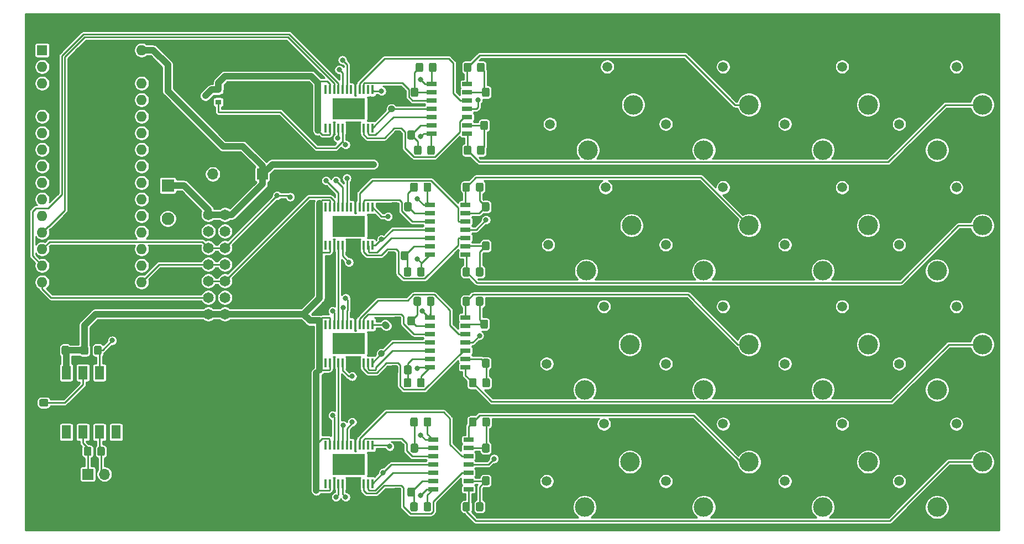
<source format=gbr>
%TF.GenerationSoftware,KiCad,Pcbnew,(5.1.7)-1*%
%TF.CreationDate,2020-11-01T20:21:32+01:00*%
%TF.ProjectId,MidiToCV,4d696469-546f-4435-962e-6b696361645f,rev?*%
%TF.SameCoordinates,Original*%
%TF.FileFunction,Copper,L1,Top*%
%TF.FilePolarity,Positive*%
%FSLAX46Y46*%
G04 Gerber Fmt 4.6, Leading zero omitted, Abs format (unit mm)*
G04 Created by KiCad (PCBNEW (5.1.7)-1) date 2020-11-01 20:21:32*
%MOMM*%
%LPD*%
G01*
G04 APERTURE LIST*
%TA.AperFunction,ComponentPad*%
%ADD10C,1.500000*%
%TD*%
%TA.AperFunction,ComponentPad*%
%ADD11C,3.000000*%
%TD*%
%TA.AperFunction,SMDPad,CuDef*%
%ADD12R,1.450000X2.100000*%
%TD*%
%TA.AperFunction,ComponentPad*%
%ADD13O,1.700000X1.700000*%
%TD*%
%TA.AperFunction,ComponentPad*%
%ADD14R,1.700000X1.700000*%
%TD*%
%TA.AperFunction,ComponentPad*%
%ADD15C,1.935000*%
%TD*%
%TA.AperFunction,ComponentPad*%
%ADD16R,1.935000X1.935000*%
%TD*%
%TA.AperFunction,ComponentPad*%
%ADD17C,1.650000*%
%TD*%
%TA.AperFunction,ComponentPad*%
%ADD18R,1.650000X1.650000*%
%TD*%
%TA.AperFunction,SMDPad,CuDef*%
%ADD19R,0.900000X0.800000*%
%TD*%
%TA.AperFunction,SMDPad,CuDef*%
%ADD20R,0.450000X1.475000*%
%TD*%
%TA.AperFunction,SMDPad,CuDef*%
%ADD21R,5.020000X3.250000*%
%TD*%
%TA.AperFunction,SMDPad,CuDef*%
%ADD22R,1.525000X0.650000*%
%TD*%
%TA.AperFunction,ComponentPad*%
%ADD23O,1.600000X1.600000*%
%TD*%
%TA.AperFunction,ComponentPad*%
%ADD24R,1.600000X1.600000*%
%TD*%
%TA.AperFunction,ViaPad*%
%ADD25C,0.800000*%
%TD*%
%TA.AperFunction,Conductor*%
%ADD26C,0.250000*%
%TD*%
%TA.AperFunction,Conductor*%
%ADD27C,1.000000*%
%TD*%
%TA.AperFunction,Conductor*%
%ADD28C,0.254000*%
%TD*%
%TA.AperFunction,Conductor*%
%ADD29C,0.100000*%
%TD*%
G04 APERTURE END LIST*
D10*
%TO.P,J14,5*%
%TO.N,N/C*%
X135540000Y-84070000D03*
D11*
%TO.P,J14,4*%
X141360000Y-88050000D03*
%TO.P,J14,3*%
%TO.N,Net-(J14-Pad3)*%
X148300000Y-81110000D03*
D10*
%TO.P,J14,2*%
%TO.N,N/C*%
X144320000Y-75290000D03*
D11*
%TO.P,J14,1*%
%TO.N,GND*%
X137250000Y-77000000D03*
%TD*%
D10*
%TO.P,J10,5*%
%TO.N,N/C*%
X135540000Y-66070000D03*
D11*
%TO.P,J10,4*%
X141360000Y-70050000D03*
%TO.P,J10,3*%
%TO.N,Net-(J10-Pad3)*%
X148300000Y-63110000D03*
D10*
%TO.P,J10,2*%
%TO.N,N/C*%
X144320000Y-57290000D03*
D11*
%TO.P,J10,1*%
%TO.N,GND*%
X137250000Y-59000000D03*
%TD*%
D10*
%TO.P,J6,5*%
%TO.N,N/C*%
X135540000Y-47820000D03*
D11*
%TO.P,J6,4*%
X141360000Y-51800000D03*
%TO.P,J6,3*%
%TO.N,Net-(J6-Pad3)*%
X148300000Y-44860000D03*
D10*
%TO.P,J6,2*%
%TO.N,N/C*%
X144320000Y-39040000D03*
D11*
%TO.P,J6,1*%
%TO.N,GND*%
X137250000Y-40750000D03*
%TD*%
D10*
%TO.P,J2,5*%
%TO.N,N/C*%
X135540000Y-29320000D03*
D11*
%TO.P,J2,4*%
X141360000Y-33300000D03*
%TO.P,J2,3*%
%TO.N,Net-(J2-Pad3)*%
X148300000Y-26360000D03*
D10*
%TO.P,J2,2*%
%TO.N,N/C*%
X144320000Y-20540000D03*
D11*
%TO.P,J2,1*%
%TO.N,GND*%
X137250000Y-22250000D03*
%TD*%
D12*
%TO.P,U4,8*%
%TO.N,+5V*%
X43690000Y-67450000D03*
%TO.P,U4,7*%
%TO.N,Net-(R33-Pad1)*%
X46230000Y-67450000D03*
%TO.P,U4,6*%
%TO.N,Net-(A1-Pad2)*%
X48770000Y-67450000D03*
%TO.P,U4,5*%
%TO.N,GND*%
X51310000Y-67450000D03*
%TO.P,U4,4*%
%TO.N,N/C*%
X51310000Y-76550000D03*
%TO.P,U4,3*%
%TO.N,Net-(D1-Pad2)*%
X48770000Y-76550000D03*
%TO.P,U4,2*%
%TO.N,Net-(D1-Pad1)*%
X46230000Y-76550000D03*
%TO.P,U4,1*%
%TO.N,N/C*%
X43690000Y-76550000D03*
%TD*%
D13*
%TO.P,J19,4*%
%TO.N,-12V*%
X66130000Y-37000000D03*
%TO.P,J19,3*%
%TO.N,GND*%
X68670000Y-37000000D03*
%TO.P,J19,2*%
X71210000Y-37000000D03*
D14*
%TO.P,J19,1*%
%TO.N,+12V*%
X73750000Y-37000000D03*
%TD*%
D10*
%TO.P,J8,5*%
%TO.N,N/C*%
X171290000Y-47820000D03*
D11*
%TO.P,J8,4*%
X177110000Y-51800000D03*
%TO.P,J8,3*%
%TO.N,Net-(J8-Pad3)*%
X184050000Y-44860000D03*
D10*
%TO.P,J8,2*%
%TO.N,N/C*%
X180070000Y-39040000D03*
D11*
%TO.P,J8,1*%
%TO.N,GND*%
X173000000Y-40750000D03*
%TD*%
D10*
%TO.P,J16,5*%
%TO.N,N/C*%
X171290000Y-84070000D03*
D11*
%TO.P,J16,4*%
X177110000Y-88050000D03*
%TO.P,J16,3*%
%TO.N,Net-(J16-Pad3)*%
X184050000Y-81110000D03*
D10*
%TO.P,J16,2*%
%TO.N,N/C*%
X180070000Y-75290000D03*
D11*
%TO.P,J16,1*%
%TO.N,GND*%
X173000000Y-77000000D03*
%TD*%
D10*
%TO.P,J15,5*%
%TO.N,N/C*%
X153790000Y-84070000D03*
D11*
%TO.P,J15,4*%
X159610000Y-88050000D03*
%TO.P,J15,3*%
%TO.N,Net-(J15-Pad3)*%
X166550000Y-81110000D03*
D10*
%TO.P,J15,2*%
%TO.N,N/C*%
X162570000Y-75290000D03*
D11*
%TO.P,J15,1*%
%TO.N,GND*%
X155500000Y-77000000D03*
%TD*%
D10*
%TO.P,J13,5*%
%TO.N,N/C*%
X117290000Y-84070000D03*
D11*
%TO.P,J13,4*%
X123110000Y-88050000D03*
%TO.P,J13,3*%
%TO.N,Net-(J13-Pad3)*%
X130050000Y-81110000D03*
D10*
%TO.P,J13,2*%
%TO.N,N/C*%
X126070000Y-75290000D03*
D11*
%TO.P,J13,1*%
%TO.N,GND*%
X119000000Y-77000000D03*
%TD*%
D10*
%TO.P,J12,5*%
%TO.N,N/C*%
X171290000Y-66070000D03*
D11*
%TO.P,J12,4*%
X177110000Y-70050000D03*
%TO.P,J12,3*%
%TO.N,Net-(J12-Pad3)*%
X184050000Y-63110000D03*
D10*
%TO.P,J12,2*%
%TO.N,N/C*%
X180070000Y-57290000D03*
D11*
%TO.P,J12,1*%
%TO.N,GND*%
X173000000Y-59000000D03*
%TD*%
D10*
%TO.P,J11,5*%
%TO.N,N/C*%
X153790000Y-66070000D03*
D11*
%TO.P,J11,4*%
X159610000Y-70050000D03*
%TO.P,J11,3*%
%TO.N,Net-(J11-Pad3)*%
X166550000Y-63110000D03*
D10*
%TO.P,J11,2*%
%TO.N,N/C*%
X162570000Y-57290000D03*
D11*
%TO.P,J11,1*%
%TO.N,GND*%
X155500000Y-59000000D03*
%TD*%
D10*
%TO.P,J9,5*%
%TO.N,N/C*%
X117290000Y-66070000D03*
D11*
%TO.P,J9,4*%
X123110000Y-70050000D03*
%TO.P,J9,3*%
%TO.N,Net-(J9-Pad3)*%
X130050000Y-63110000D03*
D10*
%TO.P,J9,2*%
%TO.N,N/C*%
X126070000Y-57290000D03*
D11*
%TO.P,J9,1*%
%TO.N,GND*%
X119000000Y-59000000D03*
%TD*%
D10*
%TO.P,J7,5*%
%TO.N,N/C*%
X153790000Y-47820000D03*
D11*
%TO.P,J7,4*%
X159610000Y-51800000D03*
%TO.P,J7,3*%
%TO.N,Net-(J7-Pad3)*%
X166550000Y-44860000D03*
D10*
%TO.P,J7,2*%
%TO.N,N/C*%
X162570000Y-39040000D03*
D11*
%TO.P,J7,1*%
%TO.N,GND*%
X155500000Y-40750000D03*
%TD*%
D10*
%TO.P,J5,5*%
%TO.N,N/C*%
X117540000Y-47820000D03*
D11*
%TO.P,J5,4*%
X123360000Y-51800000D03*
%TO.P,J5,3*%
%TO.N,Net-(J5-Pad3)*%
X130300000Y-44860000D03*
D10*
%TO.P,J5,2*%
%TO.N,N/C*%
X126320000Y-39040000D03*
D11*
%TO.P,J5,1*%
%TO.N,GND*%
X119250000Y-40750000D03*
%TD*%
D10*
%TO.P,J4,5*%
%TO.N,N/C*%
X171290000Y-29320000D03*
D11*
%TO.P,J4,4*%
X177110000Y-33300000D03*
%TO.P,J4,3*%
%TO.N,Net-(J4-Pad3)*%
X184050000Y-26360000D03*
D10*
%TO.P,J4,2*%
%TO.N,N/C*%
X180070000Y-20540000D03*
D11*
%TO.P,J4,1*%
%TO.N,GND*%
X173000000Y-22250000D03*
%TD*%
D10*
%TO.P,J1,5*%
%TO.N,N/C*%
X117790000Y-29320000D03*
D11*
%TO.P,J1,4*%
X123610000Y-33300000D03*
%TO.P,J1,3*%
%TO.N,Net-(J1-Pad3)*%
X130550000Y-26360000D03*
D10*
%TO.P,J1,2*%
%TO.N,N/C*%
X126570000Y-20540000D03*
D11*
%TO.P,J1,1*%
%TO.N,GND*%
X119500000Y-22250000D03*
%TD*%
D10*
%TO.P,J3,5*%
%TO.N,N/C*%
X153790000Y-29320000D03*
D11*
%TO.P,J3,4*%
X159610000Y-33300000D03*
%TO.P,J3,3*%
%TO.N,Net-(J3-Pad3)*%
X166550000Y-26360000D03*
D10*
%TO.P,J3,2*%
%TO.N,N/C*%
X162570000Y-20540000D03*
D11*
%TO.P,J3,1*%
%TO.N,GND*%
X155500000Y-22250000D03*
%TD*%
D15*
%TO.P,Q1,3*%
%TO.N,+5V*%
X59250000Y-43830000D03*
%TO.P,Q1,2*%
%TO.N,GND*%
X59250000Y-41290000D03*
D16*
%TO.P,Q1,1*%
%TO.N,+12V*%
X59250000Y-38750000D03*
%TD*%
%TO.P,R34,2*%
%TO.N,+5V*%
%TA.AperFunction,SMDPad,CuDef*%
G36*
G01*
X47050000Y-63549999D02*
X47050000Y-64450001D01*
G75*
G02*
X46800001Y-64700000I-249999J0D01*
G01*
X46149999Y-64700000D01*
G75*
G02*
X45900000Y-64450001I0J249999D01*
G01*
X45900000Y-63549999D01*
G75*
G02*
X46149999Y-63300000I249999J0D01*
G01*
X46800001Y-63300000D01*
G75*
G02*
X47050000Y-63549999I0J-249999D01*
G01*
G37*
%TD.AperFunction*%
%TO.P,R34,1*%
%TO.N,Net-(A1-Pad2)*%
%TA.AperFunction,SMDPad,CuDef*%
G36*
G01*
X49100000Y-63549999D02*
X49100000Y-64450001D01*
G75*
G02*
X48850001Y-64700000I-249999J0D01*
G01*
X48199999Y-64700000D01*
G75*
G02*
X47950000Y-64450001I0J249999D01*
G01*
X47950000Y-63549999D01*
G75*
G02*
X48199999Y-63300000I249999J0D01*
G01*
X48850001Y-63300000D01*
G75*
G02*
X49100000Y-63549999I0J-249999D01*
G01*
G37*
%TD.AperFunction*%
%TD*%
%TO.P,R33,2*%
%TO.N,GND*%
%TA.AperFunction,SMDPad,CuDef*%
G36*
G01*
X40700001Y-70575000D02*
X39799999Y-70575000D01*
G75*
G02*
X39550000Y-70325001I0J249999D01*
G01*
X39550000Y-69674999D01*
G75*
G02*
X39799999Y-69425000I249999J0D01*
G01*
X40700001Y-69425000D01*
G75*
G02*
X40950000Y-69674999I0J-249999D01*
G01*
X40950000Y-70325001D01*
G75*
G02*
X40700001Y-70575000I-249999J0D01*
G01*
G37*
%TD.AperFunction*%
%TO.P,R33,1*%
%TO.N,Net-(R33-Pad1)*%
%TA.AperFunction,SMDPad,CuDef*%
G36*
G01*
X40700001Y-72625000D02*
X39799999Y-72625000D01*
G75*
G02*
X39550000Y-72375001I0J249999D01*
G01*
X39550000Y-71724999D01*
G75*
G02*
X39799999Y-71475000I249999J0D01*
G01*
X40700001Y-71475000D01*
G75*
G02*
X40950000Y-71724999I0J-249999D01*
G01*
X40950000Y-72375001D01*
G75*
G02*
X40700001Y-72625000I-249999J0D01*
G01*
G37*
%TD.AperFunction*%
%TD*%
D13*
%TO.P,J18,2*%
%TO.N,Net-(D1-Pad2)*%
X49540000Y-83000000D03*
D14*
%TO.P,J18,1*%
%TO.N,Net-(D1-Pad1)*%
X47000000Y-83000000D03*
%TD*%
D17*
%TO.P,J17,16*%
%TO.N,+12V*%
X65460000Y-43220000D03*
%TO.P,J17,15*%
X68000000Y-43220000D03*
%TO.P,J17,14*%
%TO.N,-12V*%
X65460000Y-45760000D03*
%TO.P,J17,13*%
X68000000Y-45760000D03*
%TO.P,J17,12*%
%TO.N,/Sheet5FA40E10/_SYNC*%
X65460000Y-48300000D03*
%TO.P,J17,11*%
X68000000Y-48300000D03*
%TO.P,J17,10*%
%TO.N,/Sheet5FA40E10/SCLK*%
X65460000Y-50840000D03*
%TO.P,J17,9*%
X68000000Y-50840000D03*
%TO.P,J17,8*%
%TO.N,/sheet5FC111E9/_LDAC*%
X65460000Y-53380000D03*
%TO.P,J17,7*%
X68000000Y-53380000D03*
%TO.P,J17,6*%
%TO.N,Net-(A1-Pad15)*%
X65460000Y-55920000D03*
%TO.P,J17,5*%
%TO.N,/sheet5FC12A8E/SDO*%
X68000000Y-55920000D03*
%TO.P,J17,4*%
%TO.N,+5V*%
X65460000Y-58460000D03*
%TO.P,J17,3*%
X68000000Y-58460000D03*
%TO.P,J17,2*%
%TO.N,GND*%
X65460000Y-61000000D03*
D18*
%TO.P,J17,1*%
X68000000Y-61000000D03*
%TD*%
%TO.P,D1,2*%
%TO.N,Net-(D1-Pad2)*%
%TA.AperFunction,SMDPad,CuDef*%
G36*
G01*
X48450000Y-79950001D02*
X48450000Y-79049999D01*
G75*
G02*
X48699999Y-78800000I249999J0D01*
G01*
X49350001Y-78800000D01*
G75*
G02*
X49600000Y-79049999I0J-249999D01*
G01*
X49600000Y-79950001D01*
G75*
G02*
X49350001Y-80200000I-249999J0D01*
G01*
X48699999Y-80200000D01*
G75*
G02*
X48450000Y-79950001I0J249999D01*
G01*
G37*
%TD.AperFunction*%
%TO.P,D1,1*%
%TO.N,Net-(D1-Pad1)*%
%TA.AperFunction,SMDPad,CuDef*%
G36*
G01*
X46400000Y-79950001D02*
X46400000Y-79049999D01*
G75*
G02*
X46649999Y-78800000I249999J0D01*
G01*
X47300001Y-78800000D01*
G75*
G02*
X47550000Y-79049999I0J-249999D01*
G01*
X47550000Y-79950001D01*
G75*
G02*
X47300001Y-80200000I-249999J0D01*
G01*
X46649999Y-80200000D01*
G75*
G02*
X46400000Y-79950001I0J249999D01*
G01*
G37*
%TD.AperFunction*%
%TD*%
%TO.P,C1,2*%
%TO.N,+5V*%
%TA.AperFunction,SMDPad,CuDef*%
G36*
G01*
X42975000Y-64450001D02*
X42975000Y-63549999D01*
G75*
G02*
X43224999Y-63300000I249999J0D01*
G01*
X43875001Y-63300000D01*
G75*
G02*
X44125000Y-63549999I0J-249999D01*
G01*
X44125000Y-64450001D01*
G75*
G02*
X43875001Y-64700000I-249999J0D01*
G01*
X43224999Y-64700000D01*
G75*
G02*
X42975000Y-64450001I0J249999D01*
G01*
G37*
%TD.AperFunction*%
%TO.P,C1,1*%
%TO.N,GND*%
%TA.AperFunction,SMDPad,CuDef*%
G36*
G01*
X40925000Y-64450001D02*
X40925000Y-63549999D01*
G75*
G02*
X41174999Y-63300000I249999J0D01*
G01*
X41825001Y-63300000D01*
G75*
G02*
X42075000Y-63549999I0J-249999D01*
G01*
X42075000Y-64450001D01*
G75*
G02*
X41825001Y-64700000I-249999J0D01*
G01*
X41174999Y-64700000D01*
G75*
G02*
X40925000Y-64450001I0J249999D01*
G01*
G37*
%TD.AperFunction*%
%TD*%
D19*
%TO.P,U2,3*%
%TO.N,GND*%
X69000000Y-25000000D03*
%TO.P,U2,2*%
%TO.N,/Sheet5FA40E10/2.5Vref*%
X67000000Y-25950000D03*
%TO.P,U2,1*%
%TO.N,+5V*%
X67000000Y-24050000D03*
%TD*%
D20*
%TO.P,IC4,1*%
%TO.N,-12V*%
X90575000Y-78562000D03*
%TO.P,IC4,2*%
%TO.N,N/C*%
X89925000Y-78562000D03*
%TO.P,IC4,3*%
%TO.N,Net-(IC4-Pad3)*%
X89275000Y-78562000D03*
%TO.P,IC4,4*%
%TO.N,Net-(IC4-Pad4)*%
X88625000Y-78562000D03*
%TO.P,IC4,5*%
%TO.N,GND*%
X87975000Y-78562000D03*
%TO.P,IC4,6*%
%TO.N,N/C*%
X87325000Y-78562000D03*
%TO.P,IC4,7*%
%TO.N,/Sheet5FA40E10/_SYNC*%
X86675000Y-78562000D03*
%TO.P,IC4,8*%
%TO.N,/Sheet5FA40E10/SCLK*%
X86025000Y-78562000D03*
%TO.P,IC4,9*%
%TO.N,/sheet5FC12A8E/SDIN*%
X85375000Y-78562000D03*
%TO.P,IC4,10*%
%TO.N,/sheet5FC111E9/_LDAC*%
X84725000Y-78562000D03*
%TO.P,IC4,11*%
%TO.N,+5V*%
X84075000Y-78562000D03*
%TO.P,IC4,12*%
%TO.N,N/C*%
X83425000Y-78562000D03*
%TO.P,IC4,13*%
X83425000Y-84438000D03*
%TO.P,IC4,14*%
%TO.N,+5V*%
X84075000Y-84438000D03*
%TO.P,IC4,15*%
%TO.N,GND*%
X84725000Y-84438000D03*
%TO.P,IC4,16*%
%TO.N,/sheet5FC12A8E/SDO*%
X85375000Y-84438000D03*
%TO.P,IC4,17*%
%TO.N,/Sheet5FA40E10/2.5Vref*%
X86025000Y-84438000D03*
%TO.P,IC4,18*%
%TO.N,GND*%
X86675000Y-84438000D03*
%TO.P,IC4,19*%
X87325000Y-84438000D03*
%TO.P,IC4,20*%
X87975000Y-84438000D03*
%TO.P,IC4,21*%
X88625000Y-84438000D03*
%TO.P,IC4,22*%
%TO.N,Net-(IC4-Pad22)*%
X89275000Y-84438000D03*
%TO.P,IC4,23*%
%TO.N,Net-(IC4-Pad23)*%
X89925000Y-84438000D03*
%TO.P,IC4,24*%
%TO.N,+12V*%
X90575000Y-84438000D03*
D21*
%TO.P,IC4,25*%
%TO.N,N/C*%
X87000000Y-81500000D03*
%TD*%
D20*
%TO.P,IC3,1*%
%TO.N,-12V*%
X90575000Y-60062000D03*
%TO.P,IC3,2*%
%TO.N,N/C*%
X89925000Y-60062000D03*
%TO.P,IC3,3*%
%TO.N,Net-(IC3-Pad3)*%
X89275000Y-60062000D03*
%TO.P,IC3,4*%
%TO.N,Net-(IC3-Pad4)*%
X88625000Y-60062000D03*
%TO.P,IC3,5*%
%TO.N,GND*%
X87975000Y-60062000D03*
%TO.P,IC3,6*%
%TO.N,N/C*%
X87325000Y-60062000D03*
%TO.P,IC3,7*%
%TO.N,/Sheet5FA40E10/_SYNC*%
X86675000Y-60062000D03*
%TO.P,IC3,8*%
%TO.N,/Sheet5FA40E10/SCLK*%
X86025000Y-60062000D03*
%TO.P,IC3,9*%
%TO.N,/sheet5FC11E8A/SDIN*%
X85375000Y-60062000D03*
%TO.P,IC3,10*%
%TO.N,/sheet5FC111E9/_LDAC*%
X84725000Y-60062000D03*
%TO.P,IC3,11*%
%TO.N,+5V*%
X84075000Y-60062000D03*
%TO.P,IC3,12*%
%TO.N,N/C*%
X83425000Y-60062000D03*
%TO.P,IC3,13*%
X83425000Y-65938000D03*
%TO.P,IC3,14*%
%TO.N,+5V*%
X84075000Y-65938000D03*
%TO.P,IC3,15*%
%TO.N,GND*%
X84725000Y-65938000D03*
%TO.P,IC3,16*%
%TO.N,/sheet5FC12A8E/SDIN*%
X85375000Y-65938000D03*
%TO.P,IC3,17*%
%TO.N,/Sheet5FA40E10/2.5Vref*%
X86025000Y-65938000D03*
%TO.P,IC3,18*%
%TO.N,GND*%
X86675000Y-65938000D03*
%TO.P,IC3,19*%
X87325000Y-65938000D03*
%TO.P,IC3,20*%
X87975000Y-65938000D03*
%TO.P,IC3,21*%
X88625000Y-65938000D03*
%TO.P,IC3,22*%
%TO.N,Net-(IC3-Pad22)*%
X89275000Y-65938000D03*
%TO.P,IC3,23*%
%TO.N,Net-(IC3-Pad23)*%
X89925000Y-65938000D03*
%TO.P,IC3,24*%
%TO.N,+12V*%
X90575000Y-65938000D03*
D21*
%TO.P,IC3,25*%
%TO.N,N/C*%
X87000000Y-63000000D03*
%TD*%
D20*
%TO.P,IC2,1*%
%TO.N,-12V*%
X90575000Y-42062000D03*
%TO.P,IC2,2*%
%TO.N,N/C*%
X89925000Y-42062000D03*
%TO.P,IC2,3*%
%TO.N,Net-(IC2-Pad3)*%
X89275000Y-42062000D03*
%TO.P,IC2,4*%
%TO.N,Net-(IC2-Pad4)*%
X88625000Y-42062000D03*
%TO.P,IC2,5*%
%TO.N,GND*%
X87975000Y-42062000D03*
%TO.P,IC2,6*%
%TO.N,N/C*%
X87325000Y-42062000D03*
%TO.P,IC2,7*%
%TO.N,/Sheet5FA40E10/_SYNC*%
X86675000Y-42062000D03*
%TO.P,IC2,8*%
%TO.N,/Sheet5FA40E10/SCLK*%
X86025000Y-42062000D03*
%TO.P,IC2,9*%
%TO.N,/sheet5FC111E9/SDIN*%
X85375000Y-42062000D03*
%TO.P,IC2,10*%
%TO.N,/sheet5FC111E9/_LDAC*%
X84725000Y-42062000D03*
%TO.P,IC2,11*%
%TO.N,+5V*%
X84075000Y-42062000D03*
%TO.P,IC2,12*%
%TO.N,N/C*%
X83425000Y-42062000D03*
%TO.P,IC2,13*%
X83425000Y-47938000D03*
%TO.P,IC2,14*%
%TO.N,+5V*%
X84075000Y-47938000D03*
%TO.P,IC2,15*%
%TO.N,GND*%
X84725000Y-47938000D03*
%TO.P,IC2,16*%
%TO.N,/sheet5FC11E8A/SDIN*%
X85375000Y-47938000D03*
%TO.P,IC2,17*%
%TO.N,/Sheet5FA40E10/2.5Vref*%
X86025000Y-47938000D03*
%TO.P,IC2,18*%
%TO.N,GND*%
X86675000Y-47938000D03*
%TO.P,IC2,19*%
X87325000Y-47938000D03*
%TO.P,IC2,20*%
X87975000Y-47938000D03*
%TO.P,IC2,21*%
X88625000Y-47938000D03*
%TO.P,IC2,22*%
%TO.N,Net-(IC2-Pad22)*%
X89275000Y-47938000D03*
%TO.P,IC2,23*%
%TO.N,Net-(IC2-Pad23)*%
X89925000Y-47938000D03*
%TO.P,IC2,24*%
%TO.N,+12V*%
X90575000Y-47938000D03*
D21*
%TO.P,IC2,25*%
%TO.N,N/C*%
X87000000Y-45000000D03*
%TD*%
D20*
%TO.P,IC1,1*%
%TO.N,-12V*%
X90575000Y-24062000D03*
%TO.P,IC1,2*%
%TO.N,N/C*%
X89925000Y-24062000D03*
%TO.P,IC1,3*%
%TO.N,Net-(IC1-Pad3)*%
X89275000Y-24062000D03*
%TO.P,IC1,4*%
%TO.N,Net-(IC1-Pad4)*%
X88625000Y-24062000D03*
%TO.P,IC1,5*%
%TO.N,GND*%
X87975000Y-24062000D03*
%TO.P,IC1,6*%
%TO.N,N/C*%
X87325000Y-24062000D03*
%TO.P,IC1,7*%
%TO.N,/Sheet5FA40E10/_SYNC*%
X86675000Y-24062000D03*
%TO.P,IC1,8*%
%TO.N,/Sheet5FA40E10/SCLK*%
X86025000Y-24062000D03*
%TO.P,IC1,9*%
%TO.N,/Sheet5FA40E10/SDIN*%
X85375000Y-24062000D03*
%TO.P,IC1,10*%
%TO.N,/Sheet5FA40E10/_LDAC*%
X84725000Y-24062000D03*
%TO.P,IC1,11*%
%TO.N,+5V*%
X84075000Y-24062000D03*
%TO.P,IC1,12*%
%TO.N,N/C*%
X83425000Y-24062000D03*
%TO.P,IC1,13*%
X83425000Y-29938000D03*
%TO.P,IC1,14*%
%TO.N,+5V*%
X84075000Y-29938000D03*
%TO.P,IC1,15*%
%TO.N,GND*%
X84725000Y-29938000D03*
%TO.P,IC1,16*%
%TO.N,/sheet5FC111E9/SDIN*%
X85375000Y-29938000D03*
%TO.P,IC1,17*%
%TO.N,/Sheet5FA40E10/2.5Vref*%
X86025000Y-29938000D03*
%TO.P,IC1,18*%
%TO.N,GND*%
X86675000Y-29938000D03*
%TO.P,IC1,19*%
X87325000Y-29938000D03*
%TO.P,IC1,20*%
X87975000Y-29938000D03*
%TO.P,IC1,21*%
X88625000Y-29938000D03*
%TO.P,IC1,22*%
%TO.N,Net-(IC1-Pad22)*%
X89275000Y-29938000D03*
%TO.P,IC1,23*%
%TO.N,Net-(IC1-Pad23)*%
X89925000Y-29938000D03*
%TO.P,IC1,24*%
%TO.N,+12V*%
X90575000Y-29938000D03*
D21*
%TO.P,IC1,25*%
%TO.N,N/C*%
X87000000Y-27000000D03*
%TD*%
D22*
%TO.P,U7,1*%
%TO.N,Net-(J13-Pad3)*%
X99893000Y-77705000D03*
%TO.P,U7,2*%
%TO.N,Net-(R26-Pad2)*%
X99893000Y-78975000D03*
%TO.P,U7,3*%
%TO.N,Net-(IC4-Pad3)*%
X99893000Y-80245000D03*
%TO.P,U7,4*%
%TO.N,+12V*%
X99893000Y-81515000D03*
%TO.P,U7,5*%
%TO.N,Net-(IC4-Pad23)*%
X99893000Y-82785000D03*
%TO.P,U7,6*%
%TO.N,Net-(R25-Pad1)*%
X99893000Y-84055000D03*
%TO.P,U7,7*%
%TO.N,Net-(J15-Pad3)*%
X99893000Y-85325000D03*
%TO.P,U7,8*%
%TO.N,Net-(J16-Pad3)*%
X105317000Y-85325000D03*
%TO.P,U7,9*%
%TO.N,Net-(R30-Pad2)*%
X105317000Y-84055000D03*
%TO.P,U7,10*%
%TO.N,Net-(IC4-Pad22)*%
X105317000Y-82785000D03*
%TO.P,U7,11*%
%TO.N,-12V*%
X105317000Y-81515000D03*
%TO.P,U7,12*%
%TO.N,Net-(IC4-Pad4)*%
X105317000Y-80245000D03*
%TO.P,U7,13*%
%TO.N,Net-(R29-Pad1)*%
X105317000Y-78975000D03*
%TO.P,U7,14*%
%TO.N,Net-(J14-Pad3)*%
X105317000Y-77705000D03*
%TD*%
%TO.P,U5,1*%
%TO.N,Net-(J9-Pad3)*%
X99413000Y-58975000D03*
%TO.P,U5,2*%
%TO.N,Net-(R18-Pad2)*%
X99413000Y-60245000D03*
%TO.P,U5,3*%
%TO.N,Net-(IC3-Pad3)*%
X99413000Y-61515000D03*
%TO.P,U5,4*%
%TO.N,+12V*%
X99413000Y-62785000D03*
%TO.P,U5,5*%
%TO.N,Net-(IC3-Pad23)*%
X99413000Y-64055000D03*
%TO.P,U5,6*%
%TO.N,Net-(R17-Pad1)*%
X99413000Y-65325000D03*
%TO.P,U5,7*%
%TO.N,Net-(J11-Pad3)*%
X99413000Y-66595000D03*
%TO.P,U5,8*%
%TO.N,Net-(J12-Pad3)*%
X104837000Y-66595000D03*
%TO.P,U5,9*%
%TO.N,Net-(R22-Pad2)*%
X104837000Y-65325000D03*
%TO.P,U5,10*%
%TO.N,Net-(IC3-Pad22)*%
X104837000Y-64055000D03*
%TO.P,U5,11*%
%TO.N,-12V*%
X104837000Y-62785000D03*
%TO.P,U5,12*%
%TO.N,Net-(IC3-Pad4)*%
X104837000Y-61515000D03*
%TO.P,U5,13*%
%TO.N,Net-(R21-Pad1)*%
X104837000Y-60245000D03*
%TO.P,U5,14*%
%TO.N,Net-(J10-Pad3)*%
X104837000Y-58975000D03*
%TD*%
%TO.P,U3,1*%
%TO.N,Net-(J5-Pad3)*%
X99413000Y-41705000D03*
%TO.P,U3,2*%
%TO.N,Net-(R10-Pad2)*%
X99413000Y-42975000D03*
%TO.P,U3,3*%
%TO.N,Net-(IC2-Pad3)*%
X99413000Y-44245000D03*
%TO.P,U3,4*%
%TO.N,+12V*%
X99413000Y-45515000D03*
%TO.P,U3,5*%
%TO.N,Net-(IC2-Pad23)*%
X99413000Y-46785000D03*
%TO.P,U3,6*%
%TO.N,Net-(R11-Pad2)*%
X99413000Y-48055000D03*
%TO.P,U3,7*%
%TO.N,Net-(J7-Pad3)*%
X99413000Y-49325000D03*
%TO.P,U3,8*%
%TO.N,Net-(J8-Pad3)*%
X104837000Y-49325000D03*
%TO.P,U3,9*%
%TO.N,Net-(R14-Pad2)*%
X104837000Y-48055000D03*
%TO.P,U3,10*%
%TO.N,Net-(IC2-Pad22)*%
X104837000Y-46785000D03*
%TO.P,U3,11*%
%TO.N,-12V*%
X104837000Y-45515000D03*
%TO.P,U3,12*%
%TO.N,Net-(IC2-Pad4)*%
X104837000Y-44245000D03*
%TO.P,U3,13*%
%TO.N,Net-(R13-Pad1)*%
X104837000Y-42975000D03*
%TO.P,U3,14*%
%TO.N,Net-(J6-Pad3)*%
X104837000Y-41705000D03*
%TD*%
%TO.P,R32,2*%
%TO.N,Net-(R30-Pad2)*%
%TA.AperFunction,SMDPad,CuDef*%
G36*
G01*
X108550000Y-83549999D02*
X108550000Y-84450001D01*
G75*
G02*
X108300001Y-84700000I-249999J0D01*
G01*
X107649999Y-84700000D01*
G75*
G02*
X107400000Y-84450001I0J249999D01*
G01*
X107400000Y-83549999D01*
G75*
G02*
X107649999Y-83300000I249999J0D01*
G01*
X108300001Y-83300000D01*
G75*
G02*
X108550000Y-83549999I0J-249999D01*
G01*
G37*
%TD.AperFunction*%
%TO.P,R32,1*%
%TO.N,GND*%
%TA.AperFunction,SMDPad,CuDef*%
G36*
G01*
X110600000Y-83549999D02*
X110600000Y-84450001D01*
G75*
G02*
X110350001Y-84700000I-249999J0D01*
G01*
X109699999Y-84700000D01*
G75*
G02*
X109450000Y-84450001I0J249999D01*
G01*
X109450000Y-83549999D01*
G75*
G02*
X109699999Y-83300000I249999J0D01*
G01*
X110350001Y-83300000D01*
G75*
G02*
X110600000Y-83549999I0J-249999D01*
G01*
G37*
%TD.AperFunction*%
%TD*%
%TO.P,R31,2*%
%TO.N,GND*%
%TA.AperFunction,SMDPad,CuDef*%
G36*
G01*
X109450000Y-79450001D02*
X109450000Y-78549999D01*
G75*
G02*
X109699999Y-78300000I249999J0D01*
G01*
X110350001Y-78300000D01*
G75*
G02*
X110600000Y-78549999I0J-249999D01*
G01*
X110600000Y-79450001D01*
G75*
G02*
X110350001Y-79700000I-249999J0D01*
G01*
X109699999Y-79700000D01*
G75*
G02*
X109450000Y-79450001I0J249999D01*
G01*
G37*
%TD.AperFunction*%
%TO.P,R31,1*%
%TO.N,Net-(R29-Pad1)*%
%TA.AperFunction,SMDPad,CuDef*%
G36*
G01*
X107400000Y-79450001D02*
X107400000Y-78549999D01*
G75*
G02*
X107649999Y-78300000I249999J0D01*
G01*
X108300001Y-78300000D01*
G75*
G02*
X108550000Y-78549999I0J-249999D01*
G01*
X108550000Y-79450001D01*
G75*
G02*
X108300001Y-79700000I-249999J0D01*
G01*
X107649999Y-79700000D01*
G75*
G02*
X107400000Y-79450001I0J249999D01*
G01*
G37*
%TD.AperFunction*%
%TD*%
%TO.P,R30,2*%
%TO.N,Net-(R30-Pad2)*%
%TA.AperFunction,SMDPad,CuDef*%
G36*
G01*
X106450000Y-88450001D02*
X106450000Y-87549999D01*
G75*
G02*
X106699999Y-87300000I249999J0D01*
G01*
X107350001Y-87300000D01*
G75*
G02*
X107600000Y-87549999I0J-249999D01*
G01*
X107600000Y-88450001D01*
G75*
G02*
X107350001Y-88700000I-249999J0D01*
G01*
X106699999Y-88700000D01*
G75*
G02*
X106450000Y-88450001I0J249999D01*
G01*
G37*
%TD.AperFunction*%
%TO.P,R30,1*%
%TO.N,Net-(J16-Pad3)*%
%TA.AperFunction,SMDPad,CuDef*%
G36*
G01*
X104400000Y-88450001D02*
X104400000Y-87549999D01*
G75*
G02*
X104649999Y-87300000I249999J0D01*
G01*
X105300001Y-87300000D01*
G75*
G02*
X105550000Y-87549999I0J-249999D01*
G01*
X105550000Y-88450001D01*
G75*
G02*
X105300001Y-88700000I-249999J0D01*
G01*
X104649999Y-88700000D01*
G75*
G02*
X104400000Y-88450001I0J249999D01*
G01*
G37*
%TD.AperFunction*%
%TD*%
%TO.P,R29,2*%
%TO.N,Net-(J14-Pad3)*%
%TA.AperFunction,SMDPad,CuDef*%
G36*
G01*
X106550000Y-74549999D02*
X106550000Y-75450001D01*
G75*
G02*
X106300001Y-75700000I-249999J0D01*
G01*
X105649999Y-75700000D01*
G75*
G02*
X105400000Y-75450001I0J249999D01*
G01*
X105400000Y-74549999D01*
G75*
G02*
X105649999Y-74300000I249999J0D01*
G01*
X106300001Y-74300000D01*
G75*
G02*
X106550000Y-74549999I0J-249999D01*
G01*
G37*
%TD.AperFunction*%
%TO.P,R29,1*%
%TO.N,Net-(R29-Pad1)*%
%TA.AperFunction,SMDPad,CuDef*%
G36*
G01*
X108600000Y-74549999D02*
X108600000Y-75450001D01*
G75*
G02*
X108350001Y-75700000I-249999J0D01*
G01*
X107699999Y-75700000D01*
G75*
G02*
X107450000Y-75450001I0J249999D01*
G01*
X107450000Y-74549999D01*
G75*
G02*
X107699999Y-74300000I249999J0D01*
G01*
X108350001Y-74300000D01*
G75*
G02*
X108600000Y-74549999I0J-249999D01*
G01*
G37*
%TD.AperFunction*%
%TD*%
%TO.P,R28,2*%
%TO.N,Net-(J13-Pad3)*%
%TA.AperFunction,SMDPad,CuDef*%
G36*
G01*
X98450000Y-75450001D02*
X98450000Y-74549999D01*
G75*
G02*
X98699999Y-74300000I249999J0D01*
G01*
X99350001Y-74300000D01*
G75*
G02*
X99600000Y-74549999I0J-249999D01*
G01*
X99600000Y-75450001D01*
G75*
G02*
X99350001Y-75700000I-249999J0D01*
G01*
X98699999Y-75700000D01*
G75*
G02*
X98450000Y-75450001I0J249999D01*
G01*
G37*
%TD.AperFunction*%
%TO.P,R28,1*%
%TO.N,Net-(R26-Pad2)*%
%TA.AperFunction,SMDPad,CuDef*%
G36*
G01*
X96400000Y-75450001D02*
X96400000Y-74549999D01*
G75*
G02*
X96649999Y-74300000I249999J0D01*
G01*
X97300001Y-74300000D01*
G75*
G02*
X97550000Y-74549999I0J-249999D01*
G01*
X97550000Y-75450001D01*
G75*
G02*
X97300001Y-75700000I-249999J0D01*
G01*
X96649999Y-75700000D01*
G75*
G02*
X96400000Y-75450001I0J249999D01*
G01*
G37*
%TD.AperFunction*%
%TD*%
%TO.P,R27,2*%
%TO.N,Net-(R25-Pad1)*%
%TA.AperFunction,SMDPad,CuDef*%
G36*
G01*
X97550000Y-87549999D02*
X97550000Y-88450001D01*
G75*
G02*
X97300001Y-88700000I-249999J0D01*
G01*
X96649999Y-88700000D01*
G75*
G02*
X96400000Y-88450001I0J249999D01*
G01*
X96400000Y-87549999D01*
G75*
G02*
X96649999Y-87300000I249999J0D01*
G01*
X97300001Y-87300000D01*
G75*
G02*
X97550000Y-87549999I0J-249999D01*
G01*
G37*
%TD.AperFunction*%
%TO.P,R27,1*%
%TO.N,Net-(J15-Pad3)*%
%TA.AperFunction,SMDPad,CuDef*%
G36*
G01*
X99600000Y-87549999D02*
X99600000Y-88450001D01*
G75*
G02*
X99350001Y-88700000I-249999J0D01*
G01*
X98699999Y-88700000D01*
G75*
G02*
X98450000Y-88450001I0J249999D01*
G01*
X98450000Y-87549999D01*
G75*
G02*
X98699999Y-87300000I249999J0D01*
G01*
X99350001Y-87300000D01*
G75*
G02*
X99600000Y-87549999I0J-249999D01*
G01*
G37*
%TD.AperFunction*%
%TD*%
%TO.P,R26,2*%
%TO.N,Net-(R26-Pad2)*%
%TA.AperFunction,SMDPad,CuDef*%
G36*
G01*
X96450000Y-79450001D02*
X96450000Y-78549999D01*
G75*
G02*
X96699999Y-78300000I249999J0D01*
G01*
X97350001Y-78300000D01*
G75*
G02*
X97600000Y-78549999I0J-249999D01*
G01*
X97600000Y-79450001D01*
G75*
G02*
X97350001Y-79700000I-249999J0D01*
G01*
X96699999Y-79700000D01*
G75*
G02*
X96450000Y-79450001I0J249999D01*
G01*
G37*
%TD.AperFunction*%
%TO.P,R26,1*%
%TO.N,GND*%
%TA.AperFunction,SMDPad,CuDef*%
G36*
G01*
X94400000Y-79450001D02*
X94400000Y-78549999D01*
G75*
G02*
X94649999Y-78300000I249999J0D01*
G01*
X95300001Y-78300000D01*
G75*
G02*
X95550000Y-78549999I0J-249999D01*
G01*
X95550000Y-79450001D01*
G75*
G02*
X95300001Y-79700000I-249999J0D01*
G01*
X94649999Y-79700000D01*
G75*
G02*
X94400000Y-79450001I0J249999D01*
G01*
G37*
%TD.AperFunction*%
%TD*%
%TO.P,R25,2*%
%TO.N,GND*%
%TA.AperFunction,SMDPad,CuDef*%
G36*
G01*
X95050000Y-85299999D02*
X95050000Y-86200001D01*
G75*
G02*
X94800001Y-86450000I-249999J0D01*
G01*
X94149999Y-86450000D01*
G75*
G02*
X93900000Y-86200001I0J249999D01*
G01*
X93900000Y-85299999D01*
G75*
G02*
X94149999Y-85050000I249999J0D01*
G01*
X94800001Y-85050000D01*
G75*
G02*
X95050000Y-85299999I0J-249999D01*
G01*
G37*
%TD.AperFunction*%
%TO.P,R25,1*%
%TO.N,Net-(R25-Pad1)*%
%TA.AperFunction,SMDPad,CuDef*%
G36*
G01*
X97100000Y-85299999D02*
X97100000Y-86200001D01*
G75*
G02*
X96850001Y-86450000I-249999J0D01*
G01*
X96199999Y-86450000D01*
G75*
G02*
X95950000Y-86200001I0J249999D01*
G01*
X95950000Y-85299999D01*
G75*
G02*
X96199999Y-85050000I249999J0D01*
G01*
X96850001Y-85050000D01*
G75*
G02*
X97100000Y-85299999I0J-249999D01*
G01*
G37*
%TD.AperFunction*%
%TD*%
%TO.P,R24,2*%
%TO.N,Net-(R22-Pad2)*%
%TA.AperFunction,SMDPad,CuDef*%
G36*
G01*
X108550000Y-65549999D02*
X108550000Y-66450001D01*
G75*
G02*
X108300001Y-66700000I-249999J0D01*
G01*
X107649999Y-66700000D01*
G75*
G02*
X107400000Y-66450001I0J249999D01*
G01*
X107400000Y-65549999D01*
G75*
G02*
X107649999Y-65300000I249999J0D01*
G01*
X108300001Y-65300000D01*
G75*
G02*
X108550000Y-65549999I0J-249999D01*
G01*
G37*
%TD.AperFunction*%
%TO.P,R24,1*%
%TO.N,GND*%
%TA.AperFunction,SMDPad,CuDef*%
G36*
G01*
X110600000Y-65549999D02*
X110600000Y-66450001D01*
G75*
G02*
X110350001Y-66700000I-249999J0D01*
G01*
X109699999Y-66700000D01*
G75*
G02*
X109450000Y-66450001I0J249999D01*
G01*
X109450000Y-65549999D01*
G75*
G02*
X109699999Y-65300000I249999J0D01*
G01*
X110350001Y-65300000D01*
G75*
G02*
X110600000Y-65549999I0J-249999D01*
G01*
G37*
%TD.AperFunction*%
%TD*%
%TO.P,R23,2*%
%TO.N,GND*%
%TA.AperFunction,SMDPad,CuDef*%
G36*
G01*
X109200000Y-60450001D02*
X109200000Y-59549999D01*
G75*
G02*
X109449999Y-59300000I249999J0D01*
G01*
X110100001Y-59300000D01*
G75*
G02*
X110350000Y-59549999I0J-249999D01*
G01*
X110350000Y-60450001D01*
G75*
G02*
X110100001Y-60700000I-249999J0D01*
G01*
X109449999Y-60700000D01*
G75*
G02*
X109200000Y-60450001I0J249999D01*
G01*
G37*
%TD.AperFunction*%
%TO.P,R23,1*%
%TO.N,Net-(R21-Pad1)*%
%TA.AperFunction,SMDPad,CuDef*%
G36*
G01*
X107150000Y-60450001D02*
X107150000Y-59549999D01*
G75*
G02*
X107399999Y-59300000I249999J0D01*
G01*
X108050001Y-59300000D01*
G75*
G02*
X108300000Y-59549999I0J-249999D01*
G01*
X108300000Y-60450001D01*
G75*
G02*
X108050001Y-60700000I-249999J0D01*
G01*
X107399999Y-60700000D01*
G75*
G02*
X107150000Y-60450001I0J249999D01*
G01*
G37*
%TD.AperFunction*%
%TD*%
%TO.P,R22,2*%
%TO.N,Net-(R22-Pad2)*%
%TA.AperFunction,SMDPad,CuDef*%
G36*
G01*
X107450000Y-69450001D02*
X107450000Y-68549999D01*
G75*
G02*
X107699999Y-68300000I249999J0D01*
G01*
X108350001Y-68300000D01*
G75*
G02*
X108600000Y-68549999I0J-249999D01*
G01*
X108600000Y-69450001D01*
G75*
G02*
X108350001Y-69700000I-249999J0D01*
G01*
X107699999Y-69700000D01*
G75*
G02*
X107450000Y-69450001I0J249999D01*
G01*
G37*
%TD.AperFunction*%
%TO.P,R22,1*%
%TO.N,Net-(J12-Pad3)*%
%TA.AperFunction,SMDPad,CuDef*%
G36*
G01*
X105400000Y-69450001D02*
X105400000Y-68549999D01*
G75*
G02*
X105649999Y-68300000I249999J0D01*
G01*
X106300001Y-68300000D01*
G75*
G02*
X106550000Y-68549999I0J-249999D01*
G01*
X106550000Y-69450001D01*
G75*
G02*
X106300001Y-69700000I-249999J0D01*
G01*
X105649999Y-69700000D01*
G75*
G02*
X105400000Y-69450001I0J249999D01*
G01*
G37*
%TD.AperFunction*%
%TD*%
%TO.P,R21,2*%
%TO.N,Net-(J10-Pad3)*%
%TA.AperFunction,SMDPad,CuDef*%
G36*
G01*
X105550000Y-56049999D02*
X105550000Y-56950001D01*
G75*
G02*
X105300001Y-57200000I-249999J0D01*
G01*
X104649999Y-57200000D01*
G75*
G02*
X104400000Y-56950001I0J249999D01*
G01*
X104400000Y-56049999D01*
G75*
G02*
X104649999Y-55800000I249999J0D01*
G01*
X105300001Y-55800000D01*
G75*
G02*
X105550000Y-56049999I0J-249999D01*
G01*
G37*
%TD.AperFunction*%
%TO.P,R21,1*%
%TO.N,Net-(R21-Pad1)*%
%TA.AperFunction,SMDPad,CuDef*%
G36*
G01*
X107600000Y-56049999D02*
X107600000Y-56950001D01*
G75*
G02*
X107350001Y-57200000I-249999J0D01*
G01*
X106699999Y-57200000D01*
G75*
G02*
X106450000Y-56950001I0J249999D01*
G01*
X106450000Y-56049999D01*
G75*
G02*
X106699999Y-55800000I249999J0D01*
G01*
X107350001Y-55800000D01*
G75*
G02*
X107600000Y-56049999I0J-249999D01*
G01*
G37*
%TD.AperFunction*%
%TD*%
%TO.P,R20,2*%
%TO.N,Net-(J9-Pad3)*%
%TA.AperFunction,SMDPad,CuDef*%
G36*
G01*
X98950000Y-56950001D02*
X98950000Y-56049999D01*
G75*
G02*
X99199999Y-55800000I249999J0D01*
G01*
X99850001Y-55800000D01*
G75*
G02*
X100100000Y-56049999I0J-249999D01*
G01*
X100100000Y-56950001D01*
G75*
G02*
X99850001Y-57200000I-249999J0D01*
G01*
X99199999Y-57200000D01*
G75*
G02*
X98950000Y-56950001I0J249999D01*
G01*
G37*
%TD.AperFunction*%
%TO.P,R20,1*%
%TO.N,Net-(R18-Pad2)*%
%TA.AperFunction,SMDPad,CuDef*%
G36*
G01*
X96900000Y-56950001D02*
X96900000Y-56049999D01*
G75*
G02*
X97149999Y-55800000I249999J0D01*
G01*
X97800001Y-55800000D01*
G75*
G02*
X98050000Y-56049999I0J-249999D01*
G01*
X98050000Y-56950001D01*
G75*
G02*
X97800001Y-57200000I-249999J0D01*
G01*
X97149999Y-57200000D01*
G75*
G02*
X96900000Y-56950001I0J249999D01*
G01*
G37*
%TD.AperFunction*%
%TD*%
%TO.P,R19,2*%
%TO.N,Net-(R17-Pad1)*%
%TA.AperFunction,SMDPad,CuDef*%
G36*
G01*
X96550000Y-68549999D02*
X96550000Y-69450001D01*
G75*
G02*
X96300001Y-69700000I-249999J0D01*
G01*
X95649999Y-69700000D01*
G75*
G02*
X95400000Y-69450001I0J249999D01*
G01*
X95400000Y-68549999D01*
G75*
G02*
X95649999Y-68300000I249999J0D01*
G01*
X96300001Y-68300000D01*
G75*
G02*
X96550000Y-68549999I0J-249999D01*
G01*
G37*
%TD.AperFunction*%
%TO.P,R19,1*%
%TO.N,Net-(J11-Pad3)*%
%TA.AperFunction,SMDPad,CuDef*%
G36*
G01*
X98600000Y-68549999D02*
X98600000Y-69450001D01*
G75*
G02*
X98350001Y-69700000I-249999J0D01*
G01*
X97699999Y-69700000D01*
G75*
G02*
X97450000Y-69450001I0J249999D01*
G01*
X97450000Y-68549999D01*
G75*
G02*
X97699999Y-68300000I249999J0D01*
G01*
X98350001Y-68300000D01*
G75*
G02*
X98600000Y-68549999I0J-249999D01*
G01*
G37*
%TD.AperFunction*%
%TD*%
%TO.P,R18,2*%
%TO.N,Net-(R18-Pad2)*%
%TA.AperFunction,SMDPad,CuDef*%
G36*
G01*
X95950000Y-59950001D02*
X95950000Y-59049999D01*
G75*
G02*
X96199999Y-58800000I249999J0D01*
G01*
X96850001Y-58800000D01*
G75*
G02*
X97100000Y-59049999I0J-249999D01*
G01*
X97100000Y-59950001D01*
G75*
G02*
X96850001Y-60200000I-249999J0D01*
G01*
X96199999Y-60200000D01*
G75*
G02*
X95950000Y-59950001I0J249999D01*
G01*
G37*
%TD.AperFunction*%
%TO.P,R18,1*%
%TO.N,GND*%
%TA.AperFunction,SMDPad,CuDef*%
G36*
G01*
X93900000Y-59950001D02*
X93900000Y-59049999D01*
G75*
G02*
X94149999Y-58800000I249999J0D01*
G01*
X94800001Y-58800000D01*
G75*
G02*
X95050000Y-59049999I0J-249999D01*
G01*
X95050000Y-59950001D01*
G75*
G02*
X94800001Y-60200000I-249999J0D01*
G01*
X94149999Y-60200000D01*
G75*
G02*
X93900000Y-59950001I0J249999D01*
G01*
G37*
%TD.AperFunction*%
%TD*%
%TO.P,R17,2*%
%TO.N,GND*%
%TA.AperFunction,SMDPad,CuDef*%
G36*
G01*
X94550000Y-66549999D02*
X94550000Y-67450001D01*
G75*
G02*
X94300001Y-67700000I-249999J0D01*
G01*
X93649999Y-67700000D01*
G75*
G02*
X93400000Y-67450001I0J249999D01*
G01*
X93400000Y-66549999D01*
G75*
G02*
X93649999Y-66300000I249999J0D01*
G01*
X94300001Y-66300000D01*
G75*
G02*
X94550000Y-66549999I0J-249999D01*
G01*
G37*
%TD.AperFunction*%
%TO.P,R17,1*%
%TO.N,Net-(R17-Pad1)*%
%TA.AperFunction,SMDPad,CuDef*%
G36*
G01*
X96600000Y-66549999D02*
X96600000Y-67450001D01*
G75*
G02*
X96350001Y-67700000I-249999J0D01*
G01*
X95699999Y-67700000D01*
G75*
G02*
X95450000Y-67450001I0J249999D01*
G01*
X95450000Y-66549999D01*
G75*
G02*
X95699999Y-66300000I249999J0D01*
G01*
X96350001Y-66300000D01*
G75*
G02*
X96600000Y-66549999I0J-249999D01*
G01*
G37*
%TD.AperFunction*%
%TD*%
%TO.P,R16,2*%
%TO.N,Net-(R14-Pad2)*%
%TA.AperFunction,SMDPad,CuDef*%
G36*
G01*
X108550000Y-47549999D02*
X108550000Y-48450001D01*
G75*
G02*
X108300001Y-48700000I-249999J0D01*
G01*
X107649999Y-48700000D01*
G75*
G02*
X107400000Y-48450001I0J249999D01*
G01*
X107400000Y-47549999D01*
G75*
G02*
X107649999Y-47300000I249999J0D01*
G01*
X108300001Y-47300000D01*
G75*
G02*
X108550000Y-47549999I0J-249999D01*
G01*
G37*
%TD.AperFunction*%
%TO.P,R16,1*%
%TO.N,GND*%
%TA.AperFunction,SMDPad,CuDef*%
G36*
G01*
X110600000Y-47549999D02*
X110600000Y-48450001D01*
G75*
G02*
X110350001Y-48700000I-249999J0D01*
G01*
X109699999Y-48700000D01*
G75*
G02*
X109450000Y-48450001I0J249999D01*
G01*
X109450000Y-47549999D01*
G75*
G02*
X109699999Y-47300000I249999J0D01*
G01*
X110350001Y-47300000D01*
G75*
G02*
X110600000Y-47549999I0J-249999D01*
G01*
G37*
%TD.AperFunction*%
%TD*%
%TO.P,R15,2*%
%TO.N,GND*%
%TA.AperFunction,SMDPad,CuDef*%
G36*
G01*
X109425000Y-42450001D02*
X109425000Y-41549999D01*
G75*
G02*
X109674999Y-41300000I249999J0D01*
G01*
X110325001Y-41300000D01*
G75*
G02*
X110575000Y-41549999I0J-249999D01*
G01*
X110575000Y-42450001D01*
G75*
G02*
X110325001Y-42700000I-249999J0D01*
G01*
X109674999Y-42700000D01*
G75*
G02*
X109425000Y-42450001I0J249999D01*
G01*
G37*
%TD.AperFunction*%
%TO.P,R15,1*%
%TO.N,Net-(R13-Pad1)*%
%TA.AperFunction,SMDPad,CuDef*%
G36*
G01*
X107375000Y-42450001D02*
X107375000Y-41549999D01*
G75*
G02*
X107624999Y-41300000I249999J0D01*
G01*
X108275001Y-41300000D01*
G75*
G02*
X108525000Y-41549999I0J-249999D01*
G01*
X108525000Y-42450001D01*
G75*
G02*
X108275001Y-42700000I-249999J0D01*
G01*
X107624999Y-42700000D01*
G75*
G02*
X107375000Y-42450001I0J249999D01*
G01*
G37*
%TD.AperFunction*%
%TD*%
%TO.P,R14,2*%
%TO.N,Net-(R14-Pad2)*%
%TA.AperFunction,SMDPad,CuDef*%
G36*
G01*
X106450000Y-52450001D02*
X106450000Y-51549999D01*
G75*
G02*
X106699999Y-51300000I249999J0D01*
G01*
X107350001Y-51300000D01*
G75*
G02*
X107600000Y-51549999I0J-249999D01*
G01*
X107600000Y-52450001D01*
G75*
G02*
X107350001Y-52700000I-249999J0D01*
G01*
X106699999Y-52700000D01*
G75*
G02*
X106450000Y-52450001I0J249999D01*
G01*
G37*
%TD.AperFunction*%
%TO.P,R14,1*%
%TO.N,Net-(J8-Pad3)*%
%TA.AperFunction,SMDPad,CuDef*%
G36*
G01*
X104400000Y-52450001D02*
X104400000Y-51549999D01*
G75*
G02*
X104649999Y-51300000I249999J0D01*
G01*
X105300001Y-51300000D01*
G75*
G02*
X105550000Y-51549999I0J-249999D01*
G01*
X105550000Y-52450001D01*
G75*
G02*
X105300001Y-52700000I-249999J0D01*
G01*
X104649999Y-52700000D01*
G75*
G02*
X104400000Y-52450001I0J249999D01*
G01*
G37*
%TD.AperFunction*%
%TD*%
%TO.P,R13,2*%
%TO.N,Net-(J6-Pad3)*%
%TA.AperFunction,SMDPad,CuDef*%
G36*
G01*
X105550000Y-38549999D02*
X105550000Y-39450001D01*
G75*
G02*
X105300001Y-39700000I-249999J0D01*
G01*
X104649999Y-39700000D01*
G75*
G02*
X104400000Y-39450001I0J249999D01*
G01*
X104400000Y-38549999D01*
G75*
G02*
X104649999Y-38300000I249999J0D01*
G01*
X105300001Y-38300000D01*
G75*
G02*
X105550000Y-38549999I0J-249999D01*
G01*
G37*
%TD.AperFunction*%
%TO.P,R13,1*%
%TO.N,Net-(R13-Pad1)*%
%TA.AperFunction,SMDPad,CuDef*%
G36*
G01*
X107600000Y-38549999D02*
X107600000Y-39450001D01*
G75*
G02*
X107350001Y-39700000I-249999J0D01*
G01*
X106699999Y-39700000D01*
G75*
G02*
X106450000Y-39450001I0J249999D01*
G01*
X106450000Y-38549999D01*
G75*
G02*
X106699999Y-38300000I249999J0D01*
G01*
X107350001Y-38300000D01*
G75*
G02*
X107600000Y-38549999I0J-249999D01*
G01*
G37*
%TD.AperFunction*%
%TD*%
%TO.P,R12,2*%
%TO.N,Net-(J5-Pad3)*%
%TA.AperFunction,SMDPad,CuDef*%
G36*
G01*
X98450000Y-39450001D02*
X98450000Y-38549999D01*
G75*
G02*
X98699999Y-38300000I249999J0D01*
G01*
X99350001Y-38300000D01*
G75*
G02*
X99600000Y-38549999I0J-249999D01*
G01*
X99600000Y-39450001D01*
G75*
G02*
X99350001Y-39700000I-249999J0D01*
G01*
X98699999Y-39700000D01*
G75*
G02*
X98450000Y-39450001I0J249999D01*
G01*
G37*
%TD.AperFunction*%
%TO.P,R12,1*%
%TO.N,Net-(R10-Pad2)*%
%TA.AperFunction,SMDPad,CuDef*%
G36*
G01*
X96400000Y-39450001D02*
X96400000Y-38549999D01*
G75*
G02*
X96649999Y-38300000I249999J0D01*
G01*
X97300001Y-38300000D01*
G75*
G02*
X97550000Y-38549999I0J-249999D01*
G01*
X97550000Y-39450001D01*
G75*
G02*
X97300001Y-39700000I-249999J0D01*
G01*
X96649999Y-39700000D01*
G75*
G02*
X96400000Y-39450001I0J249999D01*
G01*
G37*
%TD.AperFunction*%
%TD*%
%TO.P,R11,2*%
%TO.N,Net-(R11-Pad2)*%
%TA.AperFunction,SMDPad,CuDef*%
G36*
G01*
X96550000Y-51549999D02*
X96550000Y-52450001D01*
G75*
G02*
X96300001Y-52700000I-249999J0D01*
G01*
X95649999Y-52700000D01*
G75*
G02*
X95400000Y-52450001I0J249999D01*
G01*
X95400000Y-51549999D01*
G75*
G02*
X95649999Y-51300000I249999J0D01*
G01*
X96300001Y-51300000D01*
G75*
G02*
X96550000Y-51549999I0J-249999D01*
G01*
G37*
%TD.AperFunction*%
%TO.P,R11,1*%
%TO.N,Net-(J7-Pad3)*%
%TA.AperFunction,SMDPad,CuDef*%
G36*
G01*
X98600000Y-51549999D02*
X98600000Y-52450001D01*
G75*
G02*
X98350001Y-52700000I-249999J0D01*
G01*
X97699999Y-52700000D01*
G75*
G02*
X97450000Y-52450001I0J249999D01*
G01*
X97450000Y-51549999D01*
G75*
G02*
X97699999Y-51300000I249999J0D01*
G01*
X98350001Y-51300000D01*
G75*
G02*
X98600000Y-51549999I0J-249999D01*
G01*
G37*
%TD.AperFunction*%
%TD*%
%TO.P,R10,2*%
%TO.N,Net-(R10-Pad2)*%
%TA.AperFunction,SMDPad,CuDef*%
G36*
G01*
X95450000Y-42450001D02*
X95450000Y-41549999D01*
G75*
G02*
X95699999Y-41300000I249999J0D01*
G01*
X96350001Y-41300000D01*
G75*
G02*
X96600000Y-41549999I0J-249999D01*
G01*
X96600000Y-42450001D01*
G75*
G02*
X96350001Y-42700000I-249999J0D01*
G01*
X95699999Y-42700000D01*
G75*
G02*
X95450000Y-42450001I0J249999D01*
G01*
G37*
%TD.AperFunction*%
%TO.P,R10,1*%
%TO.N,GND*%
%TA.AperFunction,SMDPad,CuDef*%
G36*
G01*
X93400000Y-42450001D02*
X93400000Y-41549999D01*
G75*
G02*
X93649999Y-41300000I249999J0D01*
G01*
X94300001Y-41300000D01*
G75*
G02*
X94550000Y-41549999I0J-249999D01*
G01*
X94550000Y-42450001D01*
G75*
G02*
X94300001Y-42700000I-249999J0D01*
G01*
X93649999Y-42700000D01*
G75*
G02*
X93400000Y-42450001I0J249999D01*
G01*
G37*
%TD.AperFunction*%
%TD*%
%TO.P,R9,2*%
%TO.N,GND*%
%TA.AperFunction,SMDPad,CuDef*%
G36*
G01*
X94050000Y-49049999D02*
X94050000Y-49950001D01*
G75*
G02*
X93800001Y-50200000I-249999J0D01*
G01*
X93149999Y-50200000D01*
G75*
G02*
X92900000Y-49950001I0J249999D01*
G01*
X92900000Y-49049999D01*
G75*
G02*
X93149999Y-48800000I249999J0D01*
G01*
X93800001Y-48800000D01*
G75*
G02*
X94050000Y-49049999I0J-249999D01*
G01*
G37*
%TD.AperFunction*%
%TO.P,R9,1*%
%TO.N,Net-(R11-Pad2)*%
%TA.AperFunction,SMDPad,CuDef*%
G36*
G01*
X96100000Y-49049999D02*
X96100000Y-49950001D01*
G75*
G02*
X95850001Y-50200000I-249999J0D01*
G01*
X95199999Y-50200000D01*
G75*
G02*
X94950000Y-49950001I0J249999D01*
G01*
X94950000Y-49049999D01*
G75*
G02*
X95199999Y-48800000I249999J0D01*
G01*
X95850001Y-48800000D01*
G75*
G02*
X96100000Y-49049999I0J-249999D01*
G01*
G37*
%TD.AperFunction*%
%TD*%
%TO.P,U1,1*%
%TO.N,Net-(J1-Pad3)*%
X99668000Y-23180000D03*
%TO.P,U1,2*%
%TO.N,Net-(R2-Pad1)*%
X99668000Y-24450000D03*
%TO.P,U1,3*%
%TO.N,Net-(IC1-Pad3)*%
X99668000Y-25720000D03*
%TO.P,U1,4*%
%TO.N,+12V*%
X99668000Y-26990000D03*
%TO.P,U1,5*%
%TO.N,Net-(IC1-Pad23)*%
X99668000Y-28260000D03*
%TO.P,U1,6*%
%TO.N,Net-(R1-Pad2)*%
X99668000Y-29530000D03*
%TO.P,U1,7*%
%TO.N,Net-(J3-Pad3)*%
X99668000Y-30800000D03*
%TO.P,U1,8*%
%TO.N,Net-(J4-Pad3)*%
X105092000Y-30800000D03*
%TO.P,U1,9*%
%TO.N,Net-(R7-Pad2)*%
X105092000Y-29530000D03*
%TO.P,U1,10*%
%TO.N,Net-(IC1-Pad22)*%
X105092000Y-28260000D03*
%TO.P,U1,11*%
%TO.N,-12V*%
X105092000Y-26990000D03*
%TO.P,U1,12*%
%TO.N,Net-(IC1-Pad4)*%
X105092000Y-25720000D03*
%TO.P,U1,13*%
%TO.N,Net-(R5-Pad1)*%
X105092000Y-24450000D03*
%TO.P,U1,14*%
%TO.N,Net-(J2-Pad3)*%
X105092000Y-23180000D03*
%TD*%
%TO.P,R8,2*%
%TO.N,Net-(R7-Pad2)*%
%TA.AperFunction,SMDPad,CuDef*%
G36*
G01*
X108280000Y-29079999D02*
X108280000Y-29980001D01*
G75*
G02*
X108030001Y-30230000I-249999J0D01*
G01*
X107379999Y-30230000D01*
G75*
G02*
X107130000Y-29980001I0J249999D01*
G01*
X107130000Y-29079999D01*
G75*
G02*
X107379999Y-28830000I249999J0D01*
G01*
X108030001Y-28830000D01*
G75*
G02*
X108280000Y-29079999I0J-249999D01*
G01*
G37*
%TD.AperFunction*%
%TO.P,R8,1*%
%TO.N,GND*%
%TA.AperFunction,SMDPad,CuDef*%
G36*
G01*
X110330000Y-29079999D02*
X110330000Y-29980001D01*
G75*
G02*
X110080001Y-30230000I-249999J0D01*
G01*
X109429999Y-30230000D01*
G75*
G02*
X109180000Y-29980001I0J249999D01*
G01*
X109180000Y-29079999D01*
G75*
G02*
X109429999Y-28830000I249999J0D01*
G01*
X110080001Y-28830000D01*
G75*
G02*
X110330000Y-29079999I0J-249999D01*
G01*
G37*
%TD.AperFunction*%
%TD*%
%TO.P,R7,2*%
%TO.N,Net-(R7-Pad2)*%
%TA.AperFunction,SMDPad,CuDef*%
G36*
G01*
X106640000Y-33790001D02*
X106640000Y-32889999D01*
G75*
G02*
X106889999Y-32640000I249999J0D01*
G01*
X107540001Y-32640000D01*
G75*
G02*
X107790000Y-32889999I0J-249999D01*
G01*
X107790000Y-33790001D01*
G75*
G02*
X107540001Y-34040000I-249999J0D01*
G01*
X106889999Y-34040000D01*
G75*
G02*
X106640000Y-33790001I0J249999D01*
G01*
G37*
%TD.AperFunction*%
%TO.P,R7,1*%
%TO.N,Net-(J4-Pad3)*%
%TA.AperFunction,SMDPad,CuDef*%
G36*
G01*
X104590000Y-33790001D02*
X104590000Y-32889999D01*
G75*
G02*
X104839999Y-32640000I249999J0D01*
G01*
X105490001Y-32640000D01*
G75*
G02*
X105740000Y-32889999I0J-249999D01*
G01*
X105740000Y-33790001D01*
G75*
G02*
X105490001Y-34040000I-249999J0D01*
G01*
X104839999Y-34040000D01*
G75*
G02*
X104590000Y-33790001I0J249999D01*
G01*
G37*
%TD.AperFunction*%
%TD*%
%TO.P,R6,2*%
%TO.N,GND*%
%TA.AperFunction,SMDPad,CuDef*%
G36*
G01*
X109450000Y-24900001D02*
X109450000Y-23999999D01*
G75*
G02*
X109699999Y-23750000I249999J0D01*
G01*
X110350001Y-23750000D01*
G75*
G02*
X110600000Y-23999999I0J-249999D01*
G01*
X110600000Y-24900001D01*
G75*
G02*
X110350001Y-25150000I-249999J0D01*
G01*
X109699999Y-25150000D01*
G75*
G02*
X109450000Y-24900001I0J249999D01*
G01*
G37*
%TD.AperFunction*%
%TO.P,R6,1*%
%TO.N,Net-(R5-Pad1)*%
%TA.AperFunction,SMDPad,CuDef*%
G36*
G01*
X107400000Y-24900001D02*
X107400000Y-23999999D01*
G75*
G02*
X107649999Y-23750000I249999J0D01*
G01*
X108300001Y-23750000D01*
G75*
G02*
X108550000Y-23999999I0J-249999D01*
G01*
X108550000Y-24900001D01*
G75*
G02*
X108300001Y-25150000I-249999J0D01*
G01*
X107649999Y-25150000D01*
G75*
G02*
X107400000Y-24900001I0J249999D01*
G01*
G37*
%TD.AperFunction*%
%TD*%
%TO.P,R5,2*%
%TO.N,Net-(J2-Pad3)*%
%TA.AperFunction,SMDPad,CuDef*%
G36*
G01*
X105740000Y-20189999D02*
X105740000Y-21090001D01*
G75*
G02*
X105490001Y-21340000I-249999J0D01*
G01*
X104839999Y-21340000D01*
G75*
G02*
X104590000Y-21090001I0J249999D01*
G01*
X104590000Y-20189999D01*
G75*
G02*
X104839999Y-19940000I249999J0D01*
G01*
X105490001Y-19940000D01*
G75*
G02*
X105740000Y-20189999I0J-249999D01*
G01*
G37*
%TD.AperFunction*%
%TO.P,R5,1*%
%TO.N,Net-(R5-Pad1)*%
%TA.AperFunction,SMDPad,CuDef*%
G36*
G01*
X107790000Y-20189999D02*
X107790000Y-21090001D01*
G75*
G02*
X107540001Y-21340000I-249999J0D01*
G01*
X106889999Y-21340000D01*
G75*
G02*
X106640000Y-21090001I0J249999D01*
G01*
X106640000Y-20189999D01*
G75*
G02*
X106889999Y-19940000I249999J0D01*
G01*
X107540001Y-19940000D01*
G75*
G02*
X107790000Y-20189999I0J-249999D01*
G01*
G37*
%TD.AperFunction*%
%TD*%
%TO.P,R4,2*%
%TO.N,Net-(R2-Pad1)*%
%TA.AperFunction,SMDPad,CuDef*%
G36*
G01*
X96480000Y-24900001D02*
X96480000Y-23999999D01*
G75*
G02*
X96729999Y-23750000I249999J0D01*
G01*
X97380001Y-23750000D01*
G75*
G02*
X97630000Y-23999999I0J-249999D01*
G01*
X97630000Y-24900001D01*
G75*
G02*
X97380001Y-25150000I-249999J0D01*
G01*
X96729999Y-25150000D01*
G75*
G02*
X96480000Y-24900001I0J249999D01*
G01*
G37*
%TD.AperFunction*%
%TO.P,R4,1*%
%TO.N,GND*%
%TA.AperFunction,SMDPad,CuDef*%
G36*
G01*
X94430000Y-24900001D02*
X94430000Y-23999999D01*
G75*
G02*
X94679999Y-23750000I249999J0D01*
G01*
X95330001Y-23750000D01*
G75*
G02*
X95580000Y-23999999I0J-249999D01*
G01*
X95580000Y-24900001D01*
G75*
G02*
X95330001Y-25150000I-249999J0D01*
G01*
X94679999Y-25150000D01*
G75*
G02*
X94430000Y-24900001I0J249999D01*
G01*
G37*
%TD.AperFunction*%
%TD*%
%TO.P,R3,2*%
%TO.N,GND*%
%TA.AperFunction,SMDPad,CuDef*%
G36*
G01*
X95050000Y-30549999D02*
X95050000Y-31450001D01*
G75*
G02*
X94800001Y-31700000I-249999J0D01*
G01*
X94149999Y-31700000D01*
G75*
G02*
X93900000Y-31450001I0J249999D01*
G01*
X93900000Y-30549999D01*
G75*
G02*
X94149999Y-30300000I249999J0D01*
G01*
X94800001Y-30300000D01*
G75*
G02*
X95050000Y-30549999I0J-249999D01*
G01*
G37*
%TD.AperFunction*%
%TO.P,R3,1*%
%TO.N,Net-(R1-Pad2)*%
%TA.AperFunction,SMDPad,CuDef*%
G36*
G01*
X97100000Y-30549999D02*
X97100000Y-31450001D01*
G75*
G02*
X96850001Y-31700000I-249999J0D01*
G01*
X96199999Y-31700000D01*
G75*
G02*
X95950000Y-31450001I0J249999D01*
G01*
X95950000Y-30549999D01*
G75*
G02*
X96199999Y-30300000I249999J0D01*
G01*
X96850001Y-30300000D01*
G75*
G02*
X97100000Y-30549999I0J-249999D01*
G01*
G37*
%TD.AperFunction*%
%TD*%
%TO.P,R2,2*%
%TO.N,Net-(J1-Pad3)*%
%TA.AperFunction,SMDPad,CuDef*%
G36*
G01*
X99265000Y-21090001D02*
X99265000Y-20189999D01*
G75*
G02*
X99514999Y-19940000I249999J0D01*
G01*
X100165001Y-19940000D01*
G75*
G02*
X100415000Y-20189999I0J-249999D01*
G01*
X100415000Y-21090001D01*
G75*
G02*
X100165001Y-21340000I-249999J0D01*
G01*
X99514999Y-21340000D01*
G75*
G02*
X99265000Y-21090001I0J249999D01*
G01*
G37*
%TD.AperFunction*%
%TO.P,R2,1*%
%TO.N,Net-(R2-Pad1)*%
%TA.AperFunction,SMDPad,CuDef*%
G36*
G01*
X97215000Y-21090001D02*
X97215000Y-20189999D01*
G75*
G02*
X97464999Y-19940000I249999J0D01*
G01*
X98115001Y-19940000D01*
G75*
G02*
X98365000Y-20189999I0J-249999D01*
G01*
X98365000Y-21090001D01*
G75*
G02*
X98115001Y-21340000I-249999J0D01*
G01*
X97464999Y-21340000D01*
G75*
G02*
X97215000Y-21090001I0J249999D01*
G01*
G37*
%TD.AperFunction*%
%TD*%
%TO.P,R1,2*%
%TO.N,Net-(R1-Pad2)*%
%TA.AperFunction,SMDPad,CuDef*%
G36*
G01*
X98120000Y-32889999D02*
X98120000Y-33790001D01*
G75*
G02*
X97870001Y-34040000I-249999J0D01*
G01*
X97219999Y-34040000D01*
G75*
G02*
X96970000Y-33790001I0J249999D01*
G01*
X96970000Y-32889999D01*
G75*
G02*
X97219999Y-32640000I249999J0D01*
G01*
X97870001Y-32640000D01*
G75*
G02*
X98120000Y-32889999I0J-249999D01*
G01*
G37*
%TD.AperFunction*%
%TO.P,R1,1*%
%TO.N,Net-(J3-Pad3)*%
%TA.AperFunction,SMDPad,CuDef*%
G36*
G01*
X100170000Y-32889999D02*
X100170000Y-33790001D01*
G75*
G02*
X99920001Y-34040000I-249999J0D01*
G01*
X99269999Y-34040000D01*
G75*
G02*
X99020000Y-33790001I0J249999D01*
G01*
X99020000Y-32889999D01*
G75*
G02*
X99269999Y-32640000I249999J0D01*
G01*
X99920001Y-32640000D01*
G75*
G02*
X100170000Y-32889999I0J-249999D01*
G01*
G37*
%TD.AperFunction*%
%TD*%
D23*
%TO.P,A1,16*%
%TO.N,/Sheet5FA40E10/SCLK*%
X55240000Y-53560000D03*
%TO.P,A1,15*%
%TO.N,Net-(A1-Pad15)*%
X40000000Y-53560000D03*
%TO.P,A1,30*%
%TO.N,+12V*%
X55240000Y-18000000D03*
%TO.P,A1,14*%
%TO.N,/Sheet5FA40E10/SDIN*%
X40000000Y-51020000D03*
%TO.P,A1,29*%
%TO.N,GND*%
X55240000Y-20540000D03*
%TO.P,A1,13*%
%TO.N,/Sheet5FA40E10/_SYNC*%
X40000000Y-48480000D03*
%TO.P,A1,28*%
%TO.N,N/C*%
X55240000Y-23080000D03*
%TO.P,A1,12*%
%TO.N,/Sheet5FA40E10/_LDAC*%
X40000000Y-45940000D03*
%TO.P,A1,27*%
%TO.N,N/C*%
X55240000Y-25620000D03*
%TO.P,A1,11*%
X40000000Y-43400000D03*
%TO.P,A1,26*%
X55240000Y-28160000D03*
%TO.P,A1,10*%
X40000000Y-40860000D03*
%TO.P,A1,25*%
X55240000Y-30700000D03*
%TO.P,A1,9*%
X40000000Y-38320000D03*
%TO.P,A1,24*%
X55240000Y-33240000D03*
%TO.P,A1,8*%
X40000000Y-35780000D03*
%TO.P,A1,23*%
X55240000Y-35780000D03*
%TO.P,A1,7*%
X40000000Y-33240000D03*
%TO.P,A1,22*%
X55240000Y-38320000D03*
%TO.P,A1,6*%
X40000000Y-30700000D03*
%TO.P,A1,21*%
X55240000Y-40860000D03*
%TO.P,A1,5*%
X40000000Y-28160000D03*
%TO.P,A1,20*%
X55240000Y-43400000D03*
%TO.P,A1,4*%
%TO.N,GND*%
X40000000Y-25620000D03*
%TO.P,A1,19*%
%TO.N,N/C*%
X55240000Y-45940000D03*
%TO.P,A1,3*%
X40000000Y-23080000D03*
%TO.P,A1,18*%
X55240000Y-48480000D03*
%TO.P,A1,2*%
%TO.N,Net-(A1-Pad2)*%
X40000000Y-20540000D03*
%TO.P,A1,17*%
%TO.N,N/C*%
X55240000Y-51020000D03*
D24*
%TO.P,A1,1*%
X40000000Y-18000000D03*
%TD*%
D25*
%TO.N,GND*%
X93500000Y-80000000D03*
X93500000Y-24500000D03*
X92500000Y-42000000D03*
X95000000Y-61500000D03*
X84000000Y-50500000D03*
X81000000Y-45500000D03*
X86500000Y-53000000D03*
X83500000Y-68000000D03*
X83500000Y-76500000D03*
%TO.N,+12V*%
X92256507Y-82756493D03*
X92000000Y-64500000D03*
X92000002Y-47000000D03*
X93524990Y-27006500D03*
X90750000Y-35500000D03*
%TO.N,+5V*%
X65000000Y-24999958D03*
%TO.N,/Sheet5FA40E10/_SYNC*%
X86000000Y-19500000D03*
X86500000Y-56000000D03*
X87500000Y-75000000D03*
X86674999Y-37620910D03*
X76000000Y-40300000D03*
X78000000Y-40500000D03*
%TO.N,/Sheet5FA40E10/SCLK*%
X85500000Y-21000000D03*
X86100000Y-57500000D03*
X86100000Y-75500000D03*
X85000000Y-38000000D03*
%TO.N,Net-(A1-Pad2)*%
X50750000Y-62500000D03*
%TO.N,/sheet5FC12A8E/SDO*%
X85000000Y-86500000D03*
%TO.N,Net-(J7-Pad3)*%
X97500000Y-50000000D03*
%TO.N,/sheet5FC111E9/SDIN*%
X85300000Y-31500000D03*
X83500000Y-38000000D03*
%TO.N,/Sheet5FA40E10/2.5Vref*%
X86500000Y-32500000D03*
X87000000Y-50500000D03*
X87500000Y-68000000D03*
X86500000Y-86500000D03*
%TO.N,/sheet5FC111E9/_LDAC*%
X84500000Y-58000000D03*
X84500000Y-74000000D03*
%TO.N,Net-(J1-Pad3)*%
X98000000Y-22500000D03*
%TO.N,Net-(J3-Pad3)*%
X98000000Y-31250000D03*
%TO.N,Net-(J5-Pad3)*%
X97500000Y-40750000D03*
%TO.N,Net-(J9-Pad3)*%
X98250000Y-58000000D03*
%TO.N,Net-(J11-Pad3)*%
X97500000Y-66750000D03*
%TO.N,Net-(J13-Pad3)*%
X98000000Y-77000000D03*
%TO.N,Net-(J15-Pad3)*%
X98000000Y-86250000D03*
%TO.N,-12V*%
X93250000Y-78750000D03*
X109250000Y-80635000D03*
X92750000Y-60249996D03*
X107000000Y-61750000D03*
X93000000Y-43500000D03*
X108000000Y-44000000D03*
X92000000Y-24250000D03*
X106750000Y-25635000D03*
%TD*%
D26*
%TO.N,Net-(J3-Pad3)*%
X99595000Y-30873000D02*
X99668000Y-30800000D01*
X99595000Y-33340000D02*
X99595000Y-30873000D01*
%TO.N,Net-(J1-Pad3)*%
X99668000Y-20812000D02*
X99840000Y-20640000D01*
X99668000Y-23180000D02*
X99668000Y-22332000D01*
X99668000Y-22332000D02*
X99668000Y-20812000D01*
%TO.N,Net-(J2-Pad3)*%
X105092000Y-20713000D02*
X105165000Y-20640000D01*
X105092000Y-23180000D02*
X105092000Y-20713000D01*
%TO.N,Net-(J4-Pad3)*%
X105165000Y-30873000D02*
X105092000Y-30800000D01*
X105165000Y-33340000D02*
X105165000Y-30873000D01*
%TO.N,Net-(R2-Pad1)*%
X97055000Y-24450000D02*
X99668000Y-24450000D01*
X97055000Y-21375000D02*
X97790000Y-20640000D01*
X97055000Y-24450000D02*
X97055000Y-21375000D01*
%TO.N,Net-(R7-Pad2)*%
X105092000Y-29530000D02*
X107705000Y-29530000D01*
X107705000Y-32850000D02*
X107215000Y-33340000D01*
X107705000Y-29530000D02*
X107705000Y-32850000D01*
D27*
%TO.N,+12V*%
X68000000Y-43220000D02*
X65460000Y-43220000D01*
D26*
X93498000Y-81515000D02*
X92256507Y-82756493D01*
X99893000Y-81515000D02*
X93498000Y-81515000D01*
X90575000Y-84438000D02*
X92256507Y-82756493D01*
X93715000Y-62785000D02*
X92000000Y-64500000D01*
X99413000Y-62785000D02*
X93715000Y-62785000D01*
D27*
X92000000Y-64513000D02*
X92000000Y-64500000D01*
D26*
X90575000Y-65938000D02*
X92000000Y-64513000D01*
X91062002Y-47938000D02*
X92000002Y-47000000D01*
X90575000Y-47938000D02*
X91062002Y-47938000D01*
X99413000Y-45515000D02*
X93725010Y-45515000D01*
X92240010Y-47000000D02*
X92000002Y-47000000D01*
X93725010Y-45515000D02*
X92240010Y-47000000D01*
X90575000Y-29938000D02*
X93506500Y-27006500D01*
X99668000Y-26990000D02*
X93541490Y-26990000D01*
D27*
X93541490Y-26990000D02*
X93524990Y-27006500D01*
X93506500Y-27006500D02*
X93524990Y-27006500D01*
X75750000Y-35500000D02*
X90750000Y-35500000D01*
X75250000Y-35500000D02*
X75750000Y-35500000D01*
X73750000Y-37000000D02*
X75250000Y-35500000D01*
X69030000Y-43220000D02*
X68000000Y-43220000D01*
X73750000Y-38500000D02*
X69030000Y-43220000D01*
X73750000Y-37000000D02*
X73750000Y-38500000D01*
X73750000Y-35750000D02*
X73750000Y-37000000D01*
X70750000Y-32750000D02*
X73750000Y-35750000D01*
X59250000Y-24250000D02*
X67750000Y-32750000D01*
X67750000Y-32750000D02*
X70750000Y-32750000D01*
X59250000Y-20250000D02*
X59250000Y-24250000D01*
X57000000Y-18000000D02*
X59250000Y-20250000D01*
X55250000Y-18000000D02*
X57000000Y-18000000D01*
X61750000Y-38750000D02*
X59250000Y-38750000D01*
X65460000Y-42460000D02*
X61750000Y-38750000D01*
X65460000Y-43220000D02*
X65460000Y-42460000D01*
D26*
%TO.N,Net-(R1-Pad2)*%
X97545000Y-32020000D02*
X96525000Y-31000000D01*
X97545000Y-33340000D02*
X97545000Y-32020000D01*
X97995000Y-29530000D02*
X96525000Y-31000000D01*
X99668000Y-29530000D02*
X97995000Y-29530000D01*
%TO.N,Net-(R5-Pad1)*%
X105092000Y-24450000D02*
X107705000Y-24450000D01*
X107705000Y-21130000D02*
X107215000Y-20640000D01*
X107705000Y-24450000D02*
X107705000Y-21130000D01*
%TO.N,Net-(A1-Pad15)*%
X41360000Y-55920000D02*
X40000000Y-54560000D01*
X40000000Y-54560000D02*
X40000000Y-53560000D01*
X65460000Y-55920000D02*
X41360000Y-55920000D01*
%TO.N,+5V*%
X83999499Y-40999499D02*
X84075000Y-41075000D01*
X82939999Y-40999499D02*
X83999499Y-40999499D01*
X82500000Y-41439498D02*
X82939999Y-40999499D01*
X84075000Y-41075000D02*
X84075000Y-42062000D01*
D27*
X82500000Y-48560502D02*
X82500000Y-41439498D01*
D26*
X83999999Y-49000501D02*
X82939999Y-49000501D01*
X84075000Y-48925500D02*
X83999999Y-49000501D01*
X84075000Y-47938000D02*
X84075000Y-48925500D01*
X82719749Y-48780251D02*
X82500000Y-48560502D01*
X82939999Y-49000501D02*
X82719749Y-48780251D01*
X83999999Y-67000501D02*
X82500501Y-67000501D01*
X84075000Y-66925500D02*
X83999999Y-67000501D01*
X84075000Y-65938000D02*
X84075000Y-66925500D01*
X84075000Y-59075000D02*
X84075000Y-60062000D01*
X83999499Y-58999499D02*
X84075000Y-59075000D01*
X82939999Y-58999499D02*
X83999499Y-58999499D01*
X82500000Y-59439498D02*
X82939999Y-58999499D01*
D27*
X82500000Y-67000000D02*
X82500000Y-59439498D01*
D26*
X82500501Y-77938997D02*
X82500000Y-77938496D01*
X83910001Y-77499499D02*
X84000000Y-77589498D01*
X82938997Y-77499499D02*
X83910001Y-77499499D01*
X82500000Y-77938496D02*
X82938997Y-77499499D01*
X84000000Y-78487000D02*
X84075000Y-78562000D01*
X84000000Y-77589498D02*
X84000000Y-78487000D01*
D27*
X82500501Y-67000501D02*
X82500000Y-67000000D01*
X68000000Y-58460000D02*
X65460000Y-58460000D01*
X43550000Y-64000000D02*
X46475000Y-64000000D01*
X43690000Y-64140000D02*
X43550000Y-64000000D01*
X43690000Y-67190000D02*
X43690000Y-64140000D01*
X52015000Y-58460000D02*
X65460000Y-58460000D01*
X70040000Y-58460000D02*
X72960000Y-58460000D01*
X68000000Y-58460000D02*
X70040000Y-58460000D01*
X67000000Y-24050000D02*
X65949958Y-24050000D01*
X65949958Y-24050000D02*
X65000000Y-24999958D01*
D26*
X82000000Y-78439498D02*
X82500501Y-77938997D01*
D27*
X82000000Y-85500501D02*
X82000000Y-78439498D01*
D26*
X84075000Y-85425500D02*
X83999999Y-85500501D01*
X83999999Y-85500501D02*
X82000000Y-85500501D01*
X84075000Y-84438000D02*
X84075000Y-85425500D01*
X82000000Y-67501002D02*
X82500501Y-67000501D01*
D27*
X82000000Y-78500000D02*
X82000000Y-67501002D01*
X48152500Y-58460000D02*
X52015000Y-58460000D01*
X46475000Y-60137500D02*
X48152500Y-58460000D01*
X46475000Y-64000000D02*
X46475000Y-60137500D01*
D26*
X84075000Y-23164498D02*
X84075000Y-24062000D01*
X83705251Y-22794749D02*
X84075000Y-23164498D01*
D27*
X82250000Y-30310502D02*
X82250000Y-23014498D01*
D26*
X82469749Y-22794749D02*
X83705251Y-22794749D01*
X82939999Y-31000501D02*
X82250000Y-30310502D01*
X83999999Y-31000501D02*
X82939999Y-31000501D01*
X82250000Y-23014498D02*
X82469749Y-22794749D01*
X84075000Y-30925500D02*
X83999999Y-31000501D01*
X84075000Y-29938000D02*
X84075000Y-30925500D01*
D27*
X81235502Y-22000000D02*
X82250000Y-23014498D01*
X68000000Y-22000000D02*
X81235502Y-22000000D01*
X67000000Y-23000000D02*
X68000000Y-22000000D01*
X67000000Y-24050000D02*
X67000000Y-23000000D01*
X82500000Y-56000000D02*
X82500000Y-48560502D01*
X80040000Y-58460000D02*
X82500000Y-56000000D01*
X72960000Y-58460000D02*
X80040000Y-58460000D01*
X81019498Y-59439498D02*
X80040000Y-58460000D01*
X82500000Y-59439498D02*
X81019498Y-59439498D01*
D26*
%TO.N,/Sheet5FA40E10/_SYNC*%
X86675000Y-20175000D02*
X86000000Y-19500000D01*
X86675000Y-24062000D02*
X86675000Y-20175000D01*
X86825001Y-56325001D02*
X86500000Y-56000000D01*
X86825001Y-57848001D02*
X86825001Y-56325001D01*
X86675000Y-57998002D02*
X86825001Y-57848001D01*
X86675000Y-60062000D02*
X86675000Y-57998002D01*
X87500000Y-75173002D02*
X87500000Y-75000000D01*
X86675000Y-75998002D02*
X87500000Y-75173002D01*
X86675000Y-78562000D02*
X86675000Y-75998002D01*
X68000000Y-48300000D02*
X65460000Y-48300000D01*
X41125001Y-47354999D02*
X40000000Y-48480000D01*
X64514999Y-47354999D02*
X41125001Y-47354999D01*
X65460000Y-48300000D02*
X64514999Y-47354999D01*
X86674999Y-41074499D02*
X86674999Y-37620910D01*
X86675000Y-42062000D02*
X86674999Y-41074499D01*
X68000000Y-48300000D02*
X76000000Y-40300000D01*
X77800000Y-40300000D02*
X78000000Y-40500000D01*
X76000000Y-40300000D02*
X77800000Y-40300000D01*
%TO.N,/Sheet5FA40E10/SCLK*%
X86025000Y-21525000D02*
X85500000Y-21000000D01*
X86025000Y-24062000D02*
X86025000Y-21525000D01*
X86025000Y-57575000D02*
X86100000Y-57500000D01*
X86025000Y-60062000D02*
X86025000Y-57575000D01*
X86025000Y-75575000D02*
X86100000Y-75500000D01*
X86025000Y-78562000D02*
X86025000Y-75575000D01*
X68000000Y-50840000D02*
X65460000Y-50840000D01*
X57910000Y-50840000D02*
X55190000Y-53560000D01*
X65460000Y-50840000D02*
X57910000Y-50840000D01*
X86025000Y-39025000D02*
X85000000Y-38000000D01*
X86025000Y-42062000D02*
X86025000Y-39025000D01*
%TO.N,/Sheet5FA40E10/SDIN*%
X39024999Y-42250000D02*
X38500000Y-42774999D01*
X38500000Y-42774999D02*
X38500000Y-49520000D01*
X40875001Y-42250000D02*
X39024999Y-42250000D01*
X43000000Y-40125001D02*
X40875001Y-42250000D01*
X43000000Y-18863589D02*
X43000000Y-40125001D01*
X46313600Y-15549989D02*
X43000000Y-18863589D01*
X38500000Y-49520000D02*
X40000000Y-51020000D01*
X77850489Y-15549989D02*
X46313600Y-15549989D01*
X85375000Y-23074500D02*
X77850489Y-15549989D01*
X85375000Y-24062000D02*
X85375000Y-23074500D01*
%TO.N,/Sheet5FA40E10/_LDAC*%
X40940000Y-45000000D02*
X40000000Y-45940000D01*
X41000000Y-45000000D02*
X40940000Y-45000000D01*
X43450011Y-42549989D02*
X41000000Y-45000000D01*
X77650500Y-16000000D02*
X46500000Y-16000000D01*
X84725000Y-23074500D02*
X77650500Y-16000000D01*
X43450011Y-19049989D02*
X43450011Y-42549989D01*
X46500000Y-16000000D02*
X43450011Y-19049989D01*
X84725000Y-24062000D02*
X84725000Y-23074500D01*
%TO.N,Net-(A1-Pad2)*%
X48770000Y-64245000D02*
X48525000Y-64000000D01*
X48770000Y-67190000D02*
X48770000Y-64245000D01*
X49250000Y-64000000D02*
X50750000Y-62500000D01*
X48525000Y-64000000D02*
X49250000Y-64000000D01*
%TO.N,Net-(IC1-Pad3)*%
X96154990Y-25138180D02*
X96736810Y-25720000D01*
X96154990Y-24011800D02*
X96154990Y-25138180D01*
X95142689Y-22999499D02*
X96154990Y-24011800D01*
X96736810Y-25720000D02*
X99668000Y-25720000D01*
X89350001Y-22999499D02*
X95142689Y-22999499D01*
X89275000Y-23074500D02*
X89350001Y-22999499D01*
X89275000Y-24062000D02*
X89275000Y-23074500D01*
%TO.N,Net-(IC1-Pad4)*%
X88625000Y-23088090D02*
X88625000Y-24062000D01*
X92463090Y-19250000D02*
X88625000Y-23088090D01*
X102250000Y-19250000D02*
X92463090Y-19250000D01*
X103000000Y-20000000D02*
X102250000Y-19250000D01*
X103000000Y-24640500D02*
X103000000Y-20000000D01*
X104079500Y-25720000D02*
X103000000Y-24640500D01*
X105092000Y-25720000D02*
X104079500Y-25720000D01*
%TO.N,Net-(IC1-Pad23)*%
X89925000Y-30835502D02*
X89925000Y-29938000D01*
X91060001Y-31000501D02*
X90089999Y-31000501D01*
X90089999Y-31000501D02*
X89925000Y-30835502D01*
X93800502Y-28260000D02*
X91060001Y-31000501D01*
X99668000Y-28260000D02*
X93800502Y-28260000D01*
%TO.N,Net-(IC1-Pad22)*%
X104689498Y-28260000D02*
X105092000Y-28260000D01*
X104004499Y-28944999D02*
X104689498Y-28260000D01*
X104004499Y-30518691D02*
X104004499Y-28944999D01*
X96981820Y-34365010D02*
X100158180Y-34365010D01*
X95624990Y-33008180D02*
X96981820Y-34365010D01*
X95624990Y-30561800D02*
X95624990Y-33008180D01*
X95038180Y-29974990D02*
X95624990Y-30561800D01*
X92436299Y-31450511D02*
X93911820Y-29974990D01*
X89800011Y-31450511D02*
X92436299Y-31450511D01*
X100158180Y-34365010D02*
X104004499Y-30518691D01*
X93911820Y-29974990D02*
X95038180Y-29974990D01*
X89275000Y-30925500D02*
X89800011Y-31450511D01*
X89275000Y-29938000D02*
X89275000Y-30925500D01*
%TO.N,/sheet5FC12A8E/SDO*%
X85375000Y-86125000D02*
X85000000Y-86500000D01*
X85375000Y-84438000D02*
X85375000Y-86125000D01*
%TO.N,Net-(J5-Pad3)*%
X99025000Y-41317000D02*
X99413000Y-41705000D01*
X99025000Y-39000000D02*
X99025000Y-41317000D01*
%TO.N,Net-(J7-Pad3)*%
X98025000Y-50713000D02*
X99413000Y-49325000D01*
X98025000Y-52000000D02*
X98025000Y-50713000D01*
X98025000Y-50525000D02*
X97500000Y-50000000D01*
X98025000Y-52000000D02*
X98025000Y-50525000D01*
%TO.N,Net-(J6-Pad3)*%
X104837000Y-39138000D02*
X104975000Y-39000000D01*
X104837000Y-41705000D02*
X104837000Y-39138000D01*
X104837000Y-41705000D02*
X104837000Y-39599810D01*
%TO.N,Net-(J8-Pad3)*%
X104975000Y-49463000D02*
X104837000Y-49325000D01*
X104975000Y-52000000D02*
X104975000Y-51025000D01*
X104975000Y-51025000D02*
X104975000Y-49463000D01*
%TO.N,Net-(J9-Pad3)*%
X99525000Y-58863000D02*
X99413000Y-58975000D01*
X99525000Y-56000000D02*
X99525000Y-58863000D01*
X99413000Y-58975000D02*
X99413000Y-58413000D01*
%TO.N,Net-(J11-Pad3)*%
X98025000Y-67983000D02*
X99413000Y-66595000D01*
X98025000Y-69000000D02*
X98025000Y-67983000D01*
%TO.N,Net-(J10-Pad3)*%
X104975000Y-58837000D02*
X104837000Y-58975000D01*
%TO.N,Net-(J12-Pad3)*%
X104837000Y-67862000D02*
X105975000Y-69000000D01*
X104837000Y-66595000D02*
X104837000Y-67862000D01*
%TO.N,Net-(J13-Pad3)*%
X99025000Y-76837000D02*
X99893000Y-77705000D01*
X99025000Y-75000000D02*
X99025000Y-76837000D01*
%TO.N,Net-(J15-Pad3)*%
X99025000Y-86193000D02*
X99893000Y-85325000D01*
X99025000Y-88000000D02*
X99025000Y-86193000D01*
%TO.N,Net-(J14-Pad3)*%
X105317000Y-75658000D02*
X105975000Y-75000000D01*
X105317000Y-77705000D02*
X105317000Y-75658000D01*
%TO.N,Net-(J16-Pad3)*%
X105317000Y-87658000D02*
X104975000Y-88000000D01*
X105317000Y-85325000D02*
X105317000Y-87658000D01*
X105317000Y-85325000D02*
X105175000Y-85325000D01*
%TO.N,Net-(R11-Pad2)*%
X95975000Y-49950000D02*
X95525000Y-49500000D01*
X95975000Y-52000000D02*
X95975000Y-49950000D01*
X96970000Y-48055000D02*
X95525000Y-49500000D01*
X99413000Y-48055000D02*
X96970000Y-48055000D01*
%TO.N,Net-(R10-Pad2)*%
X96025000Y-39950000D02*
X96975000Y-39000000D01*
X96025000Y-42000000D02*
X96025000Y-39950000D01*
X97000000Y-42975000D02*
X99413000Y-42975000D01*
X96025000Y-42000000D02*
X97000000Y-42975000D01*
%TO.N,Net-(R13-Pad1)*%
X107025000Y-41075000D02*
X107950000Y-42000000D01*
X107025000Y-39000000D02*
X107025000Y-41075000D01*
X106975000Y-42975000D02*
X107950000Y-42000000D01*
X104837000Y-42975000D02*
X106975000Y-42975000D01*
%TO.N,Net-(R14-Pad2)*%
X107025000Y-48950000D02*
X107975000Y-48000000D01*
X107025000Y-52000000D02*
X107025000Y-48950000D01*
X104892000Y-48000000D02*
X104837000Y-48055000D01*
X107975000Y-48000000D02*
X104892000Y-48000000D01*
%TO.N,Net-(R17-Pad1)*%
X96700000Y-65325000D02*
X96025000Y-66000000D01*
X99413000Y-65325000D02*
X96700000Y-65325000D01*
X96025000Y-68950000D02*
X95975000Y-69000000D01*
X96025000Y-66000000D02*
X96025000Y-68950000D01*
%TO.N,Net-(R18-Pad2)*%
X97475000Y-58550000D02*
X96525000Y-59500000D01*
X97475000Y-56000000D02*
X97475000Y-58550000D01*
X97270000Y-60245000D02*
X99413000Y-60245000D01*
X96525000Y-59500000D02*
X97270000Y-60245000D01*
%TO.N,Net-(R21-Pad1)*%
X105082000Y-60000000D02*
X104837000Y-60245000D01*
X107725000Y-60000000D02*
X105082000Y-60000000D01*
X107025000Y-59300000D02*
X107725000Y-60000000D01*
X107025000Y-56500000D02*
X107025000Y-59300000D01*
%TO.N,Net-(R22-Pad2)*%
X108025000Y-66050000D02*
X107975000Y-66000000D01*
X108025000Y-69000000D02*
X108025000Y-66050000D01*
X107300000Y-65325000D02*
X104837000Y-65325000D01*
X107975000Y-66000000D02*
X107300000Y-65325000D01*
%TO.N,Net-(R25-Pad1)*%
X96975000Y-86200000D02*
X96525000Y-85750000D01*
X96975000Y-88000000D02*
X96975000Y-86200000D01*
X98220000Y-84055000D02*
X99893000Y-84055000D01*
X96525000Y-85750000D02*
X98220000Y-84055000D01*
%TO.N,Net-(R26-Pad2)*%
X97025000Y-75050000D02*
X96975000Y-75000000D01*
X97025000Y-79000000D02*
X97025000Y-75050000D01*
X99868000Y-79000000D02*
X99893000Y-78975000D01*
X97025000Y-79000000D02*
X99868000Y-79000000D01*
%TO.N,Net-(R29-Pad1)*%
X108025000Y-78950000D02*
X107975000Y-79000000D01*
X108025000Y-75000000D02*
X108025000Y-78950000D01*
X107950000Y-78975000D02*
X107975000Y-79000000D01*
X105317000Y-78975000D02*
X107950000Y-78975000D01*
%TO.N,Net-(R30-Pad2)*%
X107025000Y-84950000D02*
X107975000Y-84000000D01*
X107025000Y-88000000D02*
X107025000Y-84950000D01*
X107920000Y-84055000D02*
X107975000Y-84000000D01*
X105317000Y-84055000D02*
X107920000Y-84055000D01*
%TO.N,Net-(IC2-Pad3)*%
X96681810Y-44245000D02*
X99413000Y-44245000D01*
X95124990Y-42688180D02*
X96681810Y-44245000D01*
X95124990Y-41311820D02*
X95124990Y-42688180D01*
X94788160Y-40974990D02*
X95124990Y-41311820D01*
X89464508Y-40974990D02*
X94788160Y-40974990D01*
X89275000Y-41164498D02*
X89464508Y-40974990D01*
X89275000Y-42062000D02*
X89275000Y-41164498D01*
%TO.N,Net-(IC2-Pad4)*%
X103824500Y-44245000D02*
X104837000Y-44245000D01*
X103749499Y-44169999D02*
X103824500Y-44245000D01*
X103749499Y-42136309D02*
X103749499Y-44169999D01*
X99588180Y-37974990D02*
X103749499Y-42136309D01*
X90598012Y-37974990D02*
X99588180Y-37974990D01*
X88625000Y-39948002D02*
X90598012Y-37974990D01*
X88625000Y-42062000D02*
X88625000Y-39948002D01*
%TO.N,Net-(IC2-Pad23)*%
X99413000Y-46785000D02*
X93528014Y-46785000D01*
X90000000Y-48910502D02*
X90000000Y-48013000D01*
X90089999Y-49000501D02*
X90000000Y-48910502D01*
X93528014Y-46785000D02*
X91312513Y-49000501D01*
X91312513Y-49000501D02*
X90089999Y-49000501D01*
X90000000Y-48013000D02*
X89925000Y-47938000D01*
%TO.N,Net-(IC2-Pad22)*%
X103824500Y-46785000D02*
X104837000Y-46785000D01*
X103749499Y-46860001D02*
X103824500Y-46785000D01*
X103749499Y-47863691D02*
X103749499Y-46860001D01*
X94624990Y-52238180D02*
X95411820Y-53025010D01*
X94224990Y-48474990D02*
X94624990Y-48874990D01*
X95411820Y-53025010D02*
X98588180Y-53025010D01*
X91936299Y-49450511D02*
X92911820Y-48474990D01*
X89800011Y-49450511D02*
X91936299Y-49450511D01*
X89275000Y-48925500D02*
X89800011Y-49450511D01*
X98588180Y-53025010D02*
X103749499Y-47863691D01*
X94624990Y-48874990D02*
X94624990Y-52238180D01*
X92911820Y-48474990D02*
X94224990Y-48474990D01*
X89275000Y-47938000D02*
X89275000Y-48925500D01*
%TO.N,Net-(IC3-Pad3)*%
X95038180Y-58474990D02*
X89964508Y-58474990D01*
X89275000Y-59164498D02*
X89275000Y-60062000D01*
X95375010Y-58811820D02*
X95038180Y-58474990D01*
X95375010Y-59938200D02*
X95375010Y-58811820D01*
X89964508Y-58474990D02*
X89275000Y-59164498D01*
X96951810Y-61515000D02*
X95375010Y-59938200D01*
X99413000Y-61515000D02*
X96951810Y-61515000D01*
%TO.N,Net-(IC3-Pad4)*%
X103824500Y-61515000D02*
X102500000Y-60190500D01*
X104837000Y-61515000D02*
X103824500Y-61515000D01*
X96911820Y-55474990D02*
X96000000Y-56386810D01*
X100088180Y-55474990D02*
X96911820Y-55474990D01*
X102500000Y-57886810D02*
X100088180Y-55474990D01*
X102500000Y-60190500D02*
X102500000Y-57886810D01*
X88625000Y-59178088D02*
X88625000Y-60062000D01*
X91416278Y-56386810D02*
X88625000Y-59178088D01*
X96000000Y-56386810D02*
X91416278Y-56386810D01*
%TO.N,Net-(IC3-Pad23)*%
X89925000Y-66835502D02*
X89925000Y-65938000D01*
X90089999Y-67000501D02*
X89925000Y-66835502D01*
X91060001Y-67000501D02*
X90089999Y-67000501D01*
X91125001Y-66935501D02*
X91060001Y-67000501D01*
X93695000Y-64055000D02*
X91125001Y-66624999D01*
X91125001Y-66624999D02*
X91125001Y-66935501D01*
X99413000Y-64055000D02*
X93695000Y-64055000D01*
%TO.N,Net-(IC3-Pad22)*%
X89275000Y-66821912D02*
X89275000Y-65938000D01*
X89903598Y-67450510D02*
X89275000Y-66821912D01*
X91246401Y-67450511D02*
X89903598Y-67450510D01*
X94875010Y-66311820D02*
X94538180Y-65974990D01*
X95411820Y-70025010D02*
X94875010Y-69488200D01*
X92721922Y-65974990D02*
X91246401Y-67450511D01*
X98588180Y-70025010D02*
X95411820Y-70025010D01*
X94875010Y-69488200D02*
X94875010Y-66311820D01*
X104558190Y-64055000D02*
X98588180Y-70025010D01*
X94538180Y-65974990D02*
X92721922Y-65974990D01*
X104837000Y-64055000D02*
X104558190Y-64055000D01*
%TO.N,Net-(IC4-Pad3)*%
X89275000Y-77725000D02*
X89275000Y-78562000D01*
X89500501Y-77499499D02*
X89275000Y-77725000D01*
X95062689Y-77499499D02*
X89500501Y-77499499D01*
X95875010Y-79438200D02*
X95875010Y-78311820D01*
X96681810Y-80245000D02*
X95875010Y-79438200D01*
X95875010Y-78311820D02*
X95062689Y-77499499D01*
X99893000Y-80245000D02*
X96681810Y-80245000D01*
%TO.N,Net-(IC4-Pad4)*%
X104304500Y-80245000D02*
X102500000Y-78440500D01*
X105317000Y-80245000D02*
X104304500Y-80245000D01*
X102500000Y-78440500D02*
X102500000Y-74500000D01*
X102500000Y-74500000D02*
X101500000Y-73500000D01*
X88625000Y-77574500D02*
X88625000Y-78562000D01*
X92699500Y-73500000D02*
X88625000Y-77574500D01*
X101500000Y-73500000D02*
X92699500Y-73500000D01*
%TO.N,Net-(IC4-Pad23)*%
X99893000Y-82785000D02*
X93715000Y-82785000D01*
X89925000Y-85335502D02*
X89925000Y-84438000D01*
X90999499Y-85500501D02*
X90089999Y-85500501D01*
X90089999Y-85500501D02*
X89925000Y-85335502D01*
X93715000Y-82785000D02*
X90999499Y-85500501D01*
%TO.N,Net-(IC4-Pad22)*%
X89275000Y-85525000D02*
X89275000Y-84438000D01*
X89700511Y-85950511D02*
X89275000Y-85525000D01*
X95038180Y-84724990D02*
X92411420Y-84724990D01*
X95375010Y-85061820D02*
X95038180Y-84724990D01*
X95375010Y-87988200D02*
X95375010Y-85061820D01*
X91185899Y-85950511D02*
X89700511Y-85950511D01*
X96411820Y-89025010D02*
X95375010Y-87988200D01*
X99588180Y-89025010D02*
X96411820Y-89025010D01*
X92411420Y-84724990D02*
X91185899Y-85950511D01*
X99925010Y-88688180D02*
X99588180Y-89025010D01*
X99925010Y-87164490D02*
X99925010Y-88688180D01*
X104304500Y-82785000D02*
X99925010Y-87164490D01*
X105317000Y-82785000D02*
X104304500Y-82785000D01*
%TO.N,/sheet5FC111E9/SDIN*%
X85375000Y-31425000D02*
X85300000Y-31500000D01*
X85375000Y-29938000D02*
X85375000Y-31425000D01*
X85375000Y-39875000D02*
X83500000Y-38000000D01*
X85375000Y-42062000D02*
X85375000Y-39875000D01*
%TO.N,/sheet5FC11E8A/SDIN*%
X85375000Y-59625000D02*
X85375000Y-47938000D01*
X85375000Y-60062000D02*
X85375000Y-59625000D01*
%TO.N,/sheet5FC12A8E/SDIN*%
X85375000Y-65938000D02*
X85375000Y-78562000D01*
%TO.N,/Sheet5FA40E10/2.5Vref*%
X86025000Y-31975000D02*
X86025000Y-29938000D01*
X85000000Y-33000000D02*
X86025000Y-31975000D01*
X82000000Y-33000000D02*
X85000000Y-33000000D01*
X76500000Y-27500000D02*
X82000000Y-33000000D01*
X67000000Y-27500000D02*
X76500000Y-27500000D01*
X67000000Y-25950000D02*
X67000000Y-27500000D01*
X86025000Y-32025000D02*
X86500000Y-32500000D01*
X86025000Y-31975000D02*
X86025000Y-32025000D01*
X86025000Y-49525000D02*
X86025000Y-47938000D01*
X87000000Y-50500000D02*
X86025000Y-49525000D01*
X86025000Y-67090685D02*
X86025000Y-65938000D01*
X86934315Y-68000000D02*
X86025000Y-67090685D01*
X87500000Y-68000000D02*
X86934315Y-68000000D01*
X86025000Y-86025000D02*
X86500000Y-86500000D01*
X86025000Y-84438000D02*
X86025000Y-86025000D01*
%TO.N,Net-(D1-Pad2)*%
X49025000Y-82485000D02*
X49540000Y-83000000D01*
X49025000Y-79000000D02*
X49025000Y-82485000D01*
X48770000Y-78745000D02*
X49025000Y-79000000D01*
X48770000Y-76550000D02*
X48770000Y-78745000D01*
%TO.N,Net-(D1-Pad1)*%
X47450000Y-82950000D02*
X47500000Y-83000000D01*
X46975000Y-82975000D02*
X47000000Y-83000000D01*
X46975000Y-79000000D02*
X46975000Y-82975000D01*
X46230000Y-78255000D02*
X46975000Y-79000000D01*
X46230000Y-76550000D02*
X46230000Y-78255000D01*
%TO.N,Net-(R33-Pad1)*%
X43450000Y-72050000D02*
X40250000Y-72050000D01*
X46230000Y-69270000D02*
X43450000Y-72050000D01*
X46230000Y-67190000D02*
X46230000Y-69270000D01*
%TO.N,/sheet5FC111E9/_LDAC*%
X80830510Y-40549490D02*
X68000000Y-53380000D01*
X84185900Y-40549490D02*
X80830510Y-40549490D01*
X84725000Y-41088590D02*
X84185900Y-40549490D01*
X84725000Y-42062000D02*
X84725000Y-41088590D01*
X84725000Y-58225000D02*
X84500000Y-58000000D01*
X84725000Y-60062000D02*
X84725000Y-58225000D01*
X84725000Y-74225000D02*
X84500000Y-74000000D01*
X84725000Y-78562000D02*
X84725000Y-74225000D01*
X68000000Y-53380000D02*
X65460000Y-53380000D01*
%TO.N,Net-(J1-Pad3)*%
X98680000Y-23180000D02*
X98000000Y-22500000D01*
X99668000Y-23180000D02*
X98680000Y-23180000D01*
%TO.N,Net-(J2-Pad3)*%
X146110000Y-26360000D02*
X148300000Y-26360000D01*
X138500000Y-18750000D02*
X146110000Y-26360000D01*
X107055000Y-18750000D02*
X138500000Y-18750000D01*
X105165000Y-20640000D02*
X107055000Y-18750000D01*
%TO.N,Net-(J3-Pad3)*%
X98450000Y-30800000D02*
X98000000Y-31250000D01*
X99668000Y-30800000D02*
X98450000Y-30800000D01*
%TO.N,Net-(J4-Pad3)*%
X178390000Y-26360000D02*
X184050000Y-26360000D01*
X169624999Y-35125001D02*
X178390000Y-26360000D01*
X106950001Y-35125001D02*
X169624999Y-35125001D01*
X105165000Y-33340000D02*
X106950001Y-35125001D01*
%TO.N,Net-(J6-Pad3)*%
X140940000Y-37500000D02*
X148300000Y-44860000D01*
X106475000Y-37500000D02*
X140940000Y-37500000D01*
X104975000Y-39000000D02*
X106475000Y-37500000D01*
%TO.N,Net-(J5-Pad3)*%
X98455000Y-41705000D02*
X97500000Y-40750000D01*
X99413000Y-41705000D02*
X98455000Y-41705000D01*
%TO.N,Net-(J8-Pad3)*%
X180390000Y-44860000D02*
X184050000Y-44860000D01*
X171624999Y-53625001D02*
X180390000Y-44860000D01*
X106600001Y-53625001D02*
X171624999Y-53625001D01*
X104975000Y-52000000D02*
X106600001Y-53625001D01*
%TO.N,Net-(J10-Pad3)*%
X104837000Y-56638000D02*
X104975000Y-56500000D01*
X104837000Y-58975000D02*
X104837000Y-56638000D01*
X146610000Y-63110000D02*
X148300000Y-63110000D01*
X138974990Y-55474990D02*
X146610000Y-63110000D01*
X106000010Y-55474990D02*
X138974990Y-55474990D01*
X104975000Y-56500000D02*
X106000010Y-55474990D01*
%TO.N,Net-(J9-Pad3)*%
X99225000Y-58975000D02*
X98250000Y-58000000D01*
X99413000Y-58975000D02*
X99225000Y-58975000D01*
%TO.N,Net-(J11-Pad3)*%
X97655000Y-66595000D02*
X97500000Y-66750000D01*
X99413000Y-66595000D02*
X97655000Y-66595000D01*
%TO.N,Net-(J12-Pad3)*%
X178890000Y-63110000D02*
X184050000Y-63110000D01*
X170124999Y-71875001D02*
X178890000Y-63110000D01*
X108850001Y-71875001D02*
X170124999Y-71875001D01*
X105975000Y-69000000D02*
X108850001Y-71875001D01*
%TO.N,Net-(J14-Pad3)*%
X146955000Y-81110000D02*
X148300000Y-81110000D01*
X139819990Y-73974990D02*
X146955000Y-81110000D01*
X107000010Y-73974990D02*
X139819990Y-73974990D01*
X105975000Y-75000000D02*
X107000010Y-73974990D01*
%TO.N,Net-(J13-Pad3)*%
X98705000Y-77705000D02*
X98000000Y-77000000D01*
X99893000Y-77705000D02*
X98705000Y-77705000D01*
%TO.N,Net-(J15-Pad3)*%
X98925000Y-85325000D02*
X98000000Y-86250000D01*
X99893000Y-85325000D02*
X98925000Y-85325000D01*
%TO.N,Net-(J16-Pad3)*%
X178890000Y-81110000D02*
X184050000Y-81110000D01*
X169874999Y-90125001D02*
X178890000Y-81110000D01*
X106400001Y-90125001D02*
X169874999Y-90125001D01*
X104975000Y-88700000D02*
X106400001Y-90125001D01*
X104975000Y-88000000D02*
X104975000Y-88700000D01*
%TO.N,-12V*%
X93062000Y-78562000D02*
X93250000Y-78750000D01*
X90575000Y-78562000D02*
X93062000Y-78562000D01*
X108370000Y-81515000D02*
X105317000Y-81515000D01*
X109250000Y-80635000D02*
X108370000Y-81515000D01*
X90575000Y-60062000D02*
X92562004Y-60062000D01*
D27*
X92562004Y-60062000D02*
X92750000Y-60249996D01*
D26*
X105965000Y-62785000D02*
X104837000Y-62785000D01*
X107000000Y-61750000D02*
X105965000Y-62785000D01*
X106485000Y-45515000D02*
X104837000Y-45515000D01*
X108000000Y-44000000D02*
X106485000Y-45515000D01*
X90763000Y-24250000D02*
X90575000Y-24062000D01*
X92000000Y-24250000D02*
X90763000Y-24250000D01*
X106750000Y-25635000D02*
X106750000Y-26750000D01*
X106510000Y-26990000D02*
X105092000Y-26990000D01*
X106750000Y-26750000D02*
X106510000Y-26990000D01*
X90575000Y-42075000D02*
X90575000Y-42062000D01*
X92000000Y-43500000D02*
X90575000Y-42075000D01*
X93000000Y-43500000D02*
X92000000Y-43500000D01*
%TD*%
D28*
%TO.N,GND*%
X186594000Y-91594000D02*
X37406000Y-91594000D01*
X37406000Y-75500000D01*
X42582157Y-75500000D01*
X42582157Y-77600000D01*
X42589513Y-77674689D01*
X42611299Y-77746508D01*
X42646678Y-77812696D01*
X42694289Y-77870711D01*
X42752304Y-77918322D01*
X42818492Y-77953701D01*
X42890311Y-77975487D01*
X42965000Y-77982843D01*
X44415000Y-77982843D01*
X44489689Y-77975487D01*
X44561508Y-77953701D01*
X44627696Y-77918322D01*
X44685711Y-77870711D01*
X44733322Y-77812696D01*
X44768701Y-77746508D01*
X44790487Y-77674689D01*
X44797843Y-77600000D01*
X44797843Y-75500000D01*
X45122157Y-75500000D01*
X45122157Y-77600000D01*
X45129513Y-77674689D01*
X45151299Y-77746508D01*
X45186678Y-77812696D01*
X45234289Y-77870711D01*
X45292304Y-77918322D01*
X45358492Y-77953701D01*
X45430311Y-77975487D01*
X45505000Y-77982843D01*
X45724001Y-77982843D01*
X45724001Y-78230144D01*
X45721553Y-78255000D01*
X45731322Y-78354192D01*
X45760255Y-78449574D01*
X45768690Y-78465354D01*
X45807242Y-78537479D01*
X45870474Y-78614527D01*
X45889780Y-78630371D01*
X46065991Y-78806582D01*
X46065329Y-78807821D01*
X46029317Y-78926538D01*
X46017157Y-79049999D01*
X46017157Y-79950001D01*
X46029317Y-80073462D01*
X46065329Y-80192179D01*
X46123810Y-80301589D01*
X46202512Y-80397488D01*
X46298411Y-80476190D01*
X46407821Y-80534671D01*
X46469000Y-80553229D01*
X46469001Y-81767157D01*
X46150000Y-81767157D01*
X46075311Y-81774513D01*
X46003492Y-81796299D01*
X45937304Y-81831678D01*
X45879289Y-81879289D01*
X45831678Y-81937304D01*
X45796299Y-82003492D01*
X45774513Y-82075311D01*
X45767157Y-82150000D01*
X45767157Y-83850000D01*
X45774513Y-83924689D01*
X45796299Y-83996508D01*
X45831678Y-84062696D01*
X45879289Y-84120711D01*
X45937304Y-84168322D01*
X46003492Y-84203701D01*
X46075311Y-84225487D01*
X46150000Y-84232843D01*
X47850000Y-84232843D01*
X47924689Y-84225487D01*
X47996508Y-84203701D01*
X48062696Y-84168322D01*
X48120711Y-84120711D01*
X48168322Y-84062696D01*
X48203701Y-83996508D01*
X48225487Y-83924689D01*
X48232843Y-83850000D01*
X48232843Y-82150000D01*
X48225487Y-82075311D01*
X48203701Y-82003492D01*
X48168322Y-81937304D01*
X48120711Y-81879289D01*
X48062696Y-81831678D01*
X47996508Y-81796299D01*
X47924689Y-81774513D01*
X47850000Y-81767157D01*
X47481000Y-81767157D01*
X47481000Y-80553229D01*
X47542179Y-80534671D01*
X47651589Y-80476190D01*
X47747488Y-80397488D01*
X47826190Y-80301589D01*
X47884671Y-80192179D01*
X47920683Y-80073462D01*
X47932843Y-79950001D01*
X47932843Y-79049999D01*
X47920683Y-78926538D01*
X47884671Y-78807821D01*
X47826190Y-78698411D01*
X47747488Y-78602512D01*
X47651589Y-78523810D01*
X47542179Y-78465329D01*
X47423462Y-78429317D01*
X47300001Y-78417157D01*
X47107749Y-78417157D01*
X46736000Y-78045409D01*
X46736000Y-77982843D01*
X46955000Y-77982843D01*
X47029689Y-77975487D01*
X47101508Y-77953701D01*
X47167696Y-77918322D01*
X47225711Y-77870711D01*
X47273322Y-77812696D01*
X47308701Y-77746508D01*
X47330487Y-77674689D01*
X47337843Y-77600000D01*
X47337843Y-75500000D01*
X47662157Y-75500000D01*
X47662157Y-77600000D01*
X47669513Y-77674689D01*
X47691299Y-77746508D01*
X47726678Y-77812696D01*
X47774289Y-77870711D01*
X47832304Y-77918322D01*
X47898492Y-77953701D01*
X47970311Y-77975487D01*
X48045000Y-77982843D01*
X48264001Y-77982843D01*
X48264001Y-78593083D01*
X48252512Y-78602512D01*
X48173810Y-78698411D01*
X48115329Y-78807821D01*
X48079317Y-78926538D01*
X48067157Y-79049999D01*
X48067157Y-79950001D01*
X48079317Y-80073462D01*
X48115329Y-80192179D01*
X48173810Y-80301589D01*
X48252512Y-80397488D01*
X48348411Y-80476190D01*
X48457821Y-80534671D01*
X48519000Y-80553229D01*
X48519001Y-82312292D01*
X48449102Y-82416903D01*
X48356307Y-82640931D01*
X48309000Y-82878757D01*
X48309000Y-83121243D01*
X48356307Y-83359069D01*
X48449102Y-83583097D01*
X48583820Y-83784717D01*
X48755283Y-83956180D01*
X48956903Y-84090898D01*
X49180931Y-84183693D01*
X49418757Y-84231000D01*
X49661243Y-84231000D01*
X49899069Y-84183693D01*
X50123097Y-84090898D01*
X50324717Y-83956180D01*
X50496180Y-83784717D01*
X50630898Y-83583097D01*
X50723693Y-83359069D01*
X50771000Y-83121243D01*
X50771000Y-82878757D01*
X50723693Y-82640931D01*
X50630898Y-82416903D01*
X50496180Y-82215283D01*
X50324717Y-82043820D01*
X50123097Y-81909102D01*
X49899069Y-81816307D01*
X49661243Y-81769000D01*
X49531000Y-81769000D01*
X49531000Y-80553229D01*
X49592179Y-80534671D01*
X49701589Y-80476190D01*
X49797488Y-80397488D01*
X49876190Y-80301589D01*
X49934671Y-80192179D01*
X49970683Y-80073462D01*
X49982843Y-79950001D01*
X49982843Y-79049999D01*
X49970683Y-78926538D01*
X49934671Y-78807821D01*
X49876190Y-78698411D01*
X49797488Y-78602512D01*
X49701589Y-78523810D01*
X49592179Y-78465329D01*
X49473462Y-78429317D01*
X49350001Y-78417157D01*
X49276000Y-78417157D01*
X49276000Y-77982843D01*
X49495000Y-77982843D01*
X49569689Y-77975487D01*
X49641508Y-77953701D01*
X49707696Y-77918322D01*
X49765711Y-77870711D01*
X49813322Y-77812696D01*
X49848701Y-77746508D01*
X49870487Y-77674689D01*
X49877843Y-77600000D01*
X49877843Y-75500000D01*
X50202157Y-75500000D01*
X50202157Y-77600000D01*
X50209513Y-77674689D01*
X50231299Y-77746508D01*
X50266678Y-77812696D01*
X50314289Y-77870711D01*
X50372304Y-77918322D01*
X50438492Y-77953701D01*
X50510311Y-77975487D01*
X50585000Y-77982843D01*
X52035000Y-77982843D01*
X52109689Y-77975487D01*
X52181508Y-77953701D01*
X52247696Y-77918322D01*
X52305711Y-77870711D01*
X52353322Y-77812696D01*
X52388701Y-77746508D01*
X52410487Y-77674689D01*
X52417843Y-77600000D01*
X52417843Y-75500000D01*
X52410487Y-75425311D01*
X52388701Y-75353492D01*
X52353322Y-75287304D01*
X52305711Y-75229289D01*
X52247696Y-75181678D01*
X52181508Y-75146299D01*
X52109689Y-75124513D01*
X52035000Y-75117157D01*
X50585000Y-75117157D01*
X50510311Y-75124513D01*
X50438492Y-75146299D01*
X50372304Y-75181678D01*
X50314289Y-75229289D01*
X50266678Y-75287304D01*
X50231299Y-75353492D01*
X50209513Y-75425311D01*
X50202157Y-75500000D01*
X49877843Y-75500000D01*
X49870487Y-75425311D01*
X49848701Y-75353492D01*
X49813322Y-75287304D01*
X49765711Y-75229289D01*
X49707696Y-75181678D01*
X49641508Y-75146299D01*
X49569689Y-75124513D01*
X49495000Y-75117157D01*
X48045000Y-75117157D01*
X47970311Y-75124513D01*
X47898492Y-75146299D01*
X47832304Y-75181678D01*
X47774289Y-75229289D01*
X47726678Y-75287304D01*
X47691299Y-75353492D01*
X47669513Y-75425311D01*
X47662157Y-75500000D01*
X47337843Y-75500000D01*
X47330487Y-75425311D01*
X47308701Y-75353492D01*
X47273322Y-75287304D01*
X47225711Y-75229289D01*
X47167696Y-75181678D01*
X47101508Y-75146299D01*
X47029689Y-75124513D01*
X46955000Y-75117157D01*
X45505000Y-75117157D01*
X45430311Y-75124513D01*
X45358492Y-75146299D01*
X45292304Y-75181678D01*
X45234289Y-75229289D01*
X45186678Y-75287304D01*
X45151299Y-75353492D01*
X45129513Y-75425311D01*
X45122157Y-75500000D01*
X44797843Y-75500000D01*
X44790487Y-75425311D01*
X44768701Y-75353492D01*
X44733322Y-75287304D01*
X44685711Y-75229289D01*
X44627696Y-75181678D01*
X44561508Y-75146299D01*
X44489689Y-75124513D01*
X44415000Y-75117157D01*
X42965000Y-75117157D01*
X42890311Y-75124513D01*
X42818492Y-75146299D01*
X42752304Y-75181678D01*
X42694289Y-75229289D01*
X42646678Y-75287304D01*
X42611299Y-75353492D01*
X42589513Y-75425311D01*
X42582157Y-75500000D01*
X37406000Y-75500000D01*
X37406000Y-71724999D01*
X39167157Y-71724999D01*
X39167157Y-72375001D01*
X39179317Y-72498462D01*
X39215329Y-72617179D01*
X39273810Y-72726589D01*
X39352512Y-72822488D01*
X39448411Y-72901190D01*
X39557821Y-72959671D01*
X39676538Y-72995683D01*
X39799999Y-73007843D01*
X40700001Y-73007843D01*
X40823462Y-72995683D01*
X40942179Y-72959671D01*
X41051589Y-72901190D01*
X41147488Y-72822488D01*
X41226190Y-72726589D01*
X41284671Y-72617179D01*
X41303229Y-72556000D01*
X43425154Y-72556000D01*
X43450000Y-72558447D01*
X43474846Y-72556000D01*
X43474854Y-72556000D01*
X43549193Y-72548678D01*
X43644575Y-72519745D01*
X43732479Y-72472759D01*
X43809527Y-72409527D01*
X43825376Y-72390215D01*
X46570220Y-69645372D01*
X46589527Y-69629527D01*
X46652759Y-69552479D01*
X46699745Y-69464575D01*
X46728678Y-69369193D01*
X46736000Y-69294854D01*
X46738448Y-69270000D01*
X46736000Y-69245146D01*
X46736000Y-68882843D01*
X46955000Y-68882843D01*
X47029689Y-68875487D01*
X47101508Y-68853701D01*
X47167696Y-68818322D01*
X47225711Y-68770711D01*
X47273322Y-68712696D01*
X47308701Y-68646508D01*
X47330487Y-68574689D01*
X47337843Y-68500000D01*
X47337843Y-66400000D01*
X47330487Y-66325311D01*
X47308701Y-66253492D01*
X47273322Y-66187304D01*
X47225711Y-66129289D01*
X47167696Y-66081678D01*
X47101508Y-66046299D01*
X47029689Y-66024513D01*
X46955000Y-66017157D01*
X45505000Y-66017157D01*
X45430311Y-66024513D01*
X45358492Y-66046299D01*
X45292304Y-66081678D01*
X45234289Y-66129289D01*
X45186678Y-66187304D01*
X45151299Y-66253492D01*
X45129513Y-66325311D01*
X45122157Y-66400000D01*
X45122157Y-68500000D01*
X45129513Y-68574689D01*
X45151299Y-68646508D01*
X45186678Y-68712696D01*
X45234289Y-68770711D01*
X45292304Y-68818322D01*
X45358492Y-68853701D01*
X45430311Y-68875487D01*
X45505000Y-68882843D01*
X45724001Y-68882843D01*
X45724001Y-69060407D01*
X43240409Y-71544000D01*
X41303229Y-71544000D01*
X41284671Y-71482821D01*
X41226190Y-71373411D01*
X41147488Y-71277512D01*
X41051589Y-71198810D01*
X40942179Y-71140329D01*
X40823462Y-71104317D01*
X40700001Y-71092157D01*
X39799999Y-71092157D01*
X39676538Y-71104317D01*
X39557821Y-71140329D01*
X39448411Y-71198810D01*
X39352512Y-71277512D01*
X39273810Y-71373411D01*
X39215329Y-71482821D01*
X39179317Y-71601538D01*
X39167157Y-71724999D01*
X37406000Y-71724999D01*
X37406000Y-66400000D01*
X42582157Y-66400000D01*
X42582157Y-68500000D01*
X42589513Y-68574689D01*
X42611299Y-68646508D01*
X42646678Y-68712696D01*
X42694289Y-68770711D01*
X42752304Y-68818322D01*
X42818492Y-68853701D01*
X42890311Y-68875487D01*
X42965000Y-68882843D01*
X44415000Y-68882843D01*
X44489689Y-68875487D01*
X44561508Y-68853701D01*
X44627696Y-68818322D01*
X44685711Y-68770711D01*
X44733322Y-68712696D01*
X44768701Y-68646508D01*
X44790487Y-68574689D01*
X44797843Y-68500000D01*
X44797843Y-66400000D01*
X44790487Y-66325311D01*
X44768701Y-66253492D01*
X44733322Y-66187304D01*
X44685711Y-66129289D01*
X44627696Y-66081678D01*
X44571000Y-66051373D01*
X44571000Y-64881000D01*
X45688981Y-64881000D01*
X45702512Y-64897488D01*
X45798411Y-64976190D01*
X45907821Y-65034671D01*
X46026538Y-65070683D01*
X46149999Y-65082843D01*
X46800001Y-65082843D01*
X46923462Y-65070683D01*
X47042179Y-65034671D01*
X47151589Y-64976190D01*
X47247488Y-64897488D01*
X47326190Y-64801589D01*
X47384671Y-64692179D01*
X47420683Y-64573462D01*
X47432843Y-64450001D01*
X47432843Y-63549999D01*
X47567157Y-63549999D01*
X47567157Y-64450001D01*
X47579317Y-64573462D01*
X47615329Y-64692179D01*
X47673810Y-64801589D01*
X47752512Y-64897488D01*
X47848411Y-64976190D01*
X47957821Y-65034671D01*
X48076538Y-65070683D01*
X48199999Y-65082843D01*
X48264001Y-65082843D01*
X48264000Y-66017157D01*
X48045000Y-66017157D01*
X47970311Y-66024513D01*
X47898492Y-66046299D01*
X47832304Y-66081678D01*
X47774289Y-66129289D01*
X47726678Y-66187304D01*
X47691299Y-66253492D01*
X47669513Y-66325311D01*
X47662157Y-66400000D01*
X47662157Y-68500000D01*
X47669513Y-68574689D01*
X47691299Y-68646508D01*
X47726678Y-68712696D01*
X47774289Y-68770711D01*
X47832304Y-68818322D01*
X47898492Y-68853701D01*
X47970311Y-68875487D01*
X48045000Y-68882843D01*
X49495000Y-68882843D01*
X49569689Y-68875487D01*
X49641508Y-68853701D01*
X49707696Y-68818322D01*
X49765711Y-68770711D01*
X49813322Y-68712696D01*
X49848701Y-68646508D01*
X49870487Y-68574689D01*
X49877843Y-68500000D01*
X49877843Y-66400000D01*
X49870487Y-66325311D01*
X49848701Y-66253492D01*
X49813322Y-66187304D01*
X49765711Y-66129289D01*
X49707696Y-66081678D01*
X49641508Y-66046299D01*
X49569689Y-66024513D01*
X49495000Y-66017157D01*
X49276000Y-66017157D01*
X49276000Y-64915123D01*
X49297488Y-64897488D01*
X49376190Y-64801589D01*
X49434671Y-64692179D01*
X49470683Y-64573462D01*
X49482843Y-64450001D01*
X49482843Y-64449290D01*
X49532479Y-64422759D01*
X49609527Y-64359527D01*
X49625376Y-64340215D01*
X50684592Y-63281000D01*
X50826922Y-63281000D01*
X50977809Y-63250987D01*
X51119942Y-63192113D01*
X51247859Y-63106642D01*
X51356642Y-62997859D01*
X51442113Y-62869942D01*
X51500987Y-62727809D01*
X51531000Y-62576922D01*
X51531000Y-62423078D01*
X51500987Y-62272191D01*
X51442113Y-62130058D01*
X51356642Y-62002141D01*
X51247859Y-61893358D01*
X51119942Y-61807887D01*
X50977809Y-61749013D01*
X50826922Y-61719000D01*
X50673078Y-61719000D01*
X50522191Y-61749013D01*
X50380058Y-61807887D01*
X50252141Y-61893358D01*
X50143358Y-62002141D01*
X50057887Y-62130058D01*
X49999013Y-62272191D01*
X49969000Y-62423078D01*
X49969000Y-62565408D01*
X49358073Y-63176336D01*
X49297488Y-63102512D01*
X49201589Y-63023810D01*
X49092179Y-62965329D01*
X48973462Y-62929317D01*
X48850001Y-62917157D01*
X48199999Y-62917157D01*
X48076538Y-62929317D01*
X47957821Y-62965329D01*
X47848411Y-63023810D01*
X47752512Y-63102512D01*
X47673810Y-63198411D01*
X47615329Y-63307821D01*
X47579317Y-63426538D01*
X47567157Y-63549999D01*
X47432843Y-63549999D01*
X47420683Y-63426538D01*
X47384671Y-63307821D01*
X47356000Y-63254181D01*
X47356000Y-60502421D01*
X48517422Y-59341000D01*
X64635459Y-59341000D01*
X64691220Y-59396761D01*
X64888745Y-59528743D01*
X65108223Y-59619654D01*
X65341219Y-59666000D01*
X65578781Y-59666000D01*
X65811777Y-59619654D01*
X66031255Y-59528743D01*
X66228780Y-59396761D01*
X66284541Y-59341000D01*
X67175459Y-59341000D01*
X67231220Y-59396761D01*
X67428745Y-59528743D01*
X67648223Y-59619654D01*
X67881219Y-59666000D01*
X68118781Y-59666000D01*
X68351777Y-59619654D01*
X68571255Y-59528743D01*
X68768780Y-59396761D01*
X68824541Y-59341000D01*
X79675079Y-59341000D01*
X80365937Y-60031858D01*
X80393523Y-60065473D01*
X80434613Y-60099194D01*
X80527672Y-60175566D01*
X80563234Y-60194574D01*
X80680723Y-60257373D01*
X80846792Y-60307750D01*
X80976225Y-60320498D01*
X80976227Y-60320498D01*
X81019497Y-60324760D01*
X81062767Y-60320498D01*
X81619001Y-60320498D01*
X81619000Y-66705697D01*
X81508176Y-66764934D01*
X81374026Y-66875027D01*
X81263933Y-67009177D01*
X81182126Y-67162227D01*
X81131749Y-67328296D01*
X81119001Y-67457729D01*
X81119000Y-78543272D01*
X81119001Y-78543282D01*
X81119000Y-85543773D01*
X81131748Y-85673206D01*
X81182125Y-85839275D01*
X81263932Y-85992325D01*
X81374025Y-86126476D01*
X81508175Y-86236569D01*
X81661225Y-86318376D01*
X81827294Y-86368753D01*
X82000000Y-86385763D01*
X82172705Y-86368753D01*
X82338774Y-86318376D01*
X82491824Y-86236569D01*
X82625975Y-86126476D01*
X82724435Y-86006501D01*
X83975153Y-86006501D01*
X83999999Y-86008948D01*
X84024845Y-86006501D01*
X84024853Y-86006501D01*
X84099192Y-85999179D01*
X84194574Y-85970246D01*
X84282478Y-85923260D01*
X84359526Y-85860028D01*
X84375375Y-85840716D01*
X84415215Y-85800876D01*
X84434527Y-85785027D01*
X84497759Y-85707979D01*
X84544745Y-85620075D01*
X84573678Y-85524693D01*
X84581000Y-85450354D01*
X84581000Y-85450347D01*
X84582866Y-85431400D01*
X84618322Y-85388196D01*
X84653701Y-85322008D01*
X84675487Y-85250189D01*
X84682843Y-85175500D01*
X84682843Y-83700500D01*
X84675487Y-83625811D01*
X84653701Y-83553992D01*
X84629033Y-83507843D01*
X84820967Y-83507843D01*
X84796299Y-83553992D01*
X84774513Y-83625811D01*
X84767157Y-83700500D01*
X84767157Y-85175500D01*
X84774513Y-85250189D01*
X84796299Y-85322008D01*
X84831678Y-85388196D01*
X84869001Y-85433674D01*
X84869001Y-85729757D01*
X84772191Y-85749013D01*
X84630058Y-85807887D01*
X84502141Y-85893358D01*
X84393358Y-86002141D01*
X84307887Y-86130058D01*
X84249013Y-86272191D01*
X84219000Y-86423078D01*
X84219000Y-86576922D01*
X84249013Y-86727809D01*
X84307887Y-86869942D01*
X84393358Y-86997859D01*
X84502141Y-87106642D01*
X84630058Y-87192113D01*
X84772191Y-87250987D01*
X84923078Y-87281000D01*
X85076922Y-87281000D01*
X85227809Y-87250987D01*
X85369942Y-87192113D01*
X85497859Y-87106642D01*
X85606642Y-86997859D01*
X85692113Y-86869942D01*
X85750000Y-86730192D01*
X85807887Y-86869942D01*
X85893358Y-86997859D01*
X86002141Y-87106642D01*
X86130058Y-87192113D01*
X86272191Y-87250987D01*
X86423078Y-87281000D01*
X86576922Y-87281000D01*
X86727809Y-87250987D01*
X86869942Y-87192113D01*
X86997859Y-87106642D01*
X87106642Y-86997859D01*
X87192113Y-86869942D01*
X87250987Y-86727809D01*
X87281000Y-86576922D01*
X87281000Y-86423078D01*
X87250987Y-86272191D01*
X87192113Y-86130058D01*
X87106642Y-86002141D01*
X86997859Y-85893358D01*
X86869942Y-85807887D01*
X86727809Y-85749013D01*
X86576922Y-85719000D01*
X86531000Y-85719000D01*
X86531000Y-85433674D01*
X86568322Y-85388196D01*
X86603701Y-85322008D01*
X86625487Y-85250189D01*
X86632843Y-85175500D01*
X86632843Y-83700500D01*
X86625487Y-83625811D01*
X86603701Y-83553992D01*
X86579033Y-83507843D01*
X88720967Y-83507843D01*
X88696299Y-83553992D01*
X88674513Y-83625811D01*
X88667157Y-83700500D01*
X88667157Y-85175500D01*
X88674513Y-85250189D01*
X88696299Y-85322008D01*
X88731678Y-85388196D01*
X88769000Y-85433674D01*
X88769000Y-85500153D01*
X88766553Y-85525000D01*
X88769000Y-85549846D01*
X88769000Y-85549853D01*
X88776322Y-85624192D01*
X88805255Y-85719574D01*
X88852241Y-85807479D01*
X88915473Y-85884527D01*
X88934785Y-85900376D01*
X89325139Y-86290731D01*
X89340984Y-86310038D01*
X89418032Y-86373270D01*
X89505936Y-86420256D01*
X89579118Y-86442455D01*
X89601317Y-86449189D01*
X89611205Y-86450163D01*
X89675657Y-86456511D01*
X89675664Y-86456511D01*
X89700510Y-86458958D01*
X89725356Y-86456511D01*
X91161053Y-86456511D01*
X91185899Y-86458958D01*
X91210745Y-86456511D01*
X91210753Y-86456511D01*
X91285092Y-86449189D01*
X91380474Y-86420256D01*
X91468378Y-86373270D01*
X91545426Y-86310038D01*
X91561275Y-86290726D01*
X92621012Y-85230990D01*
X94828589Y-85230990D01*
X94869011Y-85271412D01*
X94869010Y-87963354D01*
X94866563Y-87988200D01*
X94869010Y-88013046D01*
X94869010Y-88013053D01*
X94876332Y-88087392D01*
X94905265Y-88182774D01*
X94952251Y-88270679D01*
X95015483Y-88347727D01*
X95034795Y-88363576D01*
X96036448Y-89365230D01*
X96052293Y-89384537D01*
X96129341Y-89447769D01*
X96217245Y-89494755D01*
X96312627Y-89523688D01*
X96411820Y-89533458D01*
X96436674Y-89531010D01*
X99563334Y-89531010D01*
X99588180Y-89533457D01*
X99613026Y-89531010D01*
X99613034Y-89531010D01*
X99687373Y-89523688D01*
X99782755Y-89494755D01*
X99870659Y-89447769D01*
X99947707Y-89384537D01*
X99963556Y-89365225D01*
X100265225Y-89063556D01*
X100284537Y-89047707D01*
X100347769Y-88970659D01*
X100394755Y-88882755D01*
X100423688Y-88787373D01*
X100431010Y-88713034D01*
X100433458Y-88688180D01*
X100431010Y-88663326D01*
X100431010Y-87374081D01*
X104191742Y-83613350D01*
X104179013Y-83655311D01*
X104171657Y-83730000D01*
X104171657Y-84380000D01*
X104179013Y-84454689D01*
X104200799Y-84526508D01*
X104236178Y-84592696D01*
X104283789Y-84650711D01*
X104331663Y-84690000D01*
X104283789Y-84729289D01*
X104236178Y-84787304D01*
X104200799Y-84853492D01*
X104179013Y-84925311D01*
X104171657Y-85000000D01*
X104171657Y-85650000D01*
X104179013Y-85724689D01*
X104200799Y-85796508D01*
X104236178Y-85862696D01*
X104283789Y-85920711D01*
X104341804Y-85968322D01*
X104407992Y-86003701D01*
X104479811Y-86025487D01*
X104554500Y-86032843D01*
X104811000Y-86032843D01*
X104811001Y-86917157D01*
X104649999Y-86917157D01*
X104526538Y-86929317D01*
X104407821Y-86965329D01*
X104298411Y-87023810D01*
X104202512Y-87102512D01*
X104123810Y-87198411D01*
X104065329Y-87307821D01*
X104029317Y-87426538D01*
X104017157Y-87549999D01*
X104017157Y-88450001D01*
X104029317Y-88573462D01*
X104065329Y-88692179D01*
X104123810Y-88801589D01*
X104202512Y-88897488D01*
X104298411Y-88976190D01*
X104407821Y-89034671D01*
X104526538Y-89070683D01*
X104641406Y-89081997D01*
X106024629Y-90465221D01*
X106040474Y-90484528D01*
X106117522Y-90547760D01*
X106205426Y-90594746D01*
X106300808Y-90623679D01*
X106400001Y-90633449D01*
X106424855Y-90631001D01*
X169850153Y-90631001D01*
X169874999Y-90633448D01*
X169899845Y-90631001D01*
X169899853Y-90631001D01*
X169974192Y-90623679D01*
X170069574Y-90594746D01*
X170157478Y-90547760D01*
X170234526Y-90484528D01*
X170250375Y-90465216D01*
X172850853Y-87864738D01*
X175229000Y-87864738D01*
X175229000Y-88235262D01*
X175301286Y-88598667D01*
X175443080Y-88940987D01*
X175648932Y-89249067D01*
X175910933Y-89511068D01*
X176219013Y-89716920D01*
X176561333Y-89858714D01*
X176924738Y-89931000D01*
X177295262Y-89931000D01*
X177658667Y-89858714D01*
X178000987Y-89716920D01*
X178309067Y-89511068D01*
X178571068Y-89249067D01*
X178776920Y-88940987D01*
X178918714Y-88598667D01*
X178991000Y-88235262D01*
X178991000Y-87864738D01*
X178918714Y-87501333D01*
X178776920Y-87159013D01*
X178571068Y-86850933D01*
X178309067Y-86588932D01*
X178000987Y-86383080D01*
X177658667Y-86241286D01*
X177295262Y-86169000D01*
X176924738Y-86169000D01*
X176561333Y-86241286D01*
X176219013Y-86383080D01*
X175910933Y-86588932D01*
X175648932Y-86850933D01*
X175443080Y-87159013D01*
X175301286Y-87501333D01*
X175229000Y-87864738D01*
X172850853Y-87864738D01*
X179099592Y-81616000D01*
X182232799Y-81616000D01*
X182241286Y-81658667D01*
X182383080Y-82000987D01*
X182588932Y-82309067D01*
X182850933Y-82571068D01*
X183159013Y-82776920D01*
X183501333Y-82918714D01*
X183864738Y-82991000D01*
X184235262Y-82991000D01*
X184598667Y-82918714D01*
X184940987Y-82776920D01*
X185249067Y-82571068D01*
X185511068Y-82309067D01*
X185716920Y-82000987D01*
X185858714Y-81658667D01*
X185931000Y-81295262D01*
X185931000Y-80924738D01*
X185858714Y-80561333D01*
X185716920Y-80219013D01*
X185511068Y-79910933D01*
X185249067Y-79648932D01*
X184940987Y-79443080D01*
X184598667Y-79301286D01*
X184235262Y-79229000D01*
X183864738Y-79229000D01*
X183501333Y-79301286D01*
X183159013Y-79443080D01*
X182850933Y-79648932D01*
X182588932Y-79910933D01*
X182383080Y-80219013D01*
X182241286Y-80561333D01*
X182232799Y-80604000D01*
X178914854Y-80604000D01*
X178890000Y-80601552D01*
X178865146Y-80604000D01*
X178790807Y-80611322D01*
X178695425Y-80640255D01*
X178607521Y-80687241D01*
X178530473Y-80750473D01*
X178514630Y-80769778D01*
X169665408Y-89619001D01*
X160647533Y-89619001D01*
X160809067Y-89511068D01*
X161071068Y-89249067D01*
X161276920Y-88940987D01*
X161418714Y-88598667D01*
X161491000Y-88235262D01*
X161491000Y-87864738D01*
X161418714Y-87501333D01*
X161276920Y-87159013D01*
X161071068Y-86850933D01*
X160809067Y-86588932D01*
X160500987Y-86383080D01*
X160158667Y-86241286D01*
X159795262Y-86169000D01*
X159424738Y-86169000D01*
X159061333Y-86241286D01*
X158719013Y-86383080D01*
X158410933Y-86588932D01*
X158148932Y-86850933D01*
X157943080Y-87159013D01*
X157801286Y-87501333D01*
X157729000Y-87864738D01*
X157729000Y-88235262D01*
X157801286Y-88598667D01*
X157943080Y-88940987D01*
X158148932Y-89249067D01*
X158410933Y-89511068D01*
X158572467Y-89619001D01*
X142397533Y-89619001D01*
X142559067Y-89511068D01*
X142821068Y-89249067D01*
X143026920Y-88940987D01*
X143168714Y-88598667D01*
X143241000Y-88235262D01*
X143241000Y-87864738D01*
X143168714Y-87501333D01*
X143026920Y-87159013D01*
X142821068Y-86850933D01*
X142559067Y-86588932D01*
X142250987Y-86383080D01*
X141908667Y-86241286D01*
X141545262Y-86169000D01*
X141174738Y-86169000D01*
X140811333Y-86241286D01*
X140469013Y-86383080D01*
X140160933Y-86588932D01*
X139898932Y-86850933D01*
X139693080Y-87159013D01*
X139551286Y-87501333D01*
X139479000Y-87864738D01*
X139479000Y-88235262D01*
X139551286Y-88598667D01*
X139693080Y-88940987D01*
X139898932Y-89249067D01*
X140160933Y-89511068D01*
X140322467Y-89619001D01*
X124147533Y-89619001D01*
X124309067Y-89511068D01*
X124571068Y-89249067D01*
X124776920Y-88940987D01*
X124918714Y-88598667D01*
X124991000Y-88235262D01*
X124991000Y-87864738D01*
X124918714Y-87501333D01*
X124776920Y-87159013D01*
X124571068Y-86850933D01*
X124309067Y-86588932D01*
X124000987Y-86383080D01*
X123658667Y-86241286D01*
X123295262Y-86169000D01*
X122924738Y-86169000D01*
X122561333Y-86241286D01*
X122219013Y-86383080D01*
X121910933Y-86588932D01*
X121648932Y-86850933D01*
X121443080Y-87159013D01*
X121301286Y-87501333D01*
X121229000Y-87864738D01*
X121229000Y-88235262D01*
X121301286Y-88598667D01*
X121443080Y-88940987D01*
X121648932Y-89249067D01*
X121910933Y-89511068D01*
X122072467Y-89619001D01*
X106609593Y-89619001D01*
X105810860Y-88820269D01*
X105826190Y-88801589D01*
X105884671Y-88692179D01*
X105920683Y-88573462D01*
X105932843Y-88450001D01*
X105932843Y-87549999D01*
X105920683Y-87426538D01*
X105884671Y-87307821D01*
X105826190Y-87198411D01*
X105823000Y-87194524D01*
X105823000Y-86032843D01*
X106079500Y-86032843D01*
X106154189Y-86025487D01*
X106226008Y-86003701D01*
X106292196Y-85968322D01*
X106350211Y-85920711D01*
X106397822Y-85862696D01*
X106433201Y-85796508D01*
X106454987Y-85724689D01*
X106462343Y-85650000D01*
X106462343Y-85000000D01*
X106454987Y-84925311D01*
X106433201Y-84853492D01*
X106397822Y-84787304D01*
X106350211Y-84729289D01*
X106302337Y-84690000D01*
X106350211Y-84650711D01*
X106397822Y-84592696D01*
X106414764Y-84561000D01*
X106698409Y-84561000D01*
X106684780Y-84574629D01*
X106665474Y-84590473D01*
X106602242Y-84667521D01*
X106583656Y-84702293D01*
X106555255Y-84755426D01*
X106526322Y-84850808D01*
X106516553Y-84950000D01*
X106519001Y-84974856D01*
X106519000Y-86946771D01*
X106457821Y-86965329D01*
X106348411Y-87023810D01*
X106252512Y-87102512D01*
X106173810Y-87198411D01*
X106115329Y-87307821D01*
X106079317Y-87426538D01*
X106067157Y-87549999D01*
X106067157Y-88450001D01*
X106079317Y-88573462D01*
X106115329Y-88692179D01*
X106173810Y-88801589D01*
X106252512Y-88897488D01*
X106348411Y-88976190D01*
X106457821Y-89034671D01*
X106576538Y-89070683D01*
X106699999Y-89082843D01*
X107350001Y-89082843D01*
X107473462Y-89070683D01*
X107592179Y-89034671D01*
X107701589Y-88976190D01*
X107797488Y-88897488D01*
X107876190Y-88801589D01*
X107934671Y-88692179D01*
X107970683Y-88573462D01*
X107982843Y-88450001D01*
X107982843Y-87549999D01*
X107970683Y-87426538D01*
X107934671Y-87307821D01*
X107876190Y-87198411D01*
X107797488Y-87102512D01*
X107701589Y-87023810D01*
X107592179Y-86965329D01*
X107531000Y-86946771D01*
X107531000Y-85159591D01*
X107611537Y-85079055D01*
X107649999Y-85082843D01*
X108300001Y-85082843D01*
X108423462Y-85070683D01*
X108542179Y-85034671D01*
X108651589Y-84976190D01*
X108747488Y-84897488D01*
X108826190Y-84801589D01*
X108884671Y-84692179D01*
X108920683Y-84573462D01*
X108932843Y-84450001D01*
X108932843Y-83958606D01*
X116159000Y-83958606D01*
X116159000Y-84181394D01*
X116202464Y-84399900D01*
X116287721Y-84605729D01*
X116411495Y-84790970D01*
X116569030Y-84948505D01*
X116754271Y-85072279D01*
X116960100Y-85157536D01*
X117178606Y-85201000D01*
X117401394Y-85201000D01*
X117619900Y-85157536D01*
X117825729Y-85072279D01*
X118010970Y-84948505D01*
X118168505Y-84790970D01*
X118292279Y-84605729D01*
X118377536Y-84399900D01*
X118421000Y-84181394D01*
X118421000Y-83958606D01*
X134409000Y-83958606D01*
X134409000Y-84181394D01*
X134452464Y-84399900D01*
X134537721Y-84605729D01*
X134661495Y-84790970D01*
X134819030Y-84948505D01*
X135004271Y-85072279D01*
X135210100Y-85157536D01*
X135428606Y-85201000D01*
X135651394Y-85201000D01*
X135869900Y-85157536D01*
X136075729Y-85072279D01*
X136260970Y-84948505D01*
X136418505Y-84790970D01*
X136542279Y-84605729D01*
X136627536Y-84399900D01*
X136671000Y-84181394D01*
X136671000Y-83958606D01*
X152659000Y-83958606D01*
X152659000Y-84181394D01*
X152702464Y-84399900D01*
X152787721Y-84605729D01*
X152911495Y-84790970D01*
X153069030Y-84948505D01*
X153254271Y-85072279D01*
X153460100Y-85157536D01*
X153678606Y-85201000D01*
X153901394Y-85201000D01*
X154119900Y-85157536D01*
X154325729Y-85072279D01*
X154510970Y-84948505D01*
X154668505Y-84790970D01*
X154792279Y-84605729D01*
X154877536Y-84399900D01*
X154921000Y-84181394D01*
X154921000Y-83958606D01*
X170159000Y-83958606D01*
X170159000Y-84181394D01*
X170202464Y-84399900D01*
X170287721Y-84605729D01*
X170411495Y-84790970D01*
X170569030Y-84948505D01*
X170754271Y-85072279D01*
X170960100Y-85157536D01*
X171178606Y-85201000D01*
X171401394Y-85201000D01*
X171619900Y-85157536D01*
X171825729Y-85072279D01*
X172010970Y-84948505D01*
X172168505Y-84790970D01*
X172292279Y-84605729D01*
X172377536Y-84399900D01*
X172421000Y-84181394D01*
X172421000Y-83958606D01*
X172377536Y-83740100D01*
X172292279Y-83534271D01*
X172168505Y-83349030D01*
X172010970Y-83191495D01*
X171825729Y-83067721D01*
X171619900Y-82982464D01*
X171401394Y-82939000D01*
X171178606Y-82939000D01*
X170960100Y-82982464D01*
X170754271Y-83067721D01*
X170569030Y-83191495D01*
X170411495Y-83349030D01*
X170287721Y-83534271D01*
X170202464Y-83740100D01*
X170159000Y-83958606D01*
X154921000Y-83958606D01*
X154877536Y-83740100D01*
X154792279Y-83534271D01*
X154668505Y-83349030D01*
X154510970Y-83191495D01*
X154325729Y-83067721D01*
X154119900Y-82982464D01*
X153901394Y-82939000D01*
X153678606Y-82939000D01*
X153460100Y-82982464D01*
X153254271Y-83067721D01*
X153069030Y-83191495D01*
X152911495Y-83349030D01*
X152787721Y-83534271D01*
X152702464Y-83740100D01*
X152659000Y-83958606D01*
X136671000Y-83958606D01*
X136627536Y-83740100D01*
X136542279Y-83534271D01*
X136418505Y-83349030D01*
X136260970Y-83191495D01*
X136075729Y-83067721D01*
X135869900Y-82982464D01*
X135651394Y-82939000D01*
X135428606Y-82939000D01*
X135210100Y-82982464D01*
X135004271Y-83067721D01*
X134819030Y-83191495D01*
X134661495Y-83349030D01*
X134537721Y-83534271D01*
X134452464Y-83740100D01*
X134409000Y-83958606D01*
X118421000Y-83958606D01*
X118377536Y-83740100D01*
X118292279Y-83534271D01*
X118168505Y-83349030D01*
X118010970Y-83191495D01*
X117825729Y-83067721D01*
X117619900Y-82982464D01*
X117401394Y-82939000D01*
X117178606Y-82939000D01*
X116960100Y-82982464D01*
X116754271Y-83067721D01*
X116569030Y-83191495D01*
X116411495Y-83349030D01*
X116287721Y-83534271D01*
X116202464Y-83740100D01*
X116159000Y-83958606D01*
X108932843Y-83958606D01*
X108932843Y-83549999D01*
X108920683Y-83426538D01*
X108884671Y-83307821D01*
X108826190Y-83198411D01*
X108747488Y-83102512D01*
X108651589Y-83023810D01*
X108542179Y-82965329D01*
X108423462Y-82929317D01*
X108300001Y-82917157D01*
X107649999Y-82917157D01*
X107526538Y-82929317D01*
X107407821Y-82965329D01*
X107298411Y-83023810D01*
X107202512Y-83102512D01*
X107123810Y-83198411D01*
X107065329Y-83307821D01*
X107029317Y-83426538D01*
X107017255Y-83549000D01*
X106414764Y-83549000D01*
X106397822Y-83517304D01*
X106350211Y-83459289D01*
X106302337Y-83420000D01*
X106350211Y-83380711D01*
X106397822Y-83322696D01*
X106433201Y-83256508D01*
X106454987Y-83184689D01*
X106462343Y-83110000D01*
X106462343Y-82460000D01*
X106454987Y-82385311D01*
X106433201Y-82313492D01*
X106397822Y-82247304D01*
X106350211Y-82189289D01*
X106302337Y-82150000D01*
X106350211Y-82110711D01*
X106397822Y-82052696D01*
X106414764Y-82021000D01*
X108345154Y-82021000D01*
X108370000Y-82023447D01*
X108394846Y-82021000D01*
X108394854Y-82021000D01*
X108469193Y-82013678D01*
X108564575Y-81984745D01*
X108652479Y-81937759D01*
X108729527Y-81874527D01*
X108745376Y-81855215D01*
X109184592Y-81416000D01*
X109326922Y-81416000D01*
X109477809Y-81385987D01*
X109619942Y-81327113D01*
X109747859Y-81241642D01*
X109856642Y-81132859D01*
X109942113Y-81004942D01*
X109975334Y-80924738D01*
X128169000Y-80924738D01*
X128169000Y-81295262D01*
X128241286Y-81658667D01*
X128383080Y-82000987D01*
X128588932Y-82309067D01*
X128850933Y-82571068D01*
X129159013Y-82776920D01*
X129501333Y-82918714D01*
X129864738Y-82991000D01*
X130235262Y-82991000D01*
X130598667Y-82918714D01*
X130940987Y-82776920D01*
X131249067Y-82571068D01*
X131511068Y-82309067D01*
X131716920Y-82000987D01*
X131858714Y-81658667D01*
X131931000Y-81295262D01*
X131931000Y-80924738D01*
X131858714Y-80561333D01*
X131716920Y-80219013D01*
X131511068Y-79910933D01*
X131249067Y-79648932D01*
X130940987Y-79443080D01*
X130598667Y-79301286D01*
X130235262Y-79229000D01*
X129864738Y-79229000D01*
X129501333Y-79301286D01*
X129159013Y-79443080D01*
X128850933Y-79648932D01*
X128588932Y-79910933D01*
X128383080Y-80219013D01*
X128241286Y-80561333D01*
X128169000Y-80924738D01*
X109975334Y-80924738D01*
X110000987Y-80862809D01*
X110031000Y-80711922D01*
X110031000Y-80558078D01*
X110000987Y-80407191D01*
X109942113Y-80265058D01*
X109856642Y-80137141D01*
X109747859Y-80028358D01*
X109619942Y-79942887D01*
X109477809Y-79884013D01*
X109326922Y-79854000D01*
X109173078Y-79854000D01*
X109022191Y-79884013D01*
X108880058Y-79942887D01*
X108752141Y-80028358D01*
X108643358Y-80137141D01*
X108557887Y-80265058D01*
X108499013Y-80407191D01*
X108469000Y-80558078D01*
X108469000Y-80700408D01*
X108160409Y-81009000D01*
X106414764Y-81009000D01*
X106397822Y-80977304D01*
X106350211Y-80919289D01*
X106302337Y-80880000D01*
X106350211Y-80840711D01*
X106397822Y-80782696D01*
X106433201Y-80716508D01*
X106454987Y-80644689D01*
X106462343Y-80570000D01*
X106462343Y-79920000D01*
X106454987Y-79845311D01*
X106433201Y-79773492D01*
X106397822Y-79707304D01*
X106350211Y-79649289D01*
X106302337Y-79610000D01*
X106350211Y-79570711D01*
X106397822Y-79512696D01*
X106414764Y-79481000D01*
X107020210Y-79481000D01*
X107029317Y-79573462D01*
X107065329Y-79692179D01*
X107123810Y-79801589D01*
X107202512Y-79897488D01*
X107298411Y-79976190D01*
X107407821Y-80034671D01*
X107526538Y-80070683D01*
X107649999Y-80082843D01*
X108300001Y-80082843D01*
X108423462Y-80070683D01*
X108542179Y-80034671D01*
X108651589Y-79976190D01*
X108747488Y-79897488D01*
X108826190Y-79801589D01*
X108884671Y-79692179D01*
X108920683Y-79573462D01*
X108932843Y-79450001D01*
X108932843Y-78549999D01*
X108920683Y-78426538D01*
X108884671Y-78307821D01*
X108826190Y-78198411D01*
X108747488Y-78102512D01*
X108651589Y-78023810D01*
X108542179Y-77965329D01*
X108531000Y-77961938D01*
X108531000Y-76053229D01*
X108592179Y-76034671D01*
X108701589Y-75976190D01*
X108797488Y-75897488D01*
X108876190Y-75801589D01*
X108934671Y-75692179D01*
X108970683Y-75573462D01*
X108982843Y-75450001D01*
X108982843Y-74549999D01*
X108976046Y-74480990D01*
X125279535Y-74480990D01*
X125191495Y-74569030D01*
X125067721Y-74754271D01*
X124982464Y-74960100D01*
X124939000Y-75178606D01*
X124939000Y-75401394D01*
X124982464Y-75619900D01*
X125067721Y-75825729D01*
X125191495Y-76010970D01*
X125349030Y-76168505D01*
X125534271Y-76292279D01*
X125740100Y-76377536D01*
X125958606Y-76421000D01*
X126181394Y-76421000D01*
X126399900Y-76377536D01*
X126605729Y-76292279D01*
X126790970Y-76168505D01*
X126948505Y-76010970D01*
X127072279Y-75825729D01*
X127157536Y-75619900D01*
X127201000Y-75401394D01*
X127201000Y-75178606D01*
X127157536Y-74960100D01*
X127072279Y-74754271D01*
X126948505Y-74569030D01*
X126860465Y-74480990D01*
X139610399Y-74480990D01*
X146419000Y-81289592D01*
X146419000Y-81295262D01*
X146491286Y-81658667D01*
X146633080Y-82000987D01*
X146838932Y-82309067D01*
X147100933Y-82571068D01*
X147409013Y-82776920D01*
X147751333Y-82918714D01*
X148114738Y-82991000D01*
X148485262Y-82991000D01*
X148848667Y-82918714D01*
X149190987Y-82776920D01*
X149499067Y-82571068D01*
X149761068Y-82309067D01*
X149966920Y-82000987D01*
X150108714Y-81658667D01*
X150181000Y-81295262D01*
X150181000Y-80924738D01*
X164669000Y-80924738D01*
X164669000Y-81295262D01*
X164741286Y-81658667D01*
X164883080Y-82000987D01*
X165088932Y-82309067D01*
X165350933Y-82571068D01*
X165659013Y-82776920D01*
X166001333Y-82918714D01*
X166364738Y-82991000D01*
X166735262Y-82991000D01*
X167098667Y-82918714D01*
X167440987Y-82776920D01*
X167749067Y-82571068D01*
X168011068Y-82309067D01*
X168216920Y-82000987D01*
X168358714Y-81658667D01*
X168431000Y-81295262D01*
X168431000Y-80924738D01*
X168358714Y-80561333D01*
X168216920Y-80219013D01*
X168011068Y-79910933D01*
X167749067Y-79648932D01*
X167440987Y-79443080D01*
X167098667Y-79301286D01*
X166735262Y-79229000D01*
X166364738Y-79229000D01*
X166001333Y-79301286D01*
X165659013Y-79443080D01*
X165350933Y-79648932D01*
X165088932Y-79910933D01*
X164883080Y-80219013D01*
X164741286Y-80561333D01*
X164669000Y-80924738D01*
X150181000Y-80924738D01*
X150108714Y-80561333D01*
X149966920Y-80219013D01*
X149761068Y-79910933D01*
X149499067Y-79648932D01*
X149190987Y-79443080D01*
X148848667Y-79301286D01*
X148485262Y-79229000D01*
X148114738Y-79229000D01*
X147751333Y-79301286D01*
X147409013Y-79443080D01*
X147100933Y-79648932D01*
X146838932Y-79910933D01*
X146691770Y-80131178D01*
X141739198Y-75178606D01*
X143189000Y-75178606D01*
X143189000Y-75401394D01*
X143232464Y-75619900D01*
X143317721Y-75825729D01*
X143441495Y-76010970D01*
X143599030Y-76168505D01*
X143784271Y-76292279D01*
X143990100Y-76377536D01*
X144208606Y-76421000D01*
X144431394Y-76421000D01*
X144649900Y-76377536D01*
X144855729Y-76292279D01*
X145040970Y-76168505D01*
X145198505Y-76010970D01*
X145322279Y-75825729D01*
X145407536Y-75619900D01*
X145451000Y-75401394D01*
X145451000Y-75178606D01*
X161439000Y-75178606D01*
X161439000Y-75401394D01*
X161482464Y-75619900D01*
X161567721Y-75825729D01*
X161691495Y-76010970D01*
X161849030Y-76168505D01*
X162034271Y-76292279D01*
X162240100Y-76377536D01*
X162458606Y-76421000D01*
X162681394Y-76421000D01*
X162899900Y-76377536D01*
X163105729Y-76292279D01*
X163290970Y-76168505D01*
X163448505Y-76010970D01*
X163572279Y-75825729D01*
X163657536Y-75619900D01*
X163701000Y-75401394D01*
X163701000Y-75178606D01*
X178939000Y-75178606D01*
X178939000Y-75401394D01*
X178982464Y-75619900D01*
X179067721Y-75825729D01*
X179191495Y-76010970D01*
X179349030Y-76168505D01*
X179534271Y-76292279D01*
X179740100Y-76377536D01*
X179958606Y-76421000D01*
X180181394Y-76421000D01*
X180399900Y-76377536D01*
X180605729Y-76292279D01*
X180790970Y-76168505D01*
X180948505Y-76010970D01*
X181072279Y-75825729D01*
X181157536Y-75619900D01*
X181201000Y-75401394D01*
X181201000Y-75178606D01*
X181157536Y-74960100D01*
X181072279Y-74754271D01*
X180948505Y-74569030D01*
X180790970Y-74411495D01*
X180605729Y-74287721D01*
X180399900Y-74202464D01*
X180181394Y-74159000D01*
X179958606Y-74159000D01*
X179740100Y-74202464D01*
X179534271Y-74287721D01*
X179349030Y-74411495D01*
X179191495Y-74569030D01*
X179067721Y-74754271D01*
X178982464Y-74960100D01*
X178939000Y-75178606D01*
X163701000Y-75178606D01*
X163657536Y-74960100D01*
X163572279Y-74754271D01*
X163448505Y-74569030D01*
X163290970Y-74411495D01*
X163105729Y-74287721D01*
X162899900Y-74202464D01*
X162681394Y-74159000D01*
X162458606Y-74159000D01*
X162240100Y-74202464D01*
X162034271Y-74287721D01*
X161849030Y-74411495D01*
X161691495Y-74569030D01*
X161567721Y-74754271D01*
X161482464Y-74960100D01*
X161439000Y-75178606D01*
X145451000Y-75178606D01*
X145407536Y-74960100D01*
X145322279Y-74754271D01*
X145198505Y-74569030D01*
X145040970Y-74411495D01*
X144855729Y-74287721D01*
X144649900Y-74202464D01*
X144431394Y-74159000D01*
X144208606Y-74159000D01*
X143990100Y-74202464D01*
X143784271Y-74287721D01*
X143599030Y-74411495D01*
X143441495Y-74569030D01*
X143317721Y-74754271D01*
X143232464Y-74960100D01*
X143189000Y-75178606D01*
X141739198Y-75178606D01*
X140195366Y-73634775D01*
X140179517Y-73615463D01*
X140102469Y-73552231D01*
X140014565Y-73505245D01*
X139919183Y-73476312D01*
X139844844Y-73468990D01*
X139844836Y-73468990D01*
X139819990Y-73466543D01*
X139795144Y-73468990D01*
X107024855Y-73468990D01*
X107000009Y-73466543D01*
X106975163Y-73468990D01*
X106975156Y-73468990D01*
X106900817Y-73476312D01*
X106805435Y-73505245D01*
X106717531Y-73552231D01*
X106640483Y-73615463D01*
X106624638Y-73634770D01*
X106338463Y-73920945D01*
X106300001Y-73917157D01*
X105649999Y-73917157D01*
X105526538Y-73929317D01*
X105407821Y-73965329D01*
X105298411Y-74023810D01*
X105202512Y-74102512D01*
X105123810Y-74198411D01*
X105065329Y-74307821D01*
X105029317Y-74426538D01*
X105017157Y-74549999D01*
X105017157Y-75242252D01*
X104976780Y-75282629D01*
X104957474Y-75298473D01*
X104894242Y-75375521D01*
X104876065Y-75409527D01*
X104847255Y-75463426D01*
X104818322Y-75558808D01*
X104808553Y-75658000D01*
X104811001Y-75682856D01*
X104811000Y-76997157D01*
X104554500Y-76997157D01*
X104479811Y-77004513D01*
X104407992Y-77026299D01*
X104341804Y-77061678D01*
X104283789Y-77109289D01*
X104236178Y-77167304D01*
X104200799Y-77233492D01*
X104179013Y-77305311D01*
X104171657Y-77380000D01*
X104171657Y-78030000D01*
X104179013Y-78104689D01*
X104200799Y-78176508D01*
X104236178Y-78242696D01*
X104283789Y-78300711D01*
X104331663Y-78340000D01*
X104283789Y-78379289D01*
X104236178Y-78437304D01*
X104200799Y-78503492D01*
X104179013Y-78575311D01*
X104171657Y-78650000D01*
X104171657Y-79300000D01*
X104179013Y-79374689D01*
X104191742Y-79416650D01*
X103006000Y-78230909D01*
X103006000Y-74524854D01*
X103008448Y-74500000D01*
X102998678Y-74400807D01*
X102969745Y-74305425D01*
X102957479Y-74282478D01*
X102922759Y-74217521D01*
X102859527Y-74140473D01*
X102840220Y-74124628D01*
X101875376Y-73159785D01*
X101859527Y-73140473D01*
X101782479Y-73077241D01*
X101694575Y-73030255D01*
X101599193Y-73001322D01*
X101524854Y-72994000D01*
X101524846Y-72994000D01*
X101500000Y-72991553D01*
X101475154Y-72994000D01*
X92724345Y-72994000D01*
X92699499Y-72991553D01*
X92674653Y-72994000D01*
X92674646Y-72994000D01*
X92610194Y-73000348D01*
X92600306Y-73001322D01*
X92504925Y-73030255D01*
X92417021Y-73077241D01*
X92339973Y-73140473D01*
X92324128Y-73159780D01*
X88284785Y-77199124D01*
X88265473Y-77214973D01*
X88202241Y-77292021D01*
X88155255Y-77379926D01*
X88126322Y-77475308D01*
X88119000Y-77549647D01*
X88119000Y-77549654D01*
X88117134Y-77568600D01*
X88081678Y-77611804D01*
X88046299Y-77677992D01*
X88024513Y-77749811D01*
X88017157Y-77824500D01*
X88017157Y-79299500D01*
X88024513Y-79374189D01*
X88046299Y-79446008D01*
X88070967Y-79492157D01*
X87879033Y-79492157D01*
X87903701Y-79446008D01*
X87925487Y-79374189D01*
X87932843Y-79299500D01*
X87932843Y-77824500D01*
X87925487Y-77749811D01*
X87903701Y-77677992D01*
X87868322Y-77611804D01*
X87820711Y-77553789D01*
X87762696Y-77506178D01*
X87696508Y-77470799D01*
X87624689Y-77449013D01*
X87550000Y-77441657D01*
X87181000Y-77441657D01*
X87181000Y-76207593D01*
X87615209Y-75773384D01*
X87727809Y-75750987D01*
X87869942Y-75692113D01*
X87997859Y-75606642D01*
X88106642Y-75497859D01*
X88192113Y-75369942D01*
X88250987Y-75227809D01*
X88281000Y-75076922D01*
X88281000Y-74923078D01*
X88250987Y-74772191D01*
X88192113Y-74630058D01*
X88106642Y-74502141D01*
X87997859Y-74393358D01*
X87869942Y-74307887D01*
X87727809Y-74249013D01*
X87576922Y-74219000D01*
X87423078Y-74219000D01*
X87272191Y-74249013D01*
X87130058Y-74307887D01*
X87002141Y-74393358D01*
X86893358Y-74502141D01*
X86807887Y-74630058D01*
X86749013Y-74772191D01*
X86719000Y-74923078D01*
X86719000Y-75020636D01*
X86706642Y-75002141D01*
X86597859Y-74893358D01*
X86469942Y-74807887D01*
X86327809Y-74749013D01*
X86176922Y-74719000D01*
X86023078Y-74719000D01*
X85881000Y-74747261D01*
X85881000Y-67662276D01*
X86558943Y-68340220D01*
X86574788Y-68359527D01*
X86651836Y-68422759D01*
X86739740Y-68469745D01*
X86835122Y-68498678D01*
X86900629Y-68505130D01*
X87002141Y-68606642D01*
X87130058Y-68692113D01*
X87272191Y-68750987D01*
X87423078Y-68781000D01*
X87576922Y-68781000D01*
X87727809Y-68750987D01*
X87869942Y-68692113D01*
X87997859Y-68606642D01*
X88106642Y-68497859D01*
X88192113Y-68369942D01*
X88250987Y-68227809D01*
X88281000Y-68076922D01*
X88281000Y-67923078D01*
X88250987Y-67772191D01*
X88192113Y-67630058D01*
X88106642Y-67502141D01*
X87997859Y-67393358D01*
X87869942Y-67307887D01*
X87727809Y-67249013D01*
X87576922Y-67219000D01*
X87423078Y-67219000D01*
X87272191Y-67249013D01*
X87130058Y-67307887D01*
X87026793Y-67376886D01*
X86554700Y-66904794D01*
X86568322Y-66888196D01*
X86603701Y-66822008D01*
X86625487Y-66750189D01*
X86632843Y-66675500D01*
X86632843Y-65200500D01*
X86625487Y-65125811D01*
X86603701Y-65053992D01*
X86579033Y-65007843D01*
X88720967Y-65007843D01*
X88696299Y-65053992D01*
X88674513Y-65125811D01*
X88667157Y-65200500D01*
X88667157Y-66675500D01*
X88674513Y-66750189D01*
X88696299Y-66822008D01*
X88731678Y-66888196D01*
X88779289Y-66946211D01*
X88785479Y-66951291D01*
X88805255Y-67016486D01*
X88852241Y-67104391D01*
X88915473Y-67181439D01*
X88934785Y-67197288D01*
X89528231Y-67790735D01*
X89544071Y-67810036D01*
X89563372Y-67825876D01*
X89563376Y-67825880D01*
X89621119Y-67873268D01*
X89709023Y-67920255D01*
X89804405Y-67949188D01*
X89903598Y-67958958D01*
X89928462Y-67956509D01*
X91221554Y-67956511D01*
X91246401Y-67958958D01*
X91271247Y-67956511D01*
X91271254Y-67956511D01*
X91345593Y-67949189D01*
X91440975Y-67920256D01*
X91528879Y-67873270D01*
X91605927Y-67810038D01*
X91621772Y-67790732D01*
X92931514Y-66480990D01*
X94328589Y-66480990D01*
X94369011Y-66521412D01*
X94369010Y-69463354D01*
X94366563Y-69488200D01*
X94369010Y-69513046D01*
X94369010Y-69513053D01*
X94376332Y-69587392D01*
X94405265Y-69682774D01*
X94452251Y-69770679D01*
X94515483Y-69847727D01*
X94534795Y-69863576D01*
X95036448Y-70365230D01*
X95052293Y-70384537D01*
X95129341Y-70447769D01*
X95217245Y-70494755D01*
X95312627Y-70523688D01*
X95386966Y-70531010D01*
X95386974Y-70531010D01*
X95411820Y-70533457D01*
X95436666Y-70531010D01*
X98563334Y-70531010D01*
X98588180Y-70533457D01*
X98613026Y-70531010D01*
X98613034Y-70531010D01*
X98687373Y-70523688D01*
X98782755Y-70494755D01*
X98870659Y-70447769D01*
X98947707Y-70384537D01*
X98963556Y-70365225D01*
X103691657Y-65637125D01*
X103691657Y-65650000D01*
X103699013Y-65724689D01*
X103720799Y-65796508D01*
X103756178Y-65862696D01*
X103803789Y-65920711D01*
X103851663Y-65960000D01*
X103803789Y-65999289D01*
X103756178Y-66057304D01*
X103720799Y-66123492D01*
X103699013Y-66195311D01*
X103691657Y-66270000D01*
X103691657Y-66920000D01*
X103699013Y-66994689D01*
X103720799Y-67066508D01*
X103756178Y-67132696D01*
X103803789Y-67190711D01*
X103861804Y-67238322D01*
X103927992Y-67273701D01*
X103999811Y-67295487D01*
X104074500Y-67302843D01*
X104331001Y-67302843D01*
X104331001Y-67837144D01*
X104328553Y-67862000D01*
X104338322Y-67961192D01*
X104367255Y-68056574D01*
X104389127Y-68097492D01*
X104414242Y-68144479D01*
X104477474Y-68221527D01*
X104496780Y-68237371D01*
X105017157Y-68757748D01*
X105017157Y-69450001D01*
X105029317Y-69573462D01*
X105065329Y-69692179D01*
X105123810Y-69801589D01*
X105202512Y-69897488D01*
X105298411Y-69976190D01*
X105407821Y-70034671D01*
X105526538Y-70070683D01*
X105649999Y-70082843D01*
X106300001Y-70082843D01*
X106338463Y-70079055D01*
X108474629Y-72215221D01*
X108490474Y-72234528D01*
X108567522Y-72297760D01*
X108655426Y-72344746D01*
X108728608Y-72366945D01*
X108750807Y-72373679D01*
X108760695Y-72374653D01*
X108825147Y-72381001D01*
X108825154Y-72381001D01*
X108850000Y-72383448D01*
X108874846Y-72381001D01*
X170100153Y-72381001D01*
X170124999Y-72383448D01*
X170149845Y-72381001D01*
X170149853Y-72381001D01*
X170224192Y-72373679D01*
X170319574Y-72344746D01*
X170407478Y-72297760D01*
X170484526Y-72234528D01*
X170500375Y-72215216D01*
X172850853Y-69864738D01*
X175229000Y-69864738D01*
X175229000Y-70235262D01*
X175301286Y-70598667D01*
X175443080Y-70940987D01*
X175648932Y-71249067D01*
X175910933Y-71511068D01*
X176219013Y-71716920D01*
X176561333Y-71858714D01*
X176924738Y-71931000D01*
X177295262Y-71931000D01*
X177658667Y-71858714D01*
X178000987Y-71716920D01*
X178309067Y-71511068D01*
X178571068Y-71249067D01*
X178776920Y-70940987D01*
X178918714Y-70598667D01*
X178991000Y-70235262D01*
X178991000Y-69864738D01*
X178918714Y-69501333D01*
X178776920Y-69159013D01*
X178571068Y-68850933D01*
X178309067Y-68588932D01*
X178000987Y-68383080D01*
X177658667Y-68241286D01*
X177295262Y-68169000D01*
X176924738Y-68169000D01*
X176561333Y-68241286D01*
X176219013Y-68383080D01*
X175910933Y-68588932D01*
X175648932Y-68850933D01*
X175443080Y-69159013D01*
X175301286Y-69501333D01*
X175229000Y-69864738D01*
X172850853Y-69864738D01*
X179099592Y-63616000D01*
X182232799Y-63616000D01*
X182241286Y-63658667D01*
X182383080Y-64000987D01*
X182588932Y-64309067D01*
X182850933Y-64571068D01*
X183159013Y-64776920D01*
X183501333Y-64918714D01*
X183864738Y-64991000D01*
X184235262Y-64991000D01*
X184598667Y-64918714D01*
X184940987Y-64776920D01*
X185249067Y-64571068D01*
X185511068Y-64309067D01*
X185716920Y-64000987D01*
X185858714Y-63658667D01*
X185931000Y-63295262D01*
X185931000Y-62924738D01*
X185858714Y-62561333D01*
X185716920Y-62219013D01*
X185511068Y-61910933D01*
X185249067Y-61648932D01*
X184940987Y-61443080D01*
X184598667Y-61301286D01*
X184235262Y-61229000D01*
X183864738Y-61229000D01*
X183501333Y-61301286D01*
X183159013Y-61443080D01*
X182850933Y-61648932D01*
X182588932Y-61910933D01*
X182383080Y-62219013D01*
X182241286Y-62561333D01*
X182232799Y-62604000D01*
X178914845Y-62604000D01*
X178889999Y-62601553D01*
X178865153Y-62604000D01*
X178865146Y-62604000D01*
X178800694Y-62610348D01*
X178790806Y-62611322D01*
X178768607Y-62618056D01*
X178695425Y-62640255D01*
X178607521Y-62687241D01*
X178530473Y-62750473D01*
X178514630Y-62769778D01*
X169915408Y-71369001D01*
X160951134Y-71369001D01*
X161071068Y-71249067D01*
X161276920Y-70940987D01*
X161418714Y-70598667D01*
X161491000Y-70235262D01*
X161491000Y-69864738D01*
X161418714Y-69501333D01*
X161276920Y-69159013D01*
X161071068Y-68850933D01*
X160809067Y-68588932D01*
X160500987Y-68383080D01*
X160158667Y-68241286D01*
X159795262Y-68169000D01*
X159424738Y-68169000D01*
X159061333Y-68241286D01*
X158719013Y-68383080D01*
X158410933Y-68588932D01*
X158148932Y-68850933D01*
X157943080Y-69159013D01*
X157801286Y-69501333D01*
X157729000Y-69864738D01*
X157729000Y-70235262D01*
X157801286Y-70598667D01*
X157943080Y-70940987D01*
X158148932Y-71249067D01*
X158268866Y-71369001D01*
X142701134Y-71369001D01*
X142821068Y-71249067D01*
X143026920Y-70940987D01*
X143168714Y-70598667D01*
X143241000Y-70235262D01*
X143241000Y-69864738D01*
X143168714Y-69501333D01*
X143026920Y-69159013D01*
X142821068Y-68850933D01*
X142559067Y-68588932D01*
X142250987Y-68383080D01*
X141908667Y-68241286D01*
X141545262Y-68169000D01*
X141174738Y-68169000D01*
X140811333Y-68241286D01*
X140469013Y-68383080D01*
X140160933Y-68588932D01*
X139898932Y-68850933D01*
X139693080Y-69159013D01*
X139551286Y-69501333D01*
X139479000Y-69864738D01*
X139479000Y-70235262D01*
X139551286Y-70598667D01*
X139693080Y-70940987D01*
X139898932Y-71249067D01*
X140018866Y-71369001D01*
X124451134Y-71369001D01*
X124571068Y-71249067D01*
X124776920Y-70940987D01*
X124918714Y-70598667D01*
X124991000Y-70235262D01*
X124991000Y-69864738D01*
X124918714Y-69501333D01*
X124776920Y-69159013D01*
X124571068Y-68850933D01*
X124309067Y-68588932D01*
X124000987Y-68383080D01*
X123658667Y-68241286D01*
X123295262Y-68169000D01*
X122924738Y-68169000D01*
X122561333Y-68241286D01*
X122219013Y-68383080D01*
X121910933Y-68588932D01*
X121648932Y-68850933D01*
X121443080Y-69159013D01*
X121301286Y-69501333D01*
X121229000Y-69864738D01*
X121229000Y-70235262D01*
X121301286Y-70598667D01*
X121443080Y-70940987D01*
X121648932Y-71249067D01*
X121768866Y-71369001D01*
X109059593Y-71369001D01*
X107773435Y-70082843D01*
X108350001Y-70082843D01*
X108473462Y-70070683D01*
X108592179Y-70034671D01*
X108701589Y-69976190D01*
X108797488Y-69897488D01*
X108876190Y-69801589D01*
X108934671Y-69692179D01*
X108970683Y-69573462D01*
X108982843Y-69450001D01*
X108982843Y-68549999D01*
X108970683Y-68426538D01*
X108934671Y-68307821D01*
X108876190Y-68198411D01*
X108797488Y-68102512D01*
X108701589Y-68023810D01*
X108592179Y-67965329D01*
X108531000Y-67946771D01*
X108531000Y-67038062D01*
X108542179Y-67034671D01*
X108651589Y-66976190D01*
X108747488Y-66897488D01*
X108826190Y-66801589D01*
X108884671Y-66692179D01*
X108920683Y-66573462D01*
X108932843Y-66450001D01*
X108932843Y-65958606D01*
X116159000Y-65958606D01*
X116159000Y-66181394D01*
X116202464Y-66399900D01*
X116287721Y-66605729D01*
X116411495Y-66790970D01*
X116569030Y-66948505D01*
X116754271Y-67072279D01*
X116960100Y-67157536D01*
X117178606Y-67201000D01*
X117401394Y-67201000D01*
X117619900Y-67157536D01*
X117825729Y-67072279D01*
X118010970Y-66948505D01*
X118168505Y-66790970D01*
X118292279Y-66605729D01*
X118377536Y-66399900D01*
X118421000Y-66181394D01*
X118421000Y-65958606D01*
X134409000Y-65958606D01*
X134409000Y-66181394D01*
X134452464Y-66399900D01*
X134537721Y-66605729D01*
X134661495Y-66790970D01*
X134819030Y-66948505D01*
X135004271Y-67072279D01*
X135210100Y-67157536D01*
X135428606Y-67201000D01*
X135651394Y-67201000D01*
X135869900Y-67157536D01*
X136075729Y-67072279D01*
X136260970Y-66948505D01*
X136418505Y-66790970D01*
X136542279Y-66605729D01*
X136627536Y-66399900D01*
X136671000Y-66181394D01*
X136671000Y-65958606D01*
X152659000Y-65958606D01*
X152659000Y-66181394D01*
X152702464Y-66399900D01*
X152787721Y-66605729D01*
X152911495Y-66790970D01*
X153069030Y-66948505D01*
X153254271Y-67072279D01*
X153460100Y-67157536D01*
X153678606Y-67201000D01*
X153901394Y-67201000D01*
X154119900Y-67157536D01*
X154325729Y-67072279D01*
X154510970Y-66948505D01*
X154668505Y-66790970D01*
X154792279Y-66605729D01*
X154877536Y-66399900D01*
X154921000Y-66181394D01*
X154921000Y-65958606D01*
X170159000Y-65958606D01*
X170159000Y-66181394D01*
X170202464Y-66399900D01*
X170287721Y-66605729D01*
X170411495Y-66790970D01*
X170569030Y-66948505D01*
X170754271Y-67072279D01*
X170960100Y-67157536D01*
X171178606Y-67201000D01*
X171401394Y-67201000D01*
X171619900Y-67157536D01*
X171825729Y-67072279D01*
X172010970Y-66948505D01*
X172168505Y-66790970D01*
X172292279Y-66605729D01*
X172377536Y-66399900D01*
X172421000Y-66181394D01*
X172421000Y-65958606D01*
X172377536Y-65740100D01*
X172292279Y-65534271D01*
X172168505Y-65349030D01*
X172010970Y-65191495D01*
X171825729Y-65067721D01*
X171619900Y-64982464D01*
X171401394Y-64939000D01*
X171178606Y-64939000D01*
X170960100Y-64982464D01*
X170754271Y-65067721D01*
X170569030Y-65191495D01*
X170411495Y-65349030D01*
X170287721Y-65534271D01*
X170202464Y-65740100D01*
X170159000Y-65958606D01*
X154921000Y-65958606D01*
X154877536Y-65740100D01*
X154792279Y-65534271D01*
X154668505Y-65349030D01*
X154510970Y-65191495D01*
X154325729Y-65067721D01*
X154119900Y-64982464D01*
X153901394Y-64939000D01*
X153678606Y-64939000D01*
X153460100Y-64982464D01*
X153254271Y-65067721D01*
X153069030Y-65191495D01*
X152911495Y-65349030D01*
X152787721Y-65534271D01*
X152702464Y-65740100D01*
X152659000Y-65958606D01*
X136671000Y-65958606D01*
X136627536Y-65740100D01*
X136542279Y-65534271D01*
X136418505Y-65349030D01*
X136260970Y-65191495D01*
X136075729Y-65067721D01*
X135869900Y-64982464D01*
X135651394Y-64939000D01*
X135428606Y-64939000D01*
X135210100Y-64982464D01*
X135004271Y-65067721D01*
X134819030Y-65191495D01*
X134661495Y-65349030D01*
X134537721Y-65534271D01*
X134452464Y-65740100D01*
X134409000Y-65958606D01*
X118421000Y-65958606D01*
X118377536Y-65740100D01*
X118292279Y-65534271D01*
X118168505Y-65349030D01*
X118010970Y-65191495D01*
X117825729Y-65067721D01*
X117619900Y-64982464D01*
X117401394Y-64939000D01*
X117178606Y-64939000D01*
X116960100Y-64982464D01*
X116754271Y-65067721D01*
X116569030Y-65191495D01*
X116411495Y-65349030D01*
X116287721Y-65534271D01*
X116202464Y-65740100D01*
X116159000Y-65958606D01*
X108932843Y-65958606D01*
X108932843Y-65549999D01*
X108920683Y-65426538D01*
X108884671Y-65307821D01*
X108826190Y-65198411D01*
X108747488Y-65102512D01*
X108651589Y-65023810D01*
X108542179Y-64965329D01*
X108423462Y-64929317D01*
X108300001Y-64917157D01*
X107649999Y-64917157D01*
X107605942Y-64921496D01*
X107582479Y-64902241D01*
X107494575Y-64855255D01*
X107399193Y-64826322D01*
X107324854Y-64819000D01*
X107324846Y-64819000D01*
X107300000Y-64816553D01*
X107275154Y-64819000D01*
X105934764Y-64819000D01*
X105917822Y-64787304D01*
X105870211Y-64729289D01*
X105822337Y-64690000D01*
X105870211Y-64650711D01*
X105917822Y-64592696D01*
X105953201Y-64526508D01*
X105974987Y-64454689D01*
X105982343Y-64380000D01*
X105982343Y-63730000D01*
X105974987Y-63655311D01*
X105953201Y-63583492D01*
X105917822Y-63517304D01*
X105870211Y-63459289D01*
X105822337Y-63420000D01*
X105870211Y-63380711D01*
X105917822Y-63322696D01*
X105934764Y-63291000D01*
X105940154Y-63291000D01*
X105965000Y-63293447D01*
X105989846Y-63291000D01*
X105989854Y-63291000D01*
X106064193Y-63283678D01*
X106159575Y-63254745D01*
X106247479Y-63207759D01*
X106324527Y-63144527D01*
X106340376Y-63125215D01*
X106540853Y-62924738D01*
X128169000Y-62924738D01*
X128169000Y-63295262D01*
X128241286Y-63658667D01*
X128383080Y-64000987D01*
X128588932Y-64309067D01*
X128850933Y-64571068D01*
X129159013Y-64776920D01*
X129501333Y-64918714D01*
X129864738Y-64991000D01*
X130235262Y-64991000D01*
X130598667Y-64918714D01*
X130940987Y-64776920D01*
X131249067Y-64571068D01*
X131511068Y-64309067D01*
X131716920Y-64000987D01*
X131858714Y-63658667D01*
X131931000Y-63295262D01*
X131931000Y-62924738D01*
X131858714Y-62561333D01*
X131716920Y-62219013D01*
X131511068Y-61910933D01*
X131249067Y-61648932D01*
X130940987Y-61443080D01*
X130598667Y-61301286D01*
X130235262Y-61229000D01*
X129864738Y-61229000D01*
X129501333Y-61301286D01*
X129159013Y-61443080D01*
X128850933Y-61648932D01*
X128588932Y-61910933D01*
X128383080Y-62219013D01*
X128241286Y-62561333D01*
X128169000Y-62924738D01*
X106540853Y-62924738D01*
X106934592Y-62531000D01*
X107076922Y-62531000D01*
X107227809Y-62500987D01*
X107369942Y-62442113D01*
X107497859Y-62356642D01*
X107606642Y-62247859D01*
X107692113Y-62119942D01*
X107750987Y-61977809D01*
X107781000Y-61826922D01*
X107781000Y-61673078D01*
X107750987Y-61522191D01*
X107692113Y-61380058D01*
X107606642Y-61252141D01*
X107497859Y-61143358D01*
X107407291Y-61082843D01*
X108050001Y-61082843D01*
X108173462Y-61070683D01*
X108292179Y-61034671D01*
X108401589Y-60976190D01*
X108497488Y-60897488D01*
X108576190Y-60801589D01*
X108634671Y-60692179D01*
X108670683Y-60573462D01*
X108682843Y-60450001D01*
X108682843Y-59549999D01*
X108670683Y-59426538D01*
X108634671Y-59307821D01*
X108576190Y-59198411D01*
X108497488Y-59102512D01*
X108401589Y-59023810D01*
X108292179Y-58965329D01*
X108173462Y-58929317D01*
X108050001Y-58917157D01*
X107531000Y-58917157D01*
X107531000Y-57553229D01*
X107592179Y-57534671D01*
X107701589Y-57476190D01*
X107797488Y-57397488D01*
X107876190Y-57301589D01*
X107934671Y-57192179D01*
X107938788Y-57178606D01*
X124939000Y-57178606D01*
X124939000Y-57401394D01*
X124982464Y-57619900D01*
X125067721Y-57825729D01*
X125191495Y-58010970D01*
X125349030Y-58168505D01*
X125534271Y-58292279D01*
X125740100Y-58377536D01*
X125958606Y-58421000D01*
X126181394Y-58421000D01*
X126399900Y-58377536D01*
X126605729Y-58292279D01*
X126790970Y-58168505D01*
X126948505Y-58010970D01*
X127072279Y-57825729D01*
X127157536Y-57619900D01*
X127201000Y-57401394D01*
X127201000Y-57178606D01*
X127157536Y-56960100D01*
X127072279Y-56754271D01*
X126948505Y-56569030D01*
X126790970Y-56411495D01*
X126605729Y-56287721D01*
X126399900Y-56202464D01*
X126181394Y-56159000D01*
X125958606Y-56159000D01*
X125740100Y-56202464D01*
X125534271Y-56287721D01*
X125349030Y-56411495D01*
X125191495Y-56569030D01*
X125067721Y-56754271D01*
X124982464Y-56960100D01*
X124939000Y-57178606D01*
X107938788Y-57178606D01*
X107970683Y-57073462D01*
X107982843Y-56950001D01*
X107982843Y-56049999D01*
X107976046Y-55980990D01*
X138765399Y-55980990D01*
X146234628Y-63450220D01*
X146250473Y-63469527D01*
X146327521Y-63532759D01*
X146410740Y-63577241D01*
X146415425Y-63579745D01*
X146479451Y-63599166D01*
X146491286Y-63658667D01*
X146633080Y-64000987D01*
X146838932Y-64309067D01*
X147100933Y-64571068D01*
X147409013Y-64776920D01*
X147751333Y-64918714D01*
X148114738Y-64991000D01*
X148485262Y-64991000D01*
X148848667Y-64918714D01*
X149190987Y-64776920D01*
X149499067Y-64571068D01*
X149761068Y-64309067D01*
X149966920Y-64000987D01*
X150108714Y-63658667D01*
X150181000Y-63295262D01*
X150181000Y-62924738D01*
X164669000Y-62924738D01*
X164669000Y-63295262D01*
X164741286Y-63658667D01*
X164883080Y-64000987D01*
X165088932Y-64309067D01*
X165350933Y-64571068D01*
X165659013Y-64776920D01*
X166001333Y-64918714D01*
X166364738Y-64991000D01*
X166735262Y-64991000D01*
X167098667Y-64918714D01*
X167440987Y-64776920D01*
X167749067Y-64571068D01*
X168011068Y-64309067D01*
X168216920Y-64000987D01*
X168358714Y-63658667D01*
X168431000Y-63295262D01*
X168431000Y-62924738D01*
X168358714Y-62561333D01*
X168216920Y-62219013D01*
X168011068Y-61910933D01*
X167749067Y-61648932D01*
X167440987Y-61443080D01*
X167098667Y-61301286D01*
X166735262Y-61229000D01*
X166364738Y-61229000D01*
X166001333Y-61301286D01*
X165659013Y-61443080D01*
X165350933Y-61648932D01*
X165088932Y-61910933D01*
X164883080Y-62219013D01*
X164741286Y-62561333D01*
X164669000Y-62924738D01*
X150181000Y-62924738D01*
X150108714Y-62561333D01*
X149966920Y-62219013D01*
X149761068Y-61910933D01*
X149499067Y-61648932D01*
X149190987Y-61443080D01*
X148848667Y-61301286D01*
X148485262Y-61229000D01*
X148114738Y-61229000D01*
X147751333Y-61301286D01*
X147409013Y-61443080D01*
X147100933Y-61648932D01*
X146838932Y-61910933D01*
X146633080Y-62219013D01*
X146574948Y-62359356D01*
X141394198Y-57178606D01*
X143189000Y-57178606D01*
X143189000Y-57401394D01*
X143232464Y-57619900D01*
X143317721Y-57825729D01*
X143441495Y-58010970D01*
X143599030Y-58168505D01*
X143784271Y-58292279D01*
X143990100Y-58377536D01*
X144208606Y-58421000D01*
X144431394Y-58421000D01*
X144649900Y-58377536D01*
X144855729Y-58292279D01*
X145040970Y-58168505D01*
X145198505Y-58010970D01*
X145322279Y-57825729D01*
X145407536Y-57619900D01*
X145451000Y-57401394D01*
X145451000Y-57178606D01*
X161439000Y-57178606D01*
X161439000Y-57401394D01*
X161482464Y-57619900D01*
X161567721Y-57825729D01*
X161691495Y-58010970D01*
X161849030Y-58168505D01*
X162034271Y-58292279D01*
X162240100Y-58377536D01*
X162458606Y-58421000D01*
X162681394Y-58421000D01*
X162899900Y-58377536D01*
X163105729Y-58292279D01*
X163290970Y-58168505D01*
X163448505Y-58010970D01*
X163572279Y-57825729D01*
X163657536Y-57619900D01*
X163701000Y-57401394D01*
X163701000Y-57178606D01*
X178939000Y-57178606D01*
X178939000Y-57401394D01*
X178982464Y-57619900D01*
X179067721Y-57825729D01*
X179191495Y-58010970D01*
X179349030Y-58168505D01*
X179534271Y-58292279D01*
X179740100Y-58377536D01*
X179958606Y-58421000D01*
X180181394Y-58421000D01*
X180399900Y-58377536D01*
X180605729Y-58292279D01*
X180790970Y-58168505D01*
X180948505Y-58010970D01*
X181072279Y-57825729D01*
X181157536Y-57619900D01*
X181201000Y-57401394D01*
X181201000Y-57178606D01*
X181157536Y-56960100D01*
X181072279Y-56754271D01*
X180948505Y-56569030D01*
X180790970Y-56411495D01*
X180605729Y-56287721D01*
X180399900Y-56202464D01*
X180181394Y-56159000D01*
X179958606Y-56159000D01*
X179740100Y-56202464D01*
X179534271Y-56287721D01*
X179349030Y-56411495D01*
X179191495Y-56569030D01*
X179067721Y-56754271D01*
X178982464Y-56960100D01*
X178939000Y-57178606D01*
X163701000Y-57178606D01*
X163657536Y-56960100D01*
X163572279Y-56754271D01*
X163448505Y-56569030D01*
X163290970Y-56411495D01*
X163105729Y-56287721D01*
X162899900Y-56202464D01*
X162681394Y-56159000D01*
X162458606Y-56159000D01*
X162240100Y-56202464D01*
X162034271Y-56287721D01*
X161849030Y-56411495D01*
X161691495Y-56569030D01*
X161567721Y-56754271D01*
X161482464Y-56960100D01*
X161439000Y-57178606D01*
X145451000Y-57178606D01*
X145407536Y-56960100D01*
X145322279Y-56754271D01*
X145198505Y-56569030D01*
X145040970Y-56411495D01*
X144855729Y-56287721D01*
X144649900Y-56202464D01*
X144431394Y-56159000D01*
X144208606Y-56159000D01*
X143990100Y-56202464D01*
X143784271Y-56287721D01*
X143599030Y-56411495D01*
X143441495Y-56569030D01*
X143317721Y-56754271D01*
X143232464Y-56960100D01*
X143189000Y-57178606D01*
X141394198Y-57178606D01*
X139350366Y-55134775D01*
X139334517Y-55115463D01*
X139257469Y-55052231D01*
X139169565Y-55005245D01*
X139074183Y-54976312D01*
X138999844Y-54968990D01*
X138999836Y-54968990D01*
X138974990Y-54966543D01*
X138950144Y-54968990D01*
X106024855Y-54968990D01*
X106000009Y-54966543D01*
X105975163Y-54968990D01*
X105975156Y-54968990D01*
X105900817Y-54976312D01*
X105805435Y-55005245D01*
X105717531Y-55052231D01*
X105640483Y-55115463D01*
X105624638Y-55134770D01*
X105338463Y-55420945D01*
X105300001Y-55417157D01*
X104649999Y-55417157D01*
X104526538Y-55429317D01*
X104407821Y-55465329D01*
X104298411Y-55523810D01*
X104202512Y-55602512D01*
X104123810Y-55698411D01*
X104065329Y-55807821D01*
X104029317Y-55926538D01*
X104017157Y-56049999D01*
X104017157Y-56950001D01*
X104029317Y-57073462D01*
X104065329Y-57192179D01*
X104123810Y-57301589D01*
X104202512Y-57397488D01*
X104298411Y-57476190D01*
X104331001Y-57493610D01*
X104331000Y-58267157D01*
X104074500Y-58267157D01*
X103999811Y-58274513D01*
X103927992Y-58296299D01*
X103861804Y-58331678D01*
X103803789Y-58379289D01*
X103756178Y-58437304D01*
X103720799Y-58503492D01*
X103699013Y-58575311D01*
X103691657Y-58650000D01*
X103691657Y-59300000D01*
X103699013Y-59374689D01*
X103720799Y-59446508D01*
X103756178Y-59512696D01*
X103803789Y-59570711D01*
X103851663Y-59610000D01*
X103803789Y-59649289D01*
X103756178Y-59707304D01*
X103720799Y-59773492D01*
X103699013Y-59845311D01*
X103691657Y-59920000D01*
X103691657Y-60570000D01*
X103699013Y-60644689D01*
X103711742Y-60686650D01*
X103006000Y-59980909D01*
X103006000Y-57911664D01*
X103008448Y-57886810D01*
X102998678Y-57787617D01*
X102969745Y-57692235D01*
X102960101Y-57674192D01*
X102922759Y-57604331D01*
X102859527Y-57527283D01*
X102840220Y-57511438D01*
X100463556Y-55134775D01*
X100447707Y-55115463D01*
X100370659Y-55052231D01*
X100282755Y-55005245D01*
X100187373Y-54976312D01*
X100113034Y-54968990D01*
X100113026Y-54968990D01*
X100088180Y-54966543D01*
X100063334Y-54968990D01*
X96936665Y-54968990D01*
X96911819Y-54966543D01*
X96886973Y-54968990D01*
X96886966Y-54968990D01*
X96822514Y-54975338D01*
X96812626Y-54976312D01*
X96717245Y-55005245D01*
X96629341Y-55052231D01*
X96552293Y-55115463D01*
X96536448Y-55134770D01*
X95790409Y-55880810D01*
X91441123Y-55880810D01*
X91416277Y-55878363D01*
X91391431Y-55880810D01*
X91391424Y-55880810D01*
X91326972Y-55887158D01*
X91317084Y-55888132D01*
X91270569Y-55902242D01*
X91221703Y-55917065D01*
X91133799Y-55964051D01*
X91056751Y-56027283D01*
X91040907Y-56046589D01*
X88284785Y-58802712D01*
X88265473Y-58818561D01*
X88202241Y-58895609D01*
X88155255Y-58983514D01*
X88135479Y-59048709D01*
X88129289Y-59053789D01*
X88081678Y-59111804D01*
X88046299Y-59177992D01*
X88024513Y-59249811D01*
X88017157Y-59324500D01*
X88017157Y-60799500D01*
X88024513Y-60874189D01*
X88046299Y-60946008D01*
X88070967Y-60992157D01*
X87879033Y-60992157D01*
X87903701Y-60946008D01*
X87925487Y-60874189D01*
X87932843Y-60799500D01*
X87932843Y-59324500D01*
X87925487Y-59249811D01*
X87903701Y-59177992D01*
X87868322Y-59111804D01*
X87820711Y-59053789D01*
X87762696Y-59006178D01*
X87696508Y-58970799D01*
X87624689Y-58949013D01*
X87550000Y-58941657D01*
X87181000Y-58941657D01*
X87181000Y-58210423D01*
X87184528Y-58207528D01*
X87247760Y-58130480D01*
X87294746Y-58042576D01*
X87323679Y-57947194D01*
X87331001Y-57872855D01*
X87331001Y-57872848D01*
X87333448Y-57848002D01*
X87331001Y-57823156D01*
X87331001Y-56349855D01*
X87333449Y-56325001D01*
X87323679Y-56225808D01*
X87294746Y-56130426D01*
X87276972Y-56097174D01*
X87281000Y-56076922D01*
X87281000Y-55923078D01*
X87250987Y-55772191D01*
X87192113Y-55630058D01*
X87106642Y-55502141D01*
X86997859Y-55393358D01*
X86869942Y-55307887D01*
X86727809Y-55249013D01*
X86576922Y-55219000D01*
X86423078Y-55219000D01*
X86272191Y-55249013D01*
X86130058Y-55307887D01*
X86002141Y-55393358D01*
X85893358Y-55502141D01*
X85881000Y-55520636D01*
X85881000Y-50096591D01*
X86219000Y-50434592D01*
X86219000Y-50576922D01*
X86249013Y-50727809D01*
X86307887Y-50869942D01*
X86393358Y-50997859D01*
X86502141Y-51106642D01*
X86630058Y-51192113D01*
X86772191Y-51250987D01*
X86923078Y-51281000D01*
X87076922Y-51281000D01*
X87227809Y-51250987D01*
X87369942Y-51192113D01*
X87497859Y-51106642D01*
X87606642Y-50997859D01*
X87692113Y-50869942D01*
X87750987Y-50727809D01*
X87781000Y-50576922D01*
X87781000Y-50423078D01*
X87750987Y-50272191D01*
X87692113Y-50130058D01*
X87606642Y-50002141D01*
X87497859Y-49893358D01*
X87369942Y-49807887D01*
X87227809Y-49749013D01*
X87076922Y-49719000D01*
X86934592Y-49719000D01*
X86531000Y-49315409D01*
X86531000Y-48933674D01*
X86568322Y-48888196D01*
X86603701Y-48822008D01*
X86625487Y-48750189D01*
X86632843Y-48675500D01*
X86632843Y-47200500D01*
X86625487Y-47125811D01*
X86603701Y-47053992D01*
X86579033Y-47007843D01*
X88720967Y-47007843D01*
X88696299Y-47053992D01*
X88674513Y-47125811D01*
X88667157Y-47200500D01*
X88667157Y-48675500D01*
X88674513Y-48750189D01*
X88696299Y-48822008D01*
X88731678Y-48888196D01*
X88767134Y-48931400D01*
X88776322Y-49024692D01*
X88805255Y-49120074D01*
X88824256Y-49155621D01*
X88852242Y-49207979D01*
X88915474Y-49285027D01*
X88934780Y-49300871D01*
X89424639Y-49790731D01*
X89440484Y-49810038D01*
X89517532Y-49873270D01*
X89569052Y-49900808D01*
X89605436Y-49920256D01*
X89700818Y-49949189D01*
X89800011Y-49958959D01*
X89824865Y-49956511D01*
X91911453Y-49956511D01*
X91936299Y-49958958D01*
X91961145Y-49956511D01*
X91961153Y-49956511D01*
X92035492Y-49949189D01*
X92130874Y-49920256D01*
X92218778Y-49873270D01*
X92295826Y-49810038D01*
X92311675Y-49790726D01*
X93121412Y-48980990D01*
X94015399Y-48980990D01*
X94118990Y-49084582D01*
X94118991Y-52213324D01*
X94116543Y-52238180D01*
X94126312Y-52337372D01*
X94155245Y-52432754D01*
X94155246Y-52432755D01*
X94202232Y-52520659D01*
X94265464Y-52597707D01*
X94284770Y-52613551D01*
X95036448Y-53365230D01*
X95052293Y-53384537D01*
X95129341Y-53447769D01*
X95188131Y-53479193D01*
X95217245Y-53494755D01*
X95312627Y-53523688D01*
X95411820Y-53533458D01*
X95436674Y-53531010D01*
X98563334Y-53531010D01*
X98588180Y-53533457D01*
X98613026Y-53531010D01*
X98613034Y-53531010D01*
X98687373Y-53523688D01*
X98782755Y-53494755D01*
X98870659Y-53447769D01*
X98947707Y-53384537D01*
X98963556Y-53365225D01*
X103749179Y-48579603D01*
X103756178Y-48592696D01*
X103803789Y-48650711D01*
X103851663Y-48690000D01*
X103803789Y-48729289D01*
X103756178Y-48787304D01*
X103720799Y-48853492D01*
X103699013Y-48925311D01*
X103691657Y-49000000D01*
X103691657Y-49650000D01*
X103699013Y-49724689D01*
X103720799Y-49796508D01*
X103756178Y-49862696D01*
X103803789Y-49920711D01*
X103861804Y-49968322D01*
X103927992Y-50003701D01*
X103999811Y-50025487D01*
X104074500Y-50032843D01*
X104469001Y-50032843D01*
X104469000Y-50946771D01*
X104407821Y-50965329D01*
X104298411Y-51023810D01*
X104202512Y-51102512D01*
X104123810Y-51198411D01*
X104065329Y-51307821D01*
X104029317Y-51426538D01*
X104017157Y-51549999D01*
X104017157Y-52450001D01*
X104029317Y-52573462D01*
X104065329Y-52692179D01*
X104123810Y-52801589D01*
X104202512Y-52897488D01*
X104298411Y-52976190D01*
X104407821Y-53034671D01*
X104526538Y-53070683D01*
X104649999Y-53082843D01*
X105300001Y-53082843D01*
X105338463Y-53079055D01*
X106224629Y-53965221D01*
X106240474Y-53984528D01*
X106317522Y-54047760D01*
X106405426Y-54094746D01*
X106478608Y-54116945D01*
X106500807Y-54123679D01*
X106510695Y-54124653D01*
X106575147Y-54131001D01*
X106575154Y-54131001D01*
X106600000Y-54133448D01*
X106624846Y-54131001D01*
X171600153Y-54131001D01*
X171624999Y-54133448D01*
X171649845Y-54131001D01*
X171649853Y-54131001D01*
X171724192Y-54123679D01*
X171819574Y-54094746D01*
X171907478Y-54047760D01*
X171984526Y-53984528D01*
X172000375Y-53965216D01*
X174350853Y-51614738D01*
X175229000Y-51614738D01*
X175229000Y-51985262D01*
X175301286Y-52348667D01*
X175443080Y-52690987D01*
X175648932Y-52999067D01*
X175910933Y-53261068D01*
X176219013Y-53466920D01*
X176561333Y-53608714D01*
X176924738Y-53681000D01*
X177295262Y-53681000D01*
X177658667Y-53608714D01*
X178000987Y-53466920D01*
X178309067Y-53261068D01*
X178571068Y-52999067D01*
X178776920Y-52690987D01*
X178918714Y-52348667D01*
X178991000Y-51985262D01*
X178991000Y-51614738D01*
X178918714Y-51251333D01*
X178776920Y-50909013D01*
X178571068Y-50600933D01*
X178309067Y-50338932D01*
X178000987Y-50133080D01*
X177658667Y-49991286D01*
X177295262Y-49919000D01*
X176924738Y-49919000D01*
X176561333Y-49991286D01*
X176219013Y-50133080D01*
X175910933Y-50338932D01*
X175648932Y-50600933D01*
X175443080Y-50909013D01*
X175301286Y-51251333D01*
X175229000Y-51614738D01*
X174350853Y-51614738D01*
X180599592Y-45366000D01*
X182232799Y-45366000D01*
X182241286Y-45408667D01*
X182383080Y-45750987D01*
X182588932Y-46059067D01*
X182850933Y-46321068D01*
X183159013Y-46526920D01*
X183501333Y-46668714D01*
X183864738Y-46741000D01*
X184235262Y-46741000D01*
X184598667Y-46668714D01*
X184940987Y-46526920D01*
X185249067Y-46321068D01*
X185511068Y-46059067D01*
X185716920Y-45750987D01*
X185858714Y-45408667D01*
X185931000Y-45045262D01*
X185931000Y-44674738D01*
X185858714Y-44311333D01*
X185716920Y-43969013D01*
X185511068Y-43660933D01*
X185249067Y-43398932D01*
X184940987Y-43193080D01*
X184598667Y-43051286D01*
X184235262Y-42979000D01*
X183864738Y-42979000D01*
X183501333Y-43051286D01*
X183159013Y-43193080D01*
X182850933Y-43398932D01*
X182588932Y-43660933D01*
X182383080Y-43969013D01*
X182241286Y-44311333D01*
X182232799Y-44354000D01*
X180414845Y-44354000D01*
X180389999Y-44351553D01*
X180365153Y-44354000D01*
X180365146Y-44354000D01*
X180300694Y-44360348D01*
X180290806Y-44361322D01*
X180280086Y-44364574D01*
X180195425Y-44390255D01*
X180107521Y-44437241D01*
X180030473Y-44500473D01*
X180014630Y-44519778D01*
X171415408Y-53119001D01*
X160951134Y-53119001D01*
X161071068Y-52999067D01*
X161276920Y-52690987D01*
X161418714Y-52348667D01*
X161491000Y-51985262D01*
X161491000Y-51614738D01*
X161418714Y-51251333D01*
X161276920Y-50909013D01*
X161071068Y-50600933D01*
X160809067Y-50338932D01*
X160500987Y-50133080D01*
X160158667Y-49991286D01*
X159795262Y-49919000D01*
X159424738Y-49919000D01*
X159061333Y-49991286D01*
X158719013Y-50133080D01*
X158410933Y-50338932D01*
X158148932Y-50600933D01*
X157943080Y-50909013D01*
X157801286Y-51251333D01*
X157729000Y-51614738D01*
X157729000Y-51985262D01*
X157801286Y-52348667D01*
X157943080Y-52690987D01*
X158148932Y-52999067D01*
X158268866Y-53119001D01*
X142701134Y-53119001D01*
X142821068Y-52999067D01*
X143026920Y-52690987D01*
X143168714Y-52348667D01*
X143241000Y-51985262D01*
X143241000Y-51614738D01*
X143168714Y-51251333D01*
X143026920Y-50909013D01*
X142821068Y-50600933D01*
X142559067Y-50338932D01*
X142250987Y-50133080D01*
X141908667Y-49991286D01*
X141545262Y-49919000D01*
X141174738Y-49919000D01*
X140811333Y-49991286D01*
X140469013Y-50133080D01*
X140160933Y-50338932D01*
X139898932Y-50600933D01*
X139693080Y-50909013D01*
X139551286Y-51251333D01*
X139479000Y-51614738D01*
X139479000Y-51985262D01*
X139551286Y-52348667D01*
X139693080Y-52690987D01*
X139898932Y-52999067D01*
X140018866Y-53119001D01*
X124701134Y-53119001D01*
X124821068Y-52999067D01*
X125026920Y-52690987D01*
X125168714Y-52348667D01*
X125241000Y-51985262D01*
X125241000Y-51614738D01*
X125168714Y-51251333D01*
X125026920Y-50909013D01*
X124821068Y-50600933D01*
X124559067Y-50338932D01*
X124250987Y-50133080D01*
X123908667Y-49991286D01*
X123545262Y-49919000D01*
X123174738Y-49919000D01*
X122811333Y-49991286D01*
X122469013Y-50133080D01*
X122160933Y-50338932D01*
X121898932Y-50600933D01*
X121693080Y-50909013D01*
X121551286Y-51251333D01*
X121479000Y-51614738D01*
X121479000Y-51985262D01*
X121551286Y-52348667D01*
X121693080Y-52690987D01*
X121898932Y-52999067D01*
X122018866Y-53119001D01*
X106809593Y-53119001D01*
X106773435Y-53082843D01*
X107350001Y-53082843D01*
X107473462Y-53070683D01*
X107592179Y-53034671D01*
X107701589Y-52976190D01*
X107797488Y-52897488D01*
X107876190Y-52801589D01*
X107934671Y-52692179D01*
X107970683Y-52573462D01*
X107982843Y-52450001D01*
X107982843Y-51549999D01*
X107970683Y-51426538D01*
X107934671Y-51307821D01*
X107876190Y-51198411D01*
X107797488Y-51102512D01*
X107701589Y-51023810D01*
X107592179Y-50965329D01*
X107531000Y-50946771D01*
X107531000Y-49159591D01*
X107611537Y-49079055D01*
X107649999Y-49082843D01*
X108300001Y-49082843D01*
X108423462Y-49070683D01*
X108542179Y-49034671D01*
X108651589Y-48976190D01*
X108747488Y-48897488D01*
X108826190Y-48801589D01*
X108884671Y-48692179D01*
X108920683Y-48573462D01*
X108932843Y-48450001D01*
X108932843Y-47708606D01*
X116409000Y-47708606D01*
X116409000Y-47931394D01*
X116452464Y-48149900D01*
X116537721Y-48355729D01*
X116661495Y-48540970D01*
X116819030Y-48698505D01*
X117004271Y-48822279D01*
X117210100Y-48907536D01*
X117428606Y-48951000D01*
X117651394Y-48951000D01*
X117869900Y-48907536D01*
X118075729Y-48822279D01*
X118260970Y-48698505D01*
X118418505Y-48540970D01*
X118542279Y-48355729D01*
X118627536Y-48149900D01*
X118671000Y-47931394D01*
X118671000Y-47708606D01*
X134409000Y-47708606D01*
X134409000Y-47931394D01*
X134452464Y-48149900D01*
X134537721Y-48355729D01*
X134661495Y-48540970D01*
X134819030Y-48698505D01*
X135004271Y-48822279D01*
X135210100Y-48907536D01*
X135428606Y-48951000D01*
X135651394Y-48951000D01*
X135869900Y-48907536D01*
X136075729Y-48822279D01*
X136260970Y-48698505D01*
X136418505Y-48540970D01*
X136542279Y-48355729D01*
X136627536Y-48149900D01*
X136671000Y-47931394D01*
X136671000Y-47708606D01*
X152659000Y-47708606D01*
X152659000Y-47931394D01*
X152702464Y-48149900D01*
X152787721Y-48355729D01*
X152911495Y-48540970D01*
X153069030Y-48698505D01*
X153254271Y-48822279D01*
X153460100Y-48907536D01*
X153678606Y-48951000D01*
X153901394Y-48951000D01*
X154119900Y-48907536D01*
X154325729Y-48822279D01*
X154510970Y-48698505D01*
X154668505Y-48540970D01*
X154792279Y-48355729D01*
X154877536Y-48149900D01*
X154921000Y-47931394D01*
X154921000Y-47708606D01*
X170159000Y-47708606D01*
X170159000Y-47931394D01*
X170202464Y-48149900D01*
X170287721Y-48355729D01*
X170411495Y-48540970D01*
X170569030Y-48698505D01*
X170754271Y-48822279D01*
X170960100Y-48907536D01*
X171178606Y-48951000D01*
X171401394Y-48951000D01*
X171619900Y-48907536D01*
X171825729Y-48822279D01*
X172010970Y-48698505D01*
X172168505Y-48540970D01*
X172292279Y-48355729D01*
X172377536Y-48149900D01*
X172421000Y-47931394D01*
X172421000Y-47708606D01*
X172377536Y-47490100D01*
X172292279Y-47284271D01*
X172168505Y-47099030D01*
X172010970Y-46941495D01*
X171825729Y-46817721D01*
X171619900Y-46732464D01*
X171401394Y-46689000D01*
X171178606Y-46689000D01*
X170960100Y-46732464D01*
X170754271Y-46817721D01*
X170569030Y-46941495D01*
X170411495Y-47099030D01*
X170287721Y-47284271D01*
X170202464Y-47490100D01*
X170159000Y-47708606D01*
X154921000Y-47708606D01*
X154877536Y-47490100D01*
X154792279Y-47284271D01*
X154668505Y-47099030D01*
X154510970Y-46941495D01*
X154325729Y-46817721D01*
X154119900Y-46732464D01*
X153901394Y-46689000D01*
X153678606Y-46689000D01*
X153460100Y-46732464D01*
X153254271Y-46817721D01*
X153069030Y-46941495D01*
X152911495Y-47099030D01*
X152787721Y-47284271D01*
X152702464Y-47490100D01*
X152659000Y-47708606D01*
X136671000Y-47708606D01*
X136627536Y-47490100D01*
X136542279Y-47284271D01*
X136418505Y-47099030D01*
X136260970Y-46941495D01*
X136075729Y-46817721D01*
X135869900Y-46732464D01*
X135651394Y-46689000D01*
X135428606Y-46689000D01*
X135210100Y-46732464D01*
X135004271Y-46817721D01*
X134819030Y-46941495D01*
X134661495Y-47099030D01*
X134537721Y-47284271D01*
X134452464Y-47490100D01*
X134409000Y-47708606D01*
X118671000Y-47708606D01*
X118627536Y-47490100D01*
X118542279Y-47284271D01*
X118418505Y-47099030D01*
X118260970Y-46941495D01*
X118075729Y-46817721D01*
X117869900Y-46732464D01*
X117651394Y-46689000D01*
X117428606Y-46689000D01*
X117210100Y-46732464D01*
X117004271Y-46817721D01*
X116819030Y-46941495D01*
X116661495Y-47099030D01*
X116537721Y-47284271D01*
X116452464Y-47490100D01*
X116409000Y-47708606D01*
X108932843Y-47708606D01*
X108932843Y-47549999D01*
X108920683Y-47426538D01*
X108884671Y-47307821D01*
X108826190Y-47198411D01*
X108747488Y-47102512D01*
X108651589Y-47023810D01*
X108542179Y-46965329D01*
X108423462Y-46929317D01*
X108300001Y-46917157D01*
X107649999Y-46917157D01*
X107526538Y-46929317D01*
X107407821Y-46965329D01*
X107298411Y-47023810D01*
X107202512Y-47102512D01*
X107123810Y-47198411D01*
X107065329Y-47307821D01*
X107029317Y-47426538D01*
X107022672Y-47494000D01*
X105898697Y-47494000D01*
X105870211Y-47459289D01*
X105822337Y-47420000D01*
X105870211Y-47380711D01*
X105917822Y-47322696D01*
X105953201Y-47256508D01*
X105974987Y-47184689D01*
X105982343Y-47110000D01*
X105982343Y-46460000D01*
X105974987Y-46385311D01*
X105953201Y-46313492D01*
X105917822Y-46247304D01*
X105870211Y-46189289D01*
X105822337Y-46150000D01*
X105870211Y-46110711D01*
X105917822Y-46052696D01*
X105934764Y-46021000D01*
X106460154Y-46021000D01*
X106485000Y-46023447D01*
X106509846Y-46021000D01*
X106509854Y-46021000D01*
X106584193Y-46013678D01*
X106679575Y-45984745D01*
X106767479Y-45937759D01*
X106844527Y-45874527D01*
X106860376Y-45855215D01*
X107934592Y-44781000D01*
X108076922Y-44781000D01*
X108227809Y-44750987D01*
X108369942Y-44692113D01*
X108395945Y-44674738D01*
X128419000Y-44674738D01*
X128419000Y-45045262D01*
X128491286Y-45408667D01*
X128633080Y-45750987D01*
X128838932Y-46059067D01*
X129100933Y-46321068D01*
X129409013Y-46526920D01*
X129751333Y-46668714D01*
X130114738Y-46741000D01*
X130485262Y-46741000D01*
X130848667Y-46668714D01*
X131190987Y-46526920D01*
X131499067Y-46321068D01*
X131761068Y-46059067D01*
X131966920Y-45750987D01*
X132108714Y-45408667D01*
X132181000Y-45045262D01*
X132181000Y-44674738D01*
X132108714Y-44311333D01*
X131966920Y-43969013D01*
X131761068Y-43660933D01*
X131499067Y-43398932D01*
X131190987Y-43193080D01*
X130848667Y-43051286D01*
X130485262Y-42979000D01*
X130114738Y-42979000D01*
X129751333Y-43051286D01*
X129409013Y-43193080D01*
X129100933Y-43398932D01*
X128838932Y-43660933D01*
X128633080Y-43969013D01*
X128491286Y-44311333D01*
X128419000Y-44674738D01*
X108395945Y-44674738D01*
X108497859Y-44606642D01*
X108606642Y-44497859D01*
X108692113Y-44369942D01*
X108750987Y-44227809D01*
X108781000Y-44076922D01*
X108781000Y-43923078D01*
X108750987Y-43772191D01*
X108692113Y-43630058D01*
X108606642Y-43502141D01*
X108497859Y-43393358D01*
X108369942Y-43307887D01*
X108227809Y-43249013D01*
X108076922Y-43219000D01*
X107923078Y-43219000D01*
X107772191Y-43249013D01*
X107630058Y-43307887D01*
X107502141Y-43393358D01*
X107393358Y-43502141D01*
X107307887Y-43630058D01*
X107249013Y-43772191D01*
X107219000Y-43923078D01*
X107219000Y-44065408D01*
X106275409Y-45009000D01*
X105934764Y-45009000D01*
X105917822Y-44977304D01*
X105870211Y-44919289D01*
X105822337Y-44880000D01*
X105870211Y-44840711D01*
X105917822Y-44782696D01*
X105953201Y-44716508D01*
X105974987Y-44644689D01*
X105982343Y-44570000D01*
X105982343Y-43920000D01*
X105974987Y-43845311D01*
X105953201Y-43773492D01*
X105917822Y-43707304D01*
X105870211Y-43649289D01*
X105822337Y-43610000D01*
X105870211Y-43570711D01*
X105917822Y-43512696D01*
X105934764Y-43481000D01*
X106950154Y-43481000D01*
X106975000Y-43483447D01*
X106999846Y-43481000D01*
X106999854Y-43481000D01*
X107074193Y-43473678D01*
X107169575Y-43444745D01*
X107257479Y-43397759D01*
X107334527Y-43334527D01*
X107350376Y-43315215D01*
X107586537Y-43079055D01*
X107624999Y-43082843D01*
X108275001Y-43082843D01*
X108398462Y-43070683D01*
X108517179Y-43034671D01*
X108626589Y-42976190D01*
X108722488Y-42897488D01*
X108801190Y-42801589D01*
X108859671Y-42692179D01*
X108895683Y-42573462D01*
X108907843Y-42450001D01*
X108907843Y-41549999D01*
X108895683Y-41426538D01*
X108859671Y-41307821D01*
X108801190Y-41198411D01*
X108722488Y-41102512D01*
X108626589Y-41023810D01*
X108517179Y-40965329D01*
X108398462Y-40929317D01*
X108275001Y-40917157D01*
X107624999Y-40917157D01*
X107586537Y-40920945D01*
X107531000Y-40865409D01*
X107531000Y-40053229D01*
X107592179Y-40034671D01*
X107701589Y-39976190D01*
X107797488Y-39897488D01*
X107876190Y-39801589D01*
X107934671Y-39692179D01*
X107970683Y-39573462D01*
X107982843Y-39450001D01*
X107982843Y-38549999D01*
X107970683Y-38426538D01*
X107934671Y-38307821D01*
X107876190Y-38198411D01*
X107797488Y-38102512D01*
X107701589Y-38023810D01*
X107668269Y-38006000D01*
X125860852Y-38006000D01*
X125784271Y-38037721D01*
X125599030Y-38161495D01*
X125441495Y-38319030D01*
X125317721Y-38504271D01*
X125232464Y-38710100D01*
X125189000Y-38928606D01*
X125189000Y-39151394D01*
X125232464Y-39369900D01*
X125317721Y-39575729D01*
X125441495Y-39760970D01*
X125599030Y-39918505D01*
X125784271Y-40042279D01*
X125990100Y-40127536D01*
X126208606Y-40171000D01*
X126431394Y-40171000D01*
X126649900Y-40127536D01*
X126855729Y-40042279D01*
X127040970Y-39918505D01*
X127198505Y-39760970D01*
X127322279Y-39575729D01*
X127407536Y-39369900D01*
X127451000Y-39151394D01*
X127451000Y-38928606D01*
X127407536Y-38710100D01*
X127322279Y-38504271D01*
X127198505Y-38319030D01*
X127040970Y-38161495D01*
X126855729Y-38037721D01*
X126779148Y-38006000D01*
X140730409Y-38006000D01*
X146657249Y-43932841D01*
X146633080Y-43969013D01*
X146491286Y-44311333D01*
X146419000Y-44674738D01*
X146419000Y-45045262D01*
X146491286Y-45408667D01*
X146633080Y-45750987D01*
X146838932Y-46059067D01*
X147100933Y-46321068D01*
X147409013Y-46526920D01*
X147751333Y-46668714D01*
X148114738Y-46741000D01*
X148485262Y-46741000D01*
X148848667Y-46668714D01*
X149190987Y-46526920D01*
X149499067Y-46321068D01*
X149761068Y-46059067D01*
X149966920Y-45750987D01*
X150108714Y-45408667D01*
X150181000Y-45045262D01*
X150181000Y-44674738D01*
X164669000Y-44674738D01*
X164669000Y-45045262D01*
X164741286Y-45408667D01*
X164883080Y-45750987D01*
X165088932Y-46059067D01*
X165350933Y-46321068D01*
X165659013Y-46526920D01*
X166001333Y-46668714D01*
X166364738Y-46741000D01*
X166735262Y-46741000D01*
X167098667Y-46668714D01*
X167440987Y-46526920D01*
X167749067Y-46321068D01*
X168011068Y-46059067D01*
X168216920Y-45750987D01*
X168358714Y-45408667D01*
X168431000Y-45045262D01*
X168431000Y-44674738D01*
X168358714Y-44311333D01*
X168216920Y-43969013D01*
X168011068Y-43660933D01*
X167749067Y-43398932D01*
X167440987Y-43193080D01*
X167098667Y-43051286D01*
X166735262Y-42979000D01*
X166364738Y-42979000D01*
X166001333Y-43051286D01*
X165659013Y-43193080D01*
X165350933Y-43398932D01*
X165088932Y-43660933D01*
X164883080Y-43969013D01*
X164741286Y-44311333D01*
X164669000Y-44674738D01*
X150181000Y-44674738D01*
X150108714Y-44311333D01*
X149966920Y-43969013D01*
X149761068Y-43660933D01*
X149499067Y-43398932D01*
X149190987Y-43193080D01*
X148848667Y-43051286D01*
X148485262Y-42979000D01*
X148114738Y-42979000D01*
X147751333Y-43051286D01*
X147409013Y-43193080D01*
X147372841Y-43217249D01*
X144326591Y-40171000D01*
X144431394Y-40171000D01*
X144649900Y-40127536D01*
X144855729Y-40042279D01*
X145040970Y-39918505D01*
X145198505Y-39760970D01*
X145322279Y-39575729D01*
X145407536Y-39369900D01*
X145451000Y-39151394D01*
X145451000Y-38928606D01*
X161439000Y-38928606D01*
X161439000Y-39151394D01*
X161482464Y-39369900D01*
X161567721Y-39575729D01*
X161691495Y-39760970D01*
X161849030Y-39918505D01*
X162034271Y-40042279D01*
X162240100Y-40127536D01*
X162458606Y-40171000D01*
X162681394Y-40171000D01*
X162899900Y-40127536D01*
X163105729Y-40042279D01*
X163290970Y-39918505D01*
X163448505Y-39760970D01*
X163572279Y-39575729D01*
X163657536Y-39369900D01*
X163701000Y-39151394D01*
X163701000Y-38928606D01*
X178939000Y-38928606D01*
X178939000Y-39151394D01*
X178982464Y-39369900D01*
X179067721Y-39575729D01*
X179191495Y-39760970D01*
X179349030Y-39918505D01*
X179534271Y-40042279D01*
X179740100Y-40127536D01*
X179958606Y-40171000D01*
X180181394Y-40171000D01*
X180399900Y-40127536D01*
X180605729Y-40042279D01*
X180790970Y-39918505D01*
X180948505Y-39760970D01*
X181072279Y-39575729D01*
X181157536Y-39369900D01*
X181201000Y-39151394D01*
X181201000Y-38928606D01*
X181157536Y-38710100D01*
X181072279Y-38504271D01*
X180948505Y-38319030D01*
X180790970Y-38161495D01*
X180605729Y-38037721D01*
X180399900Y-37952464D01*
X180181394Y-37909000D01*
X179958606Y-37909000D01*
X179740100Y-37952464D01*
X179534271Y-38037721D01*
X179349030Y-38161495D01*
X179191495Y-38319030D01*
X179067721Y-38504271D01*
X178982464Y-38710100D01*
X178939000Y-38928606D01*
X163701000Y-38928606D01*
X163657536Y-38710100D01*
X163572279Y-38504271D01*
X163448505Y-38319030D01*
X163290970Y-38161495D01*
X163105729Y-38037721D01*
X162899900Y-37952464D01*
X162681394Y-37909000D01*
X162458606Y-37909000D01*
X162240100Y-37952464D01*
X162034271Y-38037721D01*
X161849030Y-38161495D01*
X161691495Y-38319030D01*
X161567721Y-38504271D01*
X161482464Y-38710100D01*
X161439000Y-38928606D01*
X145451000Y-38928606D01*
X145407536Y-38710100D01*
X145322279Y-38504271D01*
X145198505Y-38319030D01*
X145040970Y-38161495D01*
X144855729Y-38037721D01*
X144649900Y-37952464D01*
X144431394Y-37909000D01*
X144208606Y-37909000D01*
X143990100Y-37952464D01*
X143784271Y-38037721D01*
X143599030Y-38161495D01*
X143441495Y-38319030D01*
X143317721Y-38504271D01*
X143232464Y-38710100D01*
X143189000Y-38928606D01*
X143189000Y-39033409D01*
X141315376Y-37159785D01*
X141299527Y-37140473D01*
X141222479Y-37077241D01*
X141134575Y-37030255D01*
X141039193Y-37001322D01*
X140964854Y-36994000D01*
X140964846Y-36994000D01*
X140940000Y-36991553D01*
X140915154Y-36994000D01*
X106499845Y-36994000D01*
X106474999Y-36991553D01*
X106450153Y-36994000D01*
X106450146Y-36994000D01*
X106389229Y-37000000D01*
X106375806Y-37001322D01*
X106353607Y-37008056D01*
X106280425Y-37030255D01*
X106192521Y-37077241D01*
X106115473Y-37140473D01*
X106099628Y-37159780D01*
X105338463Y-37920945D01*
X105300001Y-37917157D01*
X104649999Y-37917157D01*
X104526538Y-37929317D01*
X104407821Y-37965329D01*
X104298411Y-38023810D01*
X104202512Y-38102512D01*
X104123810Y-38198411D01*
X104065329Y-38307821D01*
X104029317Y-38426538D01*
X104017157Y-38549999D01*
X104017157Y-39450001D01*
X104029317Y-39573462D01*
X104065329Y-39692179D01*
X104123810Y-39801589D01*
X104202512Y-39897488D01*
X104298411Y-39976190D01*
X104331001Y-39993610D01*
X104331000Y-40656050D01*
X104331000Y-40997157D01*
X104074500Y-40997157D01*
X103999811Y-41004513D01*
X103927992Y-41026299D01*
X103861804Y-41061678D01*
X103803789Y-41109289D01*
X103756178Y-41167304D01*
X103720799Y-41233492D01*
X103699013Y-41305311D01*
X103693192Y-41364410D01*
X99963556Y-37634775D01*
X99947707Y-37615463D01*
X99870659Y-37552231D01*
X99782755Y-37505245D01*
X99687373Y-37476312D01*
X99613034Y-37468990D01*
X99613026Y-37468990D01*
X99588180Y-37466543D01*
X99563334Y-37468990D01*
X90622857Y-37468990D01*
X90598011Y-37466543D01*
X90573165Y-37468990D01*
X90573158Y-37468990D01*
X90508706Y-37475338D01*
X90498818Y-37476312D01*
X90476619Y-37483046D01*
X90403437Y-37505245D01*
X90315533Y-37552231D01*
X90238485Y-37615463D01*
X90222640Y-37634770D01*
X88284781Y-39572630D01*
X88265474Y-39588475D01*
X88202242Y-39665523D01*
X88194277Y-39680425D01*
X88155255Y-39753428D01*
X88126322Y-39848810D01*
X88116553Y-39948002D01*
X88119001Y-39972858D01*
X88119000Y-41066326D01*
X88081678Y-41111804D01*
X88046299Y-41177992D01*
X88024513Y-41249811D01*
X88017157Y-41324500D01*
X88017157Y-42799500D01*
X88024513Y-42874189D01*
X88046299Y-42946008D01*
X88070967Y-42992157D01*
X87879033Y-42992157D01*
X87903701Y-42946008D01*
X87925487Y-42874189D01*
X87932843Y-42799500D01*
X87932843Y-41324500D01*
X87925487Y-41249811D01*
X87903701Y-41177992D01*
X87868322Y-41111804D01*
X87820711Y-41053789D01*
X87762696Y-41006178D01*
X87696508Y-40970799D01*
X87624689Y-40949013D01*
X87550000Y-40941657D01*
X87180999Y-40941657D01*
X87180999Y-38219411D01*
X87281641Y-38118769D01*
X87367112Y-37990852D01*
X87425986Y-37848719D01*
X87455999Y-37697832D01*
X87455999Y-37543988D01*
X87425986Y-37393101D01*
X87367112Y-37250968D01*
X87281641Y-37123051D01*
X87172858Y-37014268D01*
X87044941Y-36928797D01*
X86902808Y-36869923D01*
X86751921Y-36839910D01*
X86598077Y-36839910D01*
X86447190Y-36869923D01*
X86305057Y-36928797D01*
X86177140Y-37014268D01*
X86068357Y-37123051D01*
X85982886Y-37250968D01*
X85924012Y-37393101D01*
X85893999Y-37543988D01*
X85893999Y-37697832D01*
X85924012Y-37848719D01*
X85982886Y-37990852D01*
X86068357Y-38118769D01*
X86169000Y-38219412D01*
X86169000Y-38453408D01*
X85781000Y-38065409D01*
X85781000Y-37923078D01*
X85750987Y-37772191D01*
X85692113Y-37630058D01*
X85606642Y-37502141D01*
X85497859Y-37393358D01*
X85369942Y-37307887D01*
X85227809Y-37249013D01*
X85076922Y-37219000D01*
X84923078Y-37219000D01*
X84772191Y-37249013D01*
X84630058Y-37307887D01*
X84502141Y-37393358D01*
X84393358Y-37502141D01*
X84307887Y-37630058D01*
X84250000Y-37769808D01*
X84192113Y-37630058D01*
X84106642Y-37502141D01*
X83997859Y-37393358D01*
X83869942Y-37307887D01*
X83727809Y-37249013D01*
X83576922Y-37219000D01*
X83423078Y-37219000D01*
X83272191Y-37249013D01*
X83130058Y-37307887D01*
X83002141Y-37393358D01*
X82893358Y-37502141D01*
X82807887Y-37630058D01*
X82749013Y-37772191D01*
X82719000Y-37923078D01*
X82719000Y-38076922D01*
X82749013Y-38227809D01*
X82807887Y-38369942D01*
X82893358Y-38497859D01*
X83002141Y-38606642D01*
X83130058Y-38692113D01*
X83272191Y-38750987D01*
X83423078Y-38781000D01*
X83565409Y-38781000D01*
X84869001Y-40084593D01*
X84869001Y-40516999D01*
X84561276Y-40209275D01*
X84545427Y-40189963D01*
X84468379Y-40126731D01*
X84380475Y-40079745D01*
X84285093Y-40050812D01*
X84210754Y-40043490D01*
X84210746Y-40043490D01*
X84185900Y-40041043D01*
X84161054Y-40043490D01*
X80855355Y-40043490D01*
X80830509Y-40041043D01*
X80805663Y-40043490D01*
X80805656Y-40043490D01*
X80747765Y-40049192D01*
X80731316Y-40050812D01*
X80709117Y-40057546D01*
X80635935Y-40079745D01*
X80548031Y-40126731D01*
X80470983Y-40189963D01*
X80455138Y-40209270D01*
X68417033Y-52247376D01*
X68351777Y-52220346D01*
X68118781Y-52174000D01*
X67881219Y-52174000D01*
X67648223Y-52220346D01*
X67428745Y-52311257D01*
X67231220Y-52443239D01*
X67063239Y-52611220D01*
X66931257Y-52808745D01*
X66904227Y-52874000D01*
X66555773Y-52874000D01*
X66528743Y-52808745D01*
X66396761Y-52611220D01*
X66228780Y-52443239D01*
X66031255Y-52311257D01*
X65811777Y-52220346D01*
X65578781Y-52174000D01*
X65341219Y-52174000D01*
X65108223Y-52220346D01*
X64888745Y-52311257D01*
X64691220Y-52443239D01*
X64523239Y-52611220D01*
X64391257Y-52808745D01*
X64300346Y-53028223D01*
X64254000Y-53261219D01*
X64254000Y-53498781D01*
X64300346Y-53731777D01*
X64391257Y-53951255D01*
X64523239Y-54148780D01*
X64691220Y-54316761D01*
X64888745Y-54448743D01*
X65108223Y-54539654D01*
X65341219Y-54586000D01*
X65578781Y-54586000D01*
X65811777Y-54539654D01*
X66031255Y-54448743D01*
X66228780Y-54316761D01*
X66396761Y-54148780D01*
X66528743Y-53951255D01*
X66555773Y-53886000D01*
X66904227Y-53886000D01*
X66931257Y-53951255D01*
X67063239Y-54148780D01*
X67231220Y-54316761D01*
X67428745Y-54448743D01*
X67648223Y-54539654D01*
X67881219Y-54586000D01*
X68118781Y-54586000D01*
X68351777Y-54539654D01*
X68571255Y-54448743D01*
X68768780Y-54316761D01*
X68936761Y-54148780D01*
X69068743Y-53951255D01*
X69159654Y-53731777D01*
X69206000Y-53498781D01*
X69206000Y-53261219D01*
X69159654Y-53028223D01*
X69132624Y-52962967D01*
X81040102Y-41055490D01*
X81706304Y-41055490D01*
X81682126Y-41100723D01*
X81631749Y-41266792D01*
X81619001Y-41396225D01*
X81619000Y-48603774D01*
X81619001Y-48603784D01*
X81619000Y-55635078D01*
X79675079Y-57579000D01*
X68824541Y-57579000D01*
X68768780Y-57523239D01*
X68571255Y-57391257D01*
X68351777Y-57300346D01*
X68118781Y-57254000D01*
X67881219Y-57254000D01*
X67648223Y-57300346D01*
X67428745Y-57391257D01*
X67231220Y-57523239D01*
X67175459Y-57579000D01*
X66284541Y-57579000D01*
X66228780Y-57523239D01*
X66031255Y-57391257D01*
X65811777Y-57300346D01*
X65578781Y-57254000D01*
X65341219Y-57254000D01*
X65108223Y-57300346D01*
X64888745Y-57391257D01*
X64691220Y-57523239D01*
X64635459Y-57579000D01*
X48195769Y-57579000D01*
X48152499Y-57574738D01*
X48109229Y-57579000D01*
X48109227Y-57579000D01*
X47979794Y-57591748D01*
X47813725Y-57642125D01*
X47784435Y-57657781D01*
X47660674Y-57723932D01*
X47601871Y-57772191D01*
X47526525Y-57834025D01*
X47498940Y-57867638D01*
X45882640Y-59483939D01*
X45849026Y-59511525D01*
X45821441Y-59545138D01*
X45738932Y-59645675D01*
X45657125Y-59798726D01*
X45624135Y-59907479D01*
X45607439Y-59962522D01*
X45606749Y-59964795D01*
X45589738Y-60137500D01*
X45594001Y-60180780D01*
X45594000Y-63119000D01*
X44336019Y-63119000D01*
X44322488Y-63102512D01*
X44226589Y-63023810D01*
X44117179Y-62965329D01*
X43998462Y-62929317D01*
X43875001Y-62917157D01*
X43224999Y-62917157D01*
X43101538Y-62929317D01*
X42982821Y-62965329D01*
X42873411Y-63023810D01*
X42777512Y-63102512D01*
X42698810Y-63198411D01*
X42640329Y-63307821D01*
X42604317Y-63426538D01*
X42592157Y-63549999D01*
X42592157Y-64450001D01*
X42604317Y-64573462D01*
X42640329Y-64692179D01*
X42698810Y-64801589D01*
X42777512Y-64897488D01*
X42809001Y-64923330D01*
X42809000Y-66051372D01*
X42752304Y-66081678D01*
X42694289Y-66129289D01*
X42646678Y-66187304D01*
X42611299Y-66253492D01*
X42589513Y-66325311D01*
X42582157Y-66400000D01*
X37406000Y-66400000D01*
X37406000Y-53443682D01*
X38819000Y-53443682D01*
X38819000Y-53676318D01*
X38864386Y-53904485D01*
X38953412Y-54119413D01*
X39082658Y-54312843D01*
X39247157Y-54477342D01*
X39440587Y-54606588D01*
X39498504Y-54630578D01*
X39501322Y-54659192D01*
X39530255Y-54754574D01*
X39577241Y-54842479D01*
X39640473Y-54919527D01*
X39659785Y-54935376D01*
X40984628Y-56260220D01*
X41000473Y-56279527D01*
X41077521Y-56342759D01*
X41165425Y-56389745D01*
X41237127Y-56411495D01*
X41260806Y-56418678D01*
X41270694Y-56419652D01*
X41335146Y-56426000D01*
X41335153Y-56426000D01*
X41359999Y-56428447D01*
X41384845Y-56426000D01*
X64364227Y-56426000D01*
X64391257Y-56491255D01*
X64523239Y-56688780D01*
X64691220Y-56856761D01*
X64888745Y-56988743D01*
X65108223Y-57079654D01*
X65341219Y-57126000D01*
X65578781Y-57126000D01*
X65811777Y-57079654D01*
X66031255Y-56988743D01*
X66228780Y-56856761D01*
X66396761Y-56688780D01*
X66528743Y-56491255D01*
X66619654Y-56271777D01*
X66666000Y-56038781D01*
X66666000Y-55801219D01*
X66794000Y-55801219D01*
X66794000Y-56038781D01*
X66840346Y-56271777D01*
X66931257Y-56491255D01*
X67063239Y-56688780D01*
X67231220Y-56856761D01*
X67428745Y-56988743D01*
X67648223Y-57079654D01*
X67881219Y-57126000D01*
X68118781Y-57126000D01*
X68351777Y-57079654D01*
X68571255Y-56988743D01*
X68768780Y-56856761D01*
X68936761Y-56688780D01*
X69068743Y-56491255D01*
X69159654Y-56271777D01*
X69206000Y-56038781D01*
X69206000Y-55801219D01*
X69159654Y-55568223D01*
X69068743Y-55348745D01*
X68936761Y-55151220D01*
X68768780Y-54983239D01*
X68571255Y-54851257D01*
X68351777Y-54760346D01*
X68118781Y-54714000D01*
X67881219Y-54714000D01*
X67648223Y-54760346D01*
X67428745Y-54851257D01*
X67231220Y-54983239D01*
X67063239Y-55151220D01*
X66931257Y-55348745D01*
X66840346Y-55568223D01*
X66794000Y-55801219D01*
X66666000Y-55801219D01*
X66619654Y-55568223D01*
X66528743Y-55348745D01*
X66396761Y-55151220D01*
X66228780Y-54983239D01*
X66031255Y-54851257D01*
X65811777Y-54760346D01*
X65578781Y-54714000D01*
X65341219Y-54714000D01*
X65108223Y-54760346D01*
X64888745Y-54851257D01*
X64691220Y-54983239D01*
X64523239Y-55151220D01*
X64391257Y-55348745D01*
X64364227Y-55414000D01*
X41569592Y-55414000D01*
X40680962Y-54525371D01*
X40752843Y-54477342D01*
X40917342Y-54312843D01*
X41046588Y-54119413D01*
X41135614Y-53904485D01*
X41181000Y-53676318D01*
X41181000Y-53443682D01*
X54059000Y-53443682D01*
X54059000Y-53676318D01*
X54104386Y-53904485D01*
X54193412Y-54119413D01*
X54322658Y-54312843D01*
X54487157Y-54477342D01*
X54680587Y-54606588D01*
X54895515Y-54695614D01*
X55123682Y-54741000D01*
X55356318Y-54741000D01*
X55584485Y-54695614D01*
X55799413Y-54606588D01*
X55992843Y-54477342D01*
X56157342Y-54312843D01*
X56286588Y-54119413D01*
X56375614Y-53904485D01*
X56421000Y-53676318D01*
X56421000Y-53443682D01*
X56375614Y-53215515D01*
X56338845Y-53126746D01*
X58119592Y-51346000D01*
X64364227Y-51346000D01*
X64391257Y-51411255D01*
X64523239Y-51608780D01*
X64691220Y-51776761D01*
X64888745Y-51908743D01*
X65108223Y-51999654D01*
X65341219Y-52046000D01*
X65578781Y-52046000D01*
X65811777Y-51999654D01*
X66031255Y-51908743D01*
X66228780Y-51776761D01*
X66396761Y-51608780D01*
X66528743Y-51411255D01*
X66555773Y-51346000D01*
X66904227Y-51346000D01*
X66931257Y-51411255D01*
X67063239Y-51608780D01*
X67231220Y-51776761D01*
X67428745Y-51908743D01*
X67648223Y-51999654D01*
X67881219Y-52046000D01*
X68118781Y-52046000D01*
X68351777Y-51999654D01*
X68571255Y-51908743D01*
X68768780Y-51776761D01*
X68936761Y-51608780D01*
X69068743Y-51411255D01*
X69159654Y-51191777D01*
X69206000Y-50958781D01*
X69206000Y-50721219D01*
X69159654Y-50488223D01*
X69068743Y-50268745D01*
X68936761Y-50071220D01*
X68768780Y-49903239D01*
X68571255Y-49771257D01*
X68351777Y-49680346D01*
X68118781Y-49634000D01*
X67881219Y-49634000D01*
X67648223Y-49680346D01*
X67428745Y-49771257D01*
X67231220Y-49903239D01*
X67063239Y-50071220D01*
X66931257Y-50268745D01*
X66904227Y-50334000D01*
X66555773Y-50334000D01*
X66528743Y-50268745D01*
X66396761Y-50071220D01*
X66228780Y-49903239D01*
X66031255Y-49771257D01*
X65811777Y-49680346D01*
X65578781Y-49634000D01*
X65341219Y-49634000D01*
X65108223Y-49680346D01*
X64888745Y-49771257D01*
X64691220Y-49903239D01*
X64523239Y-50071220D01*
X64391257Y-50268745D01*
X64364227Y-50334000D01*
X57934854Y-50334000D01*
X57910000Y-50331552D01*
X57885146Y-50334000D01*
X57810807Y-50341322D01*
X57715425Y-50370255D01*
X57627521Y-50417241D01*
X57550473Y-50480473D01*
X57534628Y-50499780D01*
X55602543Y-52431866D01*
X55584485Y-52424386D01*
X55356318Y-52379000D01*
X55123682Y-52379000D01*
X54895515Y-52424386D01*
X54680587Y-52513412D01*
X54487157Y-52642658D01*
X54322658Y-52807157D01*
X54193412Y-53000587D01*
X54104386Y-53215515D01*
X54059000Y-53443682D01*
X41181000Y-53443682D01*
X41135614Y-53215515D01*
X41046588Y-53000587D01*
X40917342Y-52807157D01*
X40752843Y-52642658D01*
X40559413Y-52513412D01*
X40344485Y-52424386D01*
X40116318Y-52379000D01*
X39883682Y-52379000D01*
X39655515Y-52424386D01*
X39440587Y-52513412D01*
X39247157Y-52642658D01*
X39082658Y-52807157D01*
X38953412Y-53000587D01*
X38864386Y-53215515D01*
X38819000Y-53443682D01*
X37406000Y-53443682D01*
X37406000Y-42774999D01*
X37991553Y-42774999D01*
X37994000Y-42799845D01*
X37994001Y-49495144D01*
X37991553Y-49520000D01*
X38001322Y-49619192D01*
X38030255Y-49714574D01*
X38040099Y-49732990D01*
X38077242Y-49802479D01*
X38140474Y-49879527D01*
X38159780Y-49895372D01*
X38886510Y-50622102D01*
X38864386Y-50675515D01*
X38819000Y-50903682D01*
X38819000Y-51136318D01*
X38864386Y-51364485D01*
X38953412Y-51579413D01*
X39082658Y-51772843D01*
X39247157Y-51937342D01*
X39440587Y-52066588D01*
X39655515Y-52155614D01*
X39883682Y-52201000D01*
X40116318Y-52201000D01*
X40344485Y-52155614D01*
X40559413Y-52066588D01*
X40752843Y-51937342D01*
X40917342Y-51772843D01*
X41046588Y-51579413D01*
X41135614Y-51364485D01*
X41181000Y-51136318D01*
X41181000Y-50903682D01*
X54059000Y-50903682D01*
X54059000Y-51136318D01*
X54104386Y-51364485D01*
X54193412Y-51579413D01*
X54322658Y-51772843D01*
X54487157Y-51937342D01*
X54680587Y-52066588D01*
X54895515Y-52155614D01*
X55123682Y-52201000D01*
X55356318Y-52201000D01*
X55584485Y-52155614D01*
X55799413Y-52066588D01*
X55992843Y-51937342D01*
X56157342Y-51772843D01*
X56286588Y-51579413D01*
X56375614Y-51364485D01*
X56421000Y-51136318D01*
X56421000Y-50903682D01*
X56375614Y-50675515D01*
X56286588Y-50460587D01*
X56157342Y-50267157D01*
X55992843Y-50102658D01*
X55799413Y-49973412D01*
X55584485Y-49884386D01*
X55356318Y-49839000D01*
X55123682Y-49839000D01*
X54895515Y-49884386D01*
X54680587Y-49973412D01*
X54487157Y-50102658D01*
X54322658Y-50267157D01*
X54193412Y-50460587D01*
X54104386Y-50675515D01*
X54059000Y-50903682D01*
X41181000Y-50903682D01*
X41135614Y-50675515D01*
X41046588Y-50460587D01*
X40917342Y-50267157D01*
X40752843Y-50102658D01*
X40559413Y-49973412D01*
X40344485Y-49884386D01*
X40116318Y-49839000D01*
X39883682Y-49839000D01*
X39655515Y-49884386D01*
X39602102Y-49906510D01*
X39006000Y-49310409D01*
X39006000Y-49118116D01*
X39082658Y-49232843D01*
X39247157Y-49397342D01*
X39440587Y-49526588D01*
X39655515Y-49615614D01*
X39883682Y-49661000D01*
X40116318Y-49661000D01*
X40344485Y-49615614D01*
X40559413Y-49526588D01*
X40752843Y-49397342D01*
X40917342Y-49232843D01*
X41046588Y-49039413D01*
X41135614Y-48824485D01*
X41181000Y-48596318D01*
X41181000Y-48363682D01*
X41135614Y-48135515D01*
X41113490Y-48082102D01*
X41334593Y-47860999D01*
X54233227Y-47860999D01*
X54193412Y-47920587D01*
X54104386Y-48135515D01*
X54059000Y-48363682D01*
X54059000Y-48596318D01*
X54104386Y-48824485D01*
X54193412Y-49039413D01*
X54322658Y-49232843D01*
X54487157Y-49397342D01*
X54680587Y-49526588D01*
X54895515Y-49615614D01*
X55123682Y-49661000D01*
X55356318Y-49661000D01*
X55584485Y-49615614D01*
X55799413Y-49526588D01*
X55992843Y-49397342D01*
X56157342Y-49232843D01*
X56286588Y-49039413D01*
X56375614Y-48824485D01*
X56421000Y-48596318D01*
X56421000Y-48363682D01*
X56375614Y-48135515D01*
X56286588Y-47920587D01*
X56246773Y-47860999D01*
X64305408Y-47860999D01*
X64327376Y-47882967D01*
X64300346Y-47948223D01*
X64254000Y-48181219D01*
X64254000Y-48418781D01*
X64300346Y-48651777D01*
X64391257Y-48871255D01*
X64523239Y-49068780D01*
X64691220Y-49236761D01*
X64888745Y-49368743D01*
X65108223Y-49459654D01*
X65341219Y-49506000D01*
X65578781Y-49506000D01*
X65811777Y-49459654D01*
X66031255Y-49368743D01*
X66228780Y-49236761D01*
X66396761Y-49068780D01*
X66528743Y-48871255D01*
X66555773Y-48806000D01*
X66904227Y-48806000D01*
X66931257Y-48871255D01*
X67063239Y-49068780D01*
X67231220Y-49236761D01*
X67428745Y-49368743D01*
X67648223Y-49459654D01*
X67881219Y-49506000D01*
X68118781Y-49506000D01*
X68351777Y-49459654D01*
X68571255Y-49368743D01*
X68768780Y-49236761D01*
X68936761Y-49068780D01*
X69068743Y-48871255D01*
X69159654Y-48651777D01*
X69206000Y-48418781D01*
X69206000Y-48181219D01*
X69159654Y-47948223D01*
X69132624Y-47882967D01*
X75934592Y-41081000D01*
X76076922Y-41081000D01*
X76227809Y-41050987D01*
X76369942Y-40992113D01*
X76497859Y-40906642D01*
X76598501Y-40806000D01*
X77281401Y-40806000D01*
X77307887Y-40869942D01*
X77393358Y-40997859D01*
X77502141Y-41106642D01*
X77630058Y-41192113D01*
X77772191Y-41250987D01*
X77923078Y-41281000D01*
X78076922Y-41281000D01*
X78227809Y-41250987D01*
X78369942Y-41192113D01*
X78497859Y-41106642D01*
X78606642Y-40997859D01*
X78692113Y-40869942D01*
X78750987Y-40727809D01*
X78781000Y-40576922D01*
X78781000Y-40423078D01*
X78750987Y-40272191D01*
X78692113Y-40130058D01*
X78606642Y-40002141D01*
X78497859Y-39893358D01*
X78369942Y-39807887D01*
X78227809Y-39749013D01*
X78076922Y-39719000D01*
X77923078Y-39719000D01*
X77772191Y-39749013D01*
X77663584Y-39794000D01*
X76598501Y-39794000D01*
X76497859Y-39693358D01*
X76369942Y-39607887D01*
X76227809Y-39549013D01*
X76076922Y-39519000D01*
X75923078Y-39519000D01*
X75772191Y-39549013D01*
X75630058Y-39607887D01*
X75502141Y-39693358D01*
X75393358Y-39802141D01*
X75307887Y-39930058D01*
X75249013Y-40072191D01*
X75219000Y-40223078D01*
X75219000Y-40365408D01*
X68417033Y-47167376D01*
X68351777Y-47140346D01*
X68118781Y-47094000D01*
X67881219Y-47094000D01*
X67648223Y-47140346D01*
X67428745Y-47231257D01*
X67231220Y-47363239D01*
X67063239Y-47531220D01*
X66931257Y-47728745D01*
X66904227Y-47794000D01*
X66555773Y-47794000D01*
X66528743Y-47728745D01*
X66396761Y-47531220D01*
X66228780Y-47363239D01*
X66031255Y-47231257D01*
X65811777Y-47140346D01*
X65578781Y-47094000D01*
X65341219Y-47094000D01*
X65108223Y-47140346D01*
X65042967Y-47167376D01*
X64890375Y-47014784D01*
X64874526Y-46995472D01*
X64797478Y-46932240D01*
X64709574Y-46885254D01*
X64614192Y-46856321D01*
X64539853Y-46848999D01*
X64539845Y-46848999D01*
X64514999Y-46846552D01*
X64490153Y-46848999D01*
X56001186Y-46848999D01*
X56157342Y-46692843D01*
X56286588Y-46499413D01*
X56375614Y-46284485D01*
X56421000Y-46056318D01*
X56421000Y-45823682D01*
X56384706Y-45641219D01*
X64254000Y-45641219D01*
X64254000Y-45878781D01*
X64300346Y-46111777D01*
X64391257Y-46331255D01*
X64523239Y-46528780D01*
X64691220Y-46696761D01*
X64888745Y-46828743D01*
X65108223Y-46919654D01*
X65341219Y-46966000D01*
X65578781Y-46966000D01*
X65811777Y-46919654D01*
X66031255Y-46828743D01*
X66228780Y-46696761D01*
X66396761Y-46528780D01*
X66528743Y-46331255D01*
X66619654Y-46111777D01*
X66666000Y-45878781D01*
X66666000Y-45641219D01*
X66794000Y-45641219D01*
X66794000Y-45878781D01*
X66840346Y-46111777D01*
X66931257Y-46331255D01*
X67063239Y-46528780D01*
X67231220Y-46696761D01*
X67428745Y-46828743D01*
X67648223Y-46919654D01*
X67881219Y-46966000D01*
X68118781Y-46966000D01*
X68351777Y-46919654D01*
X68571255Y-46828743D01*
X68768780Y-46696761D01*
X68936761Y-46528780D01*
X69068743Y-46331255D01*
X69159654Y-46111777D01*
X69206000Y-45878781D01*
X69206000Y-45641219D01*
X69159654Y-45408223D01*
X69068743Y-45188745D01*
X68936761Y-44991220D01*
X68768780Y-44823239D01*
X68571255Y-44691257D01*
X68351777Y-44600346D01*
X68118781Y-44554000D01*
X67881219Y-44554000D01*
X67648223Y-44600346D01*
X67428745Y-44691257D01*
X67231220Y-44823239D01*
X67063239Y-44991220D01*
X66931257Y-45188745D01*
X66840346Y-45408223D01*
X66794000Y-45641219D01*
X66666000Y-45641219D01*
X66619654Y-45408223D01*
X66528743Y-45188745D01*
X66396761Y-44991220D01*
X66228780Y-44823239D01*
X66031255Y-44691257D01*
X65811777Y-44600346D01*
X65578781Y-44554000D01*
X65341219Y-44554000D01*
X65108223Y-44600346D01*
X64888745Y-44691257D01*
X64691220Y-44823239D01*
X64523239Y-44991220D01*
X64391257Y-45188745D01*
X64300346Y-45408223D01*
X64254000Y-45641219D01*
X56384706Y-45641219D01*
X56375614Y-45595515D01*
X56286588Y-45380587D01*
X56157342Y-45187157D01*
X55992843Y-45022658D01*
X55799413Y-44893412D01*
X55584485Y-44804386D01*
X55356318Y-44759000D01*
X55123682Y-44759000D01*
X54895515Y-44804386D01*
X54680587Y-44893412D01*
X54487157Y-45022658D01*
X54322658Y-45187157D01*
X54193412Y-45380587D01*
X54104386Y-45595515D01*
X54059000Y-45823682D01*
X54059000Y-46056318D01*
X54104386Y-46284485D01*
X54193412Y-46499413D01*
X54322658Y-46692843D01*
X54478814Y-46848999D01*
X41149855Y-46848999D01*
X41125001Y-46846551D01*
X41100147Y-46848999D01*
X41025808Y-46856321D01*
X40930426Y-46885254D01*
X40842522Y-46932240D01*
X40765474Y-46995472D01*
X40749629Y-47014779D01*
X40397898Y-47366510D01*
X40344485Y-47344386D01*
X40116318Y-47299000D01*
X39883682Y-47299000D01*
X39655515Y-47344386D01*
X39440587Y-47433412D01*
X39247157Y-47562658D01*
X39082658Y-47727157D01*
X39006000Y-47841884D01*
X39006000Y-46578116D01*
X39082658Y-46692843D01*
X39247157Y-46857342D01*
X39440587Y-46986588D01*
X39655515Y-47075614D01*
X39883682Y-47121000D01*
X40116318Y-47121000D01*
X40344485Y-47075614D01*
X40559413Y-46986588D01*
X40752843Y-46857342D01*
X40917342Y-46692843D01*
X41046588Y-46499413D01*
X41135614Y-46284485D01*
X41181000Y-46056318D01*
X41181000Y-45823682D01*
X41135614Y-45595515D01*
X41113490Y-45542102D01*
X41182046Y-45473545D01*
X41194575Y-45469745D01*
X41282479Y-45422759D01*
X41359527Y-45359527D01*
X41375376Y-45340215D01*
X43431909Y-43283682D01*
X54059000Y-43283682D01*
X54059000Y-43516318D01*
X54104386Y-43744485D01*
X54193412Y-43959413D01*
X54322658Y-44152843D01*
X54487157Y-44317342D01*
X54680587Y-44446588D01*
X54895515Y-44535614D01*
X55123682Y-44581000D01*
X55356318Y-44581000D01*
X55584485Y-44535614D01*
X55799413Y-44446588D01*
X55992843Y-44317342D01*
X56157342Y-44152843D01*
X56286588Y-43959413D01*
X56375614Y-43744485D01*
X56385022Y-43697184D01*
X57901500Y-43697184D01*
X57901500Y-43962816D01*
X57953322Y-44223343D01*
X58054975Y-44468754D01*
X58202552Y-44689619D01*
X58390381Y-44877448D01*
X58611246Y-45025025D01*
X58856657Y-45126678D01*
X59117184Y-45178500D01*
X59382816Y-45178500D01*
X59643343Y-45126678D01*
X59888754Y-45025025D01*
X60109619Y-44877448D01*
X60297448Y-44689619D01*
X60445025Y-44468754D01*
X60546678Y-44223343D01*
X60598500Y-43962816D01*
X60598500Y-43697184D01*
X60546678Y-43436657D01*
X60445025Y-43191246D01*
X60297448Y-42970381D01*
X60109619Y-42782552D01*
X59888754Y-42634975D01*
X59643343Y-42533322D01*
X59382816Y-42481500D01*
X59117184Y-42481500D01*
X58856657Y-42533322D01*
X58611246Y-42634975D01*
X58390381Y-42782552D01*
X58202552Y-42970381D01*
X58054975Y-43191246D01*
X57953322Y-43436657D01*
X57901500Y-43697184D01*
X56385022Y-43697184D01*
X56421000Y-43516318D01*
X56421000Y-43283682D01*
X56375614Y-43055515D01*
X56286588Y-42840587D01*
X56157342Y-42647157D01*
X55992843Y-42482658D01*
X55799413Y-42353412D01*
X55584485Y-42264386D01*
X55356318Y-42219000D01*
X55123682Y-42219000D01*
X54895515Y-42264386D01*
X54680587Y-42353412D01*
X54487157Y-42482658D01*
X54322658Y-42647157D01*
X54193412Y-42840587D01*
X54104386Y-43055515D01*
X54059000Y-43283682D01*
X43431909Y-43283682D01*
X43790231Y-42925361D01*
X43809538Y-42909516D01*
X43872770Y-42832468D01*
X43919756Y-42744564D01*
X43948689Y-42649182D01*
X43956011Y-42574843D01*
X43958459Y-42549989D01*
X43956011Y-42525135D01*
X43956011Y-40743682D01*
X54059000Y-40743682D01*
X54059000Y-40976318D01*
X54104386Y-41204485D01*
X54193412Y-41419413D01*
X54322658Y-41612843D01*
X54487157Y-41777342D01*
X54680587Y-41906588D01*
X54895515Y-41995614D01*
X55123682Y-42041000D01*
X55356318Y-42041000D01*
X55584485Y-41995614D01*
X55799413Y-41906588D01*
X55992843Y-41777342D01*
X56157342Y-41612843D01*
X56286588Y-41419413D01*
X56375614Y-41204485D01*
X56421000Y-40976318D01*
X56421000Y-40743682D01*
X56375614Y-40515515D01*
X56286588Y-40300587D01*
X56157342Y-40107157D01*
X55992843Y-39942658D01*
X55799413Y-39813412D01*
X55584485Y-39724386D01*
X55356318Y-39679000D01*
X55123682Y-39679000D01*
X54895515Y-39724386D01*
X54680587Y-39813412D01*
X54487157Y-39942658D01*
X54322658Y-40107157D01*
X54193412Y-40300587D01*
X54104386Y-40515515D01*
X54059000Y-40743682D01*
X43956011Y-40743682D01*
X43956011Y-38203682D01*
X54059000Y-38203682D01*
X54059000Y-38436318D01*
X54104386Y-38664485D01*
X54193412Y-38879413D01*
X54322658Y-39072843D01*
X54487157Y-39237342D01*
X54680587Y-39366588D01*
X54895515Y-39455614D01*
X55123682Y-39501000D01*
X55356318Y-39501000D01*
X55584485Y-39455614D01*
X55799413Y-39366588D01*
X55992843Y-39237342D01*
X56157342Y-39072843D01*
X56286588Y-38879413D01*
X56375614Y-38664485D01*
X56421000Y-38436318D01*
X56421000Y-38203682D01*
X56375614Y-37975515D01*
X56286588Y-37760587D01*
X56157342Y-37567157D01*
X55992843Y-37402658D01*
X55799413Y-37273412D01*
X55584485Y-37184386D01*
X55356318Y-37139000D01*
X55123682Y-37139000D01*
X54895515Y-37184386D01*
X54680587Y-37273412D01*
X54487157Y-37402658D01*
X54322658Y-37567157D01*
X54193412Y-37760587D01*
X54104386Y-37975515D01*
X54059000Y-38203682D01*
X43956011Y-38203682D01*
X43956011Y-35663682D01*
X54059000Y-35663682D01*
X54059000Y-35896318D01*
X54104386Y-36124485D01*
X54193412Y-36339413D01*
X54322658Y-36532843D01*
X54487157Y-36697342D01*
X54680587Y-36826588D01*
X54895515Y-36915614D01*
X55123682Y-36961000D01*
X55356318Y-36961000D01*
X55584485Y-36915614D01*
X55673465Y-36878757D01*
X64899000Y-36878757D01*
X64899000Y-37121243D01*
X64946307Y-37359069D01*
X65039102Y-37583097D01*
X65173820Y-37784717D01*
X65345283Y-37956180D01*
X65546903Y-38090898D01*
X65770931Y-38183693D01*
X66008757Y-38231000D01*
X66251243Y-38231000D01*
X66489069Y-38183693D01*
X66713097Y-38090898D01*
X66914717Y-37956180D01*
X67086180Y-37784717D01*
X67220898Y-37583097D01*
X67313693Y-37359069D01*
X67361000Y-37121243D01*
X67361000Y-36878757D01*
X67313693Y-36640931D01*
X67220898Y-36416903D01*
X67086180Y-36215283D01*
X66914717Y-36043820D01*
X66713097Y-35909102D01*
X66489069Y-35816307D01*
X66251243Y-35769000D01*
X66008757Y-35769000D01*
X65770931Y-35816307D01*
X65546903Y-35909102D01*
X65345283Y-36043820D01*
X65173820Y-36215283D01*
X65039102Y-36416903D01*
X64946307Y-36640931D01*
X64899000Y-36878757D01*
X55673465Y-36878757D01*
X55799413Y-36826588D01*
X55992843Y-36697342D01*
X56157342Y-36532843D01*
X56286588Y-36339413D01*
X56375614Y-36124485D01*
X56421000Y-35896318D01*
X56421000Y-35663682D01*
X56375614Y-35435515D01*
X56286588Y-35220587D01*
X56157342Y-35027157D01*
X55992843Y-34862658D01*
X55799413Y-34733412D01*
X55584485Y-34644386D01*
X55356318Y-34599000D01*
X55123682Y-34599000D01*
X54895515Y-34644386D01*
X54680587Y-34733412D01*
X54487157Y-34862658D01*
X54322658Y-35027157D01*
X54193412Y-35220587D01*
X54104386Y-35435515D01*
X54059000Y-35663682D01*
X43956011Y-35663682D01*
X43956011Y-33123682D01*
X54059000Y-33123682D01*
X54059000Y-33356318D01*
X54104386Y-33584485D01*
X54193412Y-33799413D01*
X54322658Y-33992843D01*
X54487157Y-34157342D01*
X54680587Y-34286588D01*
X54895515Y-34375614D01*
X55123682Y-34421000D01*
X55356318Y-34421000D01*
X55584485Y-34375614D01*
X55799413Y-34286588D01*
X55992843Y-34157342D01*
X56157342Y-33992843D01*
X56286588Y-33799413D01*
X56375614Y-33584485D01*
X56421000Y-33356318D01*
X56421000Y-33123682D01*
X56375614Y-32895515D01*
X56286588Y-32680587D01*
X56157342Y-32487157D01*
X55992843Y-32322658D01*
X55799413Y-32193412D01*
X55584485Y-32104386D01*
X55356318Y-32059000D01*
X55123682Y-32059000D01*
X54895515Y-32104386D01*
X54680587Y-32193412D01*
X54487157Y-32322658D01*
X54322658Y-32487157D01*
X54193412Y-32680587D01*
X54104386Y-32895515D01*
X54059000Y-33123682D01*
X43956011Y-33123682D01*
X43956011Y-30583682D01*
X54059000Y-30583682D01*
X54059000Y-30816318D01*
X54104386Y-31044485D01*
X54193412Y-31259413D01*
X54322658Y-31452843D01*
X54487157Y-31617342D01*
X54680587Y-31746588D01*
X54895515Y-31835614D01*
X55123682Y-31881000D01*
X55356318Y-31881000D01*
X55584485Y-31835614D01*
X55799413Y-31746588D01*
X55992843Y-31617342D01*
X56157342Y-31452843D01*
X56286588Y-31259413D01*
X56375614Y-31044485D01*
X56421000Y-30816318D01*
X56421000Y-30583682D01*
X56375614Y-30355515D01*
X56286588Y-30140587D01*
X56157342Y-29947157D01*
X55992843Y-29782658D01*
X55799413Y-29653412D01*
X55584485Y-29564386D01*
X55356318Y-29519000D01*
X55123682Y-29519000D01*
X54895515Y-29564386D01*
X54680587Y-29653412D01*
X54487157Y-29782658D01*
X54322658Y-29947157D01*
X54193412Y-30140587D01*
X54104386Y-30355515D01*
X54059000Y-30583682D01*
X43956011Y-30583682D01*
X43956011Y-28043682D01*
X54059000Y-28043682D01*
X54059000Y-28276318D01*
X54104386Y-28504485D01*
X54193412Y-28719413D01*
X54322658Y-28912843D01*
X54487157Y-29077342D01*
X54680587Y-29206588D01*
X54895515Y-29295614D01*
X55123682Y-29341000D01*
X55356318Y-29341000D01*
X55584485Y-29295614D01*
X55799413Y-29206588D01*
X55992843Y-29077342D01*
X56157342Y-28912843D01*
X56286588Y-28719413D01*
X56375614Y-28504485D01*
X56421000Y-28276318D01*
X56421000Y-28043682D01*
X56375614Y-27815515D01*
X56286588Y-27600587D01*
X56157342Y-27407157D01*
X55992843Y-27242658D01*
X55799413Y-27113412D01*
X55584485Y-27024386D01*
X55356318Y-26979000D01*
X55123682Y-26979000D01*
X54895515Y-27024386D01*
X54680587Y-27113412D01*
X54487157Y-27242658D01*
X54322658Y-27407157D01*
X54193412Y-27600587D01*
X54104386Y-27815515D01*
X54059000Y-28043682D01*
X43956011Y-28043682D01*
X43956011Y-25503682D01*
X54059000Y-25503682D01*
X54059000Y-25736318D01*
X54104386Y-25964485D01*
X54193412Y-26179413D01*
X54322658Y-26372843D01*
X54487157Y-26537342D01*
X54680587Y-26666588D01*
X54895515Y-26755614D01*
X55123682Y-26801000D01*
X55356318Y-26801000D01*
X55584485Y-26755614D01*
X55799413Y-26666588D01*
X55992843Y-26537342D01*
X56157342Y-26372843D01*
X56286588Y-26179413D01*
X56375614Y-25964485D01*
X56421000Y-25736318D01*
X56421000Y-25503682D01*
X56375614Y-25275515D01*
X56286588Y-25060587D01*
X56157342Y-24867157D01*
X55992843Y-24702658D01*
X55799413Y-24573412D01*
X55584485Y-24484386D01*
X55356318Y-24439000D01*
X55123682Y-24439000D01*
X54895515Y-24484386D01*
X54680587Y-24573412D01*
X54487157Y-24702658D01*
X54322658Y-24867157D01*
X54193412Y-25060587D01*
X54104386Y-25275515D01*
X54059000Y-25503682D01*
X43956011Y-25503682D01*
X43956011Y-22963682D01*
X54059000Y-22963682D01*
X54059000Y-23196318D01*
X54104386Y-23424485D01*
X54193412Y-23639413D01*
X54322658Y-23832843D01*
X54487157Y-23997342D01*
X54680587Y-24126588D01*
X54895515Y-24215614D01*
X55123682Y-24261000D01*
X55356318Y-24261000D01*
X55584485Y-24215614D01*
X55799413Y-24126588D01*
X55992843Y-23997342D01*
X56157342Y-23832843D01*
X56286588Y-23639413D01*
X56375614Y-23424485D01*
X56421000Y-23196318D01*
X56421000Y-22963682D01*
X56375614Y-22735515D01*
X56286588Y-22520587D01*
X56157342Y-22327157D01*
X55992843Y-22162658D01*
X55799413Y-22033412D01*
X55584485Y-21944386D01*
X55356318Y-21899000D01*
X55123682Y-21899000D01*
X54895515Y-21944386D01*
X54680587Y-22033412D01*
X54487157Y-22162658D01*
X54322658Y-22327157D01*
X54193412Y-22520587D01*
X54104386Y-22735515D01*
X54059000Y-22963682D01*
X43956011Y-22963682D01*
X43956011Y-19259580D01*
X45331909Y-17883682D01*
X54059000Y-17883682D01*
X54059000Y-18116318D01*
X54104386Y-18344485D01*
X54193412Y-18559413D01*
X54322658Y-18752843D01*
X54487157Y-18917342D01*
X54680587Y-19046588D01*
X54895515Y-19135614D01*
X55123682Y-19181000D01*
X55356318Y-19181000D01*
X55584485Y-19135614D01*
X55799413Y-19046588D01*
X55992843Y-18917342D01*
X56029185Y-18881000D01*
X56635079Y-18881000D01*
X58369000Y-20614923D01*
X58369001Y-24206720D01*
X58364738Y-24250000D01*
X58378249Y-24387170D01*
X58381749Y-24422706D01*
X58386692Y-24439000D01*
X58432125Y-24588774D01*
X58513932Y-24741825D01*
X58561265Y-24799500D01*
X58624026Y-24875975D01*
X58657640Y-24903561D01*
X67096439Y-33342361D01*
X67124025Y-33375975D01*
X67157637Y-33403559D01*
X67258174Y-33486068D01*
X67339981Y-33529794D01*
X67411225Y-33567875D01*
X67577294Y-33618252D01*
X67706727Y-33631000D01*
X67706729Y-33631000D01*
X67749999Y-33635262D01*
X67793269Y-33631000D01*
X70385079Y-33631000D01*
X72631529Y-35877451D01*
X72629289Y-35879289D01*
X72581678Y-35937304D01*
X72546299Y-36003492D01*
X72524513Y-36075311D01*
X72517157Y-36150000D01*
X72517157Y-37850000D01*
X72524513Y-37924689D01*
X72546299Y-37996508D01*
X72581678Y-38062696D01*
X72629289Y-38120711D01*
X72687304Y-38168322D01*
X72753492Y-38203701D01*
X72789465Y-38214613D01*
X68740042Y-42264037D01*
X68571255Y-42151257D01*
X68351777Y-42060346D01*
X68118781Y-42014000D01*
X67881219Y-42014000D01*
X67648223Y-42060346D01*
X67428745Y-42151257D01*
X67231220Y-42283239D01*
X67175459Y-42339000D01*
X66333345Y-42339000D01*
X66328252Y-42287294D01*
X66277875Y-42121225D01*
X66220562Y-42014000D01*
X66196068Y-41968174D01*
X66113559Y-41867637D01*
X66085975Y-41834025D01*
X66052361Y-41806439D01*
X62403566Y-38157645D01*
X62375975Y-38124025D01*
X62241825Y-38013932D01*
X62088775Y-37932125D01*
X61922706Y-37881748D01*
X61793273Y-37869000D01*
X61793270Y-37869000D01*
X61750000Y-37864738D01*
X61706730Y-37869000D01*
X60600343Y-37869000D01*
X60600343Y-37782500D01*
X60592987Y-37707811D01*
X60571201Y-37635992D01*
X60535822Y-37569804D01*
X60488211Y-37511789D01*
X60430196Y-37464178D01*
X60364008Y-37428799D01*
X60292189Y-37407013D01*
X60217500Y-37399657D01*
X58282500Y-37399657D01*
X58207811Y-37407013D01*
X58135992Y-37428799D01*
X58069804Y-37464178D01*
X58011789Y-37511789D01*
X57964178Y-37569804D01*
X57928799Y-37635992D01*
X57907013Y-37707811D01*
X57899657Y-37782500D01*
X57899657Y-39717500D01*
X57907013Y-39792189D01*
X57928799Y-39864008D01*
X57964178Y-39930196D01*
X58011789Y-39988211D01*
X58069804Y-40035822D01*
X58135992Y-40071201D01*
X58207811Y-40092987D01*
X58282500Y-40100343D01*
X60217500Y-40100343D01*
X60292189Y-40092987D01*
X60364008Y-40071201D01*
X60430196Y-40035822D01*
X60488211Y-39988211D01*
X60535822Y-39930196D01*
X60571201Y-39864008D01*
X60592987Y-39792189D01*
X60600343Y-39717500D01*
X60600343Y-39631000D01*
X61385079Y-39631000D01*
X64395890Y-42641812D01*
X64391257Y-42648745D01*
X64300346Y-42868223D01*
X64254000Y-43101219D01*
X64254000Y-43338781D01*
X64300346Y-43571777D01*
X64391257Y-43791255D01*
X64523239Y-43988780D01*
X64691220Y-44156761D01*
X64888745Y-44288743D01*
X65108223Y-44379654D01*
X65341219Y-44426000D01*
X65578781Y-44426000D01*
X65811777Y-44379654D01*
X66031255Y-44288743D01*
X66228780Y-44156761D01*
X66284541Y-44101000D01*
X67175459Y-44101000D01*
X67231220Y-44156761D01*
X67428745Y-44288743D01*
X67648223Y-44379654D01*
X67881219Y-44426000D01*
X68118781Y-44426000D01*
X68351777Y-44379654D01*
X68571255Y-44288743D01*
X68768780Y-44156761D01*
X68824541Y-44101000D01*
X68986730Y-44101000D01*
X69030000Y-44105262D01*
X69073270Y-44101000D01*
X69073273Y-44101000D01*
X69202706Y-44088252D01*
X69368775Y-44037875D01*
X69521825Y-43956068D01*
X69655975Y-43845975D01*
X69683566Y-43812355D01*
X74342361Y-39153561D01*
X74375975Y-39125975D01*
X74430137Y-39059978D01*
X74486068Y-38991826D01*
X74567875Y-38838775D01*
X74585401Y-38781000D01*
X74618252Y-38672706D01*
X74631000Y-38543273D01*
X74631000Y-38543271D01*
X74635262Y-38500001D01*
X74631000Y-38456731D01*
X74631000Y-38229790D01*
X74674689Y-38225487D01*
X74746508Y-38203701D01*
X74812696Y-38168322D01*
X74870711Y-38120711D01*
X74918322Y-38062696D01*
X74953701Y-37996508D01*
X74975487Y-37924689D01*
X74982843Y-37850000D01*
X74982843Y-37013078D01*
X75614922Y-36381000D01*
X90793273Y-36381000D01*
X90922706Y-36368252D01*
X91088775Y-36317875D01*
X91241825Y-36236068D01*
X91375975Y-36125975D01*
X91486068Y-35991825D01*
X91567875Y-35838775D01*
X91618252Y-35672706D01*
X91635262Y-35500000D01*
X91618252Y-35327294D01*
X91567875Y-35161225D01*
X91486068Y-35008175D01*
X91375975Y-34874025D01*
X91241825Y-34763932D01*
X91088775Y-34682125D01*
X90922706Y-34631748D01*
X90793273Y-34619000D01*
X75293269Y-34619000D01*
X75249999Y-34614738D01*
X75206729Y-34619000D01*
X75206727Y-34619000D01*
X75077294Y-34631748D01*
X74911225Y-34682125D01*
X74873589Y-34702242D01*
X74758174Y-34763932D01*
X74732771Y-34784780D01*
X74624025Y-34874025D01*
X74596439Y-34907639D01*
X74377813Y-35126265D01*
X74375975Y-35124025D01*
X74342362Y-35096440D01*
X71403566Y-32157645D01*
X71375975Y-32124025D01*
X71241825Y-32013932D01*
X71088775Y-31932125D01*
X70922706Y-31881748D01*
X70793273Y-31869000D01*
X70793270Y-31869000D01*
X70750000Y-31864738D01*
X70706730Y-31869000D01*
X68114922Y-31869000D01*
X60131000Y-23885079D01*
X60131000Y-20293270D01*
X60135262Y-20250000D01*
X60130786Y-20204552D01*
X60118252Y-20077294D01*
X60067875Y-19911225D01*
X59986068Y-19758175D01*
X59954530Y-19719745D01*
X59903560Y-19657637D01*
X59903557Y-19657634D01*
X59875975Y-19624025D01*
X59842367Y-19596444D01*
X57653566Y-17407644D01*
X57625975Y-17374025D01*
X57491825Y-17263932D01*
X57338775Y-17182125D01*
X57172706Y-17131748D01*
X57043273Y-17119000D01*
X570432
... [230104 chars truncated]
</source>
